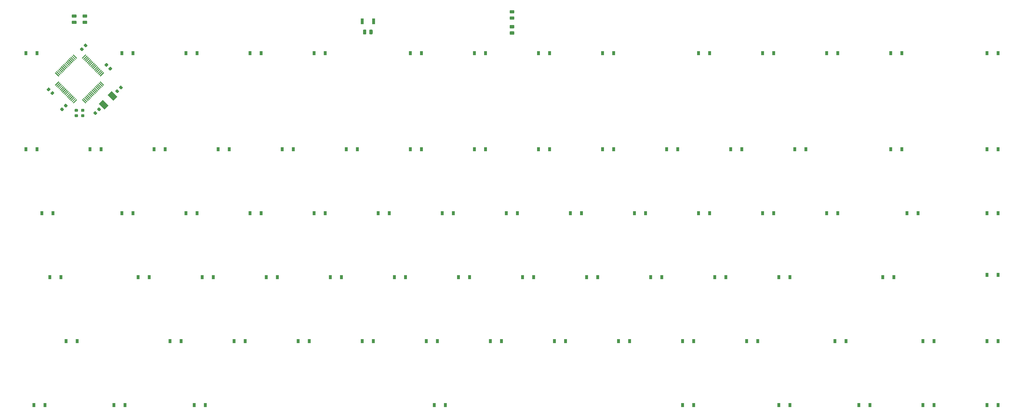
<source format=gbr>
G04 #@! TF.GenerationSoftware,KiCad,Pcbnew,5.1.5-52549c5~84~ubuntu18.04.1*
G04 #@! TF.CreationDate,2020-03-23T20:00:11-05:00*
G04 #@! TF.ProjectId,keyboard-cherry-mx-pcb-mounted,6b657962-6f61-4726-942d-636865727279,rev?*
G04 #@! TF.SameCoordinates,Original*
G04 #@! TF.FileFunction,Paste,Bot*
G04 #@! TF.FilePolarity,Positive*
%FSLAX46Y46*%
G04 Gerber Fmt 4.6, Leading zero omitted, Abs format (unit mm)*
G04 Created by KiCad (PCBNEW 5.1.5-52549c5~84~ubuntu18.04.1) date 2020-03-23 20:00:11*
%MOMM*%
%LPD*%
G04 APERTURE LIST*
%ADD10C,0.100000*%
%ADD11R,0.900000X1.700000*%
%ADD12R,0.900000X1.200000*%
G04 APERTURE END LIST*
D10*
G36*
X41838077Y-74378274D02*
G01*
X41859312Y-74381424D01*
X41880136Y-74386640D01*
X41900348Y-74393872D01*
X41919754Y-74403051D01*
X41938167Y-74414087D01*
X41955410Y-74426875D01*
X41971316Y-74441291D01*
X42333709Y-74803684D01*
X42348125Y-74819590D01*
X42360913Y-74836833D01*
X42371949Y-74855246D01*
X42381128Y-74874652D01*
X42388360Y-74894864D01*
X42393576Y-74915688D01*
X42396726Y-74936923D01*
X42397779Y-74958364D01*
X42396726Y-74979805D01*
X42393576Y-75001040D01*
X42388360Y-75021864D01*
X42381128Y-75042076D01*
X42371949Y-75061482D01*
X42360913Y-75079895D01*
X42348125Y-75097138D01*
X42333709Y-75113044D01*
X42024350Y-75422403D01*
X42008444Y-75436819D01*
X41991201Y-75449607D01*
X41972788Y-75460643D01*
X41953382Y-75469822D01*
X41933170Y-75477054D01*
X41912346Y-75482270D01*
X41891111Y-75485420D01*
X41869670Y-75486473D01*
X41848229Y-75485420D01*
X41826994Y-75482270D01*
X41806170Y-75477054D01*
X41785958Y-75469822D01*
X41766552Y-75460643D01*
X41748139Y-75449607D01*
X41730896Y-75436819D01*
X41714990Y-75422403D01*
X41352597Y-75060010D01*
X41338181Y-75044104D01*
X41325393Y-75026861D01*
X41314357Y-75008448D01*
X41305178Y-74989042D01*
X41297946Y-74968830D01*
X41292730Y-74948006D01*
X41289580Y-74926771D01*
X41288527Y-74905330D01*
X41289580Y-74883889D01*
X41292730Y-74862654D01*
X41297946Y-74841830D01*
X41305178Y-74821618D01*
X41314357Y-74802212D01*
X41325393Y-74783799D01*
X41338181Y-74766556D01*
X41352597Y-74750650D01*
X41661956Y-74441291D01*
X41677862Y-74426875D01*
X41695105Y-74414087D01*
X41713518Y-74403051D01*
X41732924Y-74393872D01*
X41753136Y-74386640D01*
X41773960Y-74381424D01*
X41795195Y-74378274D01*
X41816636Y-74377221D01*
X41838077Y-74378274D01*
G37*
G36*
X42951771Y-73264580D02*
G01*
X42973006Y-73267730D01*
X42993830Y-73272946D01*
X43014042Y-73280178D01*
X43033448Y-73289357D01*
X43051861Y-73300393D01*
X43069104Y-73313181D01*
X43085010Y-73327597D01*
X43447403Y-73689990D01*
X43461819Y-73705896D01*
X43474607Y-73723139D01*
X43485643Y-73741552D01*
X43494822Y-73760958D01*
X43502054Y-73781170D01*
X43507270Y-73801994D01*
X43510420Y-73823229D01*
X43511473Y-73844670D01*
X43510420Y-73866111D01*
X43507270Y-73887346D01*
X43502054Y-73908170D01*
X43494822Y-73928382D01*
X43485643Y-73947788D01*
X43474607Y-73966201D01*
X43461819Y-73983444D01*
X43447403Y-73999350D01*
X43138044Y-74308709D01*
X43122138Y-74323125D01*
X43104895Y-74335913D01*
X43086482Y-74346949D01*
X43067076Y-74356128D01*
X43046864Y-74363360D01*
X43026040Y-74368576D01*
X43004805Y-74371726D01*
X42983364Y-74372779D01*
X42961923Y-74371726D01*
X42940688Y-74368576D01*
X42919864Y-74363360D01*
X42899652Y-74356128D01*
X42880246Y-74346949D01*
X42861833Y-74335913D01*
X42844590Y-74323125D01*
X42828684Y-74308709D01*
X42466291Y-73946316D01*
X42451875Y-73930410D01*
X42439087Y-73913167D01*
X42428051Y-73894754D01*
X42418872Y-73875348D01*
X42411640Y-73855136D01*
X42406424Y-73834312D01*
X42403274Y-73813077D01*
X42402221Y-73791636D01*
X42403274Y-73770195D01*
X42406424Y-73748960D01*
X42411640Y-73728136D01*
X42418872Y-73707924D01*
X42428051Y-73688518D01*
X42439087Y-73670105D01*
X42451875Y-73652862D01*
X42466291Y-73636956D01*
X42775650Y-73327597D01*
X42791556Y-73313181D01*
X42808799Y-73300393D01*
X42827212Y-73289357D01*
X42846618Y-73280178D01*
X42866830Y-73272946D01*
X42887654Y-73267730D01*
X42908889Y-73264580D01*
X42930330Y-73263527D01*
X42951771Y-73264580D01*
G37*
G36*
X49451771Y-66764580D02*
G01*
X49473006Y-66767730D01*
X49493830Y-66772946D01*
X49514042Y-66780178D01*
X49533448Y-66789357D01*
X49551861Y-66800393D01*
X49569104Y-66813181D01*
X49585010Y-66827597D01*
X49947403Y-67189990D01*
X49961819Y-67205896D01*
X49974607Y-67223139D01*
X49985643Y-67241552D01*
X49994822Y-67260958D01*
X50002054Y-67281170D01*
X50007270Y-67301994D01*
X50010420Y-67323229D01*
X50011473Y-67344670D01*
X50010420Y-67366111D01*
X50007270Y-67387346D01*
X50002054Y-67408170D01*
X49994822Y-67428382D01*
X49985643Y-67447788D01*
X49974607Y-67466201D01*
X49961819Y-67483444D01*
X49947403Y-67499350D01*
X49638044Y-67808709D01*
X49622138Y-67823125D01*
X49604895Y-67835913D01*
X49586482Y-67846949D01*
X49567076Y-67856128D01*
X49546864Y-67863360D01*
X49526040Y-67868576D01*
X49504805Y-67871726D01*
X49483364Y-67872779D01*
X49461923Y-67871726D01*
X49440688Y-67868576D01*
X49419864Y-67863360D01*
X49399652Y-67856128D01*
X49380246Y-67846949D01*
X49361833Y-67835913D01*
X49344590Y-67823125D01*
X49328684Y-67808709D01*
X48966291Y-67446316D01*
X48951875Y-67430410D01*
X48939087Y-67413167D01*
X48928051Y-67394754D01*
X48918872Y-67375348D01*
X48911640Y-67355136D01*
X48906424Y-67334312D01*
X48903274Y-67313077D01*
X48902221Y-67291636D01*
X48903274Y-67270195D01*
X48906424Y-67248960D01*
X48911640Y-67228136D01*
X48918872Y-67207924D01*
X48928051Y-67188518D01*
X48939087Y-67170105D01*
X48951875Y-67152862D01*
X48966291Y-67136956D01*
X49275650Y-66827597D01*
X49291556Y-66813181D01*
X49308799Y-66800393D01*
X49327212Y-66789357D01*
X49346618Y-66780178D01*
X49366830Y-66772946D01*
X49387654Y-66767730D01*
X49408889Y-66764580D01*
X49430330Y-66763527D01*
X49451771Y-66764580D01*
G37*
G36*
X48338077Y-67878274D02*
G01*
X48359312Y-67881424D01*
X48380136Y-67886640D01*
X48400348Y-67893872D01*
X48419754Y-67903051D01*
X48438167Y-67914087D01*
X48455410Y-67926875D01*
X48471316Y-67941291D01*
X48833709Y-68303684D01*
X48848125Y-68319590D01*
X48860913Y-68336833D01*
X48871949Y-68355246D01*
X48881128Y-68374652D01*
X48888360Y-68394864D01*
X48893576Y-68415688D01*
X48896726Y-68436923D01*
X48897779Y-68458364D01*
X48896726Y-68479805D01*
X48893576Y-68501040D01*
X48888360Y-68521864D01*
X48881128Y-68542076D01*
X48871949Y-68561482D01*
X48860913Y-68579895D01*
X48848125Y-68597138D01*
X48833709Y-68613044D01*
X48524350Y-68922403D01*
X48508444Y-68936819D01*
X48491201Y-68949607D01*
X48472788Y-68960643D01*
X48453382Y-68969822D01*
X48433170Y-68977054D01*
X48412346Y-68982270D01*
X48391111Y-68985420D01*
X48369670Y-68986473D01*
X48348229Y-68985420D01*
X48326994Y-68982270D01*
X48306170Y-68977054D01*
X48285958Y-68969822D01*
X48266552Y-68960643D01*
X48248139Y-68949607D01*
X48230896Y-68936819D01*
X48214990Y-68922403D01*
X47852597Y-68560010D01*
X47838181Y-68544104D01*
X47825393Y-68526861D01*
X47814357Y-68508448D01*
X47805178Y-68489042D01*
X47797946Y-68468830D01*
X47792730Y-68448006D01*
X47789580Y-68426771D01*
X47788527Y-68405330D01*
X47789580Y-68383889D01*
X47792730Y-68362654D01*
X47797946Y-68341830D01*
X47805178Y-68321618D01*
X47814357Y-68302212D01*
X47825393Y-68283799D01*
X47838181Y-68266556D01*
X47852597Y-68250650D01*
X48161956Y-67941291D01*
X48177862Y-67926875D01*
X48195105Y-67914087D01*
X48213518Y-67903051D01*
X48232924Y-67893872D01*
X48253136Y-67886640D01*
X48273960Y-67881424D01*
X48295195Y-67878274D01*
X48316636Y-67877221D01*
X48338077Y-67878274D01*
G37*
G36*
X46324805Y-61153774D02*
G01*
X46346040Y-61156924D01*
X46366864Y-61162140D01*
X46387076Y-61169372D01*
X46406482Y-61178551D01*
X46424895Y-61189587D01*
X46442138Y-61202375D01*
X46458044Y-61216791D01*
X46767403Y-61526150D01*
X46781819Y-61542056D01*
X46794607Y-61559299D01*
X46805643Y-61577712D01*
X46814822Y-61597118D01*
X46822054Y-61617330D01*
X46827270Y-61638154D01*
X46830420Y-61659389D01*
X46831473Y-61680830D01*
X46830420Y-61702271D01*
X46827270Y-61723506D01*
X46822054Y-61744330D01*
X46814822Y-61764542D01*
X46805643Y-61783948D01*
X46794607Y-61802361D01*
X46781819Y-61819604D01*
X46767403Y-61835510D01*
X46405010Y-62197903D01*
X46389104Y-62212319D01*
X46371861Y-62225107D01*
X46353448Y-62236143D01*
X46334042Y-62245322D01*
X46313830Y-62252554D01*
X46293006Y-62257770D01*
X46271771Y-62260920D01*
X46250330Y-62261973D01*
X46228889Y-62260920D01*
X46207654Y-62257770D01*
X46186830Y-62252554D01*
X46166618Y-62245322D01*
X46147212Y-62236143D01*
X46128799Y-62225107D01*
X46111556Y-62212319D01*
X46095650Y-62197903D01*
X45786291Y-61888544D01*
X45771875Y-61872638D01*
X45759087Y-61855395D01*
X45748051Y-61836982D01*
X45738872Y-61817576D01*
X45731640Y-61797364D01*
X45726424Y-61776540D01*
X45723274Y-61755305D01*
X45722221Y-61733864D01*
X45723274Y-61712423D01*
X45726424Y-61691188D01*
X45731640Y-61670364D01*
X45738872Y-61650152D01*
X45748051Y-61630746D01*
X45759087Y-61612333D01*
X45771875Y-61595090D01*
X45786291Y-61579184D01*
X46148684Y-61216791D01*
X46164590Y-61202375D01*
X46181833Y-61189587D01*
X46200246Y-61178551D01*
X46219652Y-61169372D01*
X46239864Y-61162140D01*
X46260688Y-61156924D01*
X46281923Y-61153774D01*
X46303364Y-61152721D01*
X46324805Y-61153774D01*
G37*
G36*
X45211111Y-60040080D02*
G01*
X45232346Y-60043230D01*
X45253170Y-60048446D01*
X45273382Y-60055678D01*
X45292788Y-60064857D01*
X45311201Y-60075893D01*
X45328444Y-60088681D01*
X45344350Y-60103097D01*
X45653709Y-60412456D01*
X45668125Y-60428362D01*
X45680913Y-60445605D01*
X45691949Y-60464018D01*
X45701128Y-60483424D01*
X45708360Y-60503636D01*
X45713576Y-60524460D01*
X45716726Y-60545695D01*
X45717779Y-60567136D01*
X45716726Y-60588577D01*
X45713576Y-60609812D01*
X45708360Y-60630636D01*
X45701128Y-60650848D01*
X45691949Y-60670254D01*
X45680913Y-60688667D01*
X45668125Y-60705910D01*
X45653709Y-60721816D01*
X45291316Y-61084209D01*
X45275410Y-61098625D01*
X45258167Y-61111413D01*
X45239754Y-61122449D01*
X45220348Y-61131628D01*
X45200136Y-61138860D01*
X45179312Y-61144076D01*
X45158077Y-61147226D01*
X45136636Y-61148279D01*
X45115195Y-61147226D01*
X45093960Y-61144076D01*
X45073136Y-61138860D01*
X45052924Y-61131628D01*
X45033518Y-61122449D01*
X45015105Y-61111413D01*
X44997862Y-61098625D01*
X44981956Y-61084209D01*
X44672597Y-60774850D01*
X44658181Y-60758944D01*
X44645393Y-60741701D01*
X44634357Y-60723288D01*
X44625178Y-60703882D01*
X44617946Y-60683670D01*
X44612730Y-60662846D01*
X44609580Y-60641611D01*
X44608527Y-60620170D01*
X44609580Y-60598729D01*
X44612730Y-60577494D01*
X44617946Y-60556670D01*
X44625178Y-60536458D01*
X44634357Y-60517052D01*
X44645393Y-60498639D01*
X44658181Y-60481396D01*
X44672597Y-60465490D01*
X45034990Y-60103097D01*
X45050896Y-60088681D01*
X45068139Y-60075893D01*
X45086552Y-60064857D01*
X45105958Y-60055678D01*
X45126170Y-60048446D01*
X45146994Y-60043230D01*
X45168229Y-60040080D01*
X45189670Y-60039027D01*
X45211111Y-60040080D01*
G37*
G36*
X28002611Y-67342580D02*
G01*
X28023846Y-67345730D01*
X28044670Y-67350946D01*
X28064882Y-67358178D01*
X28084288Y-67367357D01*
X28102701Y-67378393D01*
X28119944Y-67391181D01*
X28135850Y-67405597D01*
X28445209Y-67714956D01*
X28459625Y-67730862D01*
X28472413Y-67748105D01*
X28483449Y-67766518D01*
X28492628Y-67785924D01*
X28499860Y-67806136D01*
X28505076Y-67826960D01*
X28508226Y-67848195D01*
X28509279Y-67869636D01*
X28508226Y-67891077D01*
X28505076Y-67912312D01*
X28499860Y-67933136D01*
X28492628Y-67953348D01*
X28483449Y-67972754D01*
X28472413Y-67991167D01*
X28459625Y-68008410D01*
X28445209Y-68024316D01*
X28082816Y-68386709D01*
X28066910Y-68401125D01*
X28049667Y-68413913D01*
X28031254Y-68424949D01*
X28011848Y-68434128D01*
X27991636Y-68441360D01*
X27970812Y-68446576D01*
X27949577Y-68449726D01*
X27928136Y-68450779D01*
X27906695Y-68449726D01*
X27885460Y-68446576D01*
X27864636Y-68441360D01*
X27844424Y-68434128D01*
X27825018Y-68424949D01*
X27806605Y-68413913D01*
X27789362Y-68401125D01*
X27773456Y-68386709D01*
X27464097Y-68077350D01*
X27449681Y-68061444D01*
X27436893Y-68044201D01*
X27425857Y-68025788D01*
X27416678Y-68006382D01*
X27409446Y-67986170D01*
X27404230Y-67965346D01*
X27401080Y-67944111D01*
X27400027Y-67922670D01*
X27401080Y-67901229D01*
X27404230Y-67879994D01*
X27409446Y-67859170D01*
X27416678Y-67838958D01*
X27425857Y-67819552D01*
X27436893Y-67801139D01*
X27449681Y-67783896D01*
X27464097Y-67767990D01*
X27826490Y-67405597D01*
X27842396Y-67391181D01*
X27859639Y-67378393D01*
X27878052Y-67367357D01*
X27897458Y-67358178D01*
X27917670Y-67350946D01*
X27938494Y-67345730D01*
X27959729Y-67342580D01*
X27981170Y-67341527D01*
X28002611Y-67342580D01*
G37*
G36*
X29116305Y-68456274D02*
G01*
X29137540Y-68459424D01*
X29158364Y-68464640D01*
X29178576Y-68471872D01*
X29197982Y-68481051D01*
X29216395Y-68492087D01*
X29233638Y-68504875D01*
X29249544Y-68519291D01*
X29558903Y-68828650D01*
X29573319Y-68844556D01*
X29586107Y-68861799D01*
X29597143Y-68880212D01*
X29606322Y-68899618D01*
X29613554Y-68919830D01*
X29618770Y-68940654D01*
X29621920Y-68961889D01*
X29622973Y-68983330D01*
X29621920Y-69004771D01*
X29618770Y-69026006D01*
X29613554Y-69046830D01*
X29606322Y-69067042D01*
X29597143Y-69086448D01*
X29586107Y-69104861D01*
X29573319Y-69122104D01*
X29558903Y-69138010D01*
X29196510Y-69500403D01*
X29180604Y-69514819D01*
X29163361Y-69527607D01*
X29144948Y-69538643D01*
X29125542Y-69547822D01*
X29105330Y-69555054D01*
X29084506Y-69560270D01*
X29063271Y-69563420D01*
X29041830Y-69564473D01*
X29020389Y-69563420D01*
X28999154Y-69560270D01*
X28978330Y-69555054D01*
X28958118Y-69547822D01*
X28938712Y-69538643D01*
X28920299Y-69527607D01*
X28903056Y-69514819D01*
X28887150Y-69500403D01*
X28577791Y-69191044D01*
X28563375Y-69175138D01*
X28550587Y-69157895D01*
X28539551Y-69139482D01*
X28530372Y-69120076D01*
X28523140Y-69099864D01*
X28517924Y-69079040D01*
X28514774Y-69057805D01*
X28513721Y-69036364D01*
X28514774Y-69014923D01*
X28517924Y-68993688D01*
X28523140Y-68972864D01*
X28530372Y-68952652D01*
X28539551Y-68933246D01*
X28550587Y-68914833D01*
X28563375Y-68897590D01*
X28577791Y-68881684D01*
X28940184Y-68519291D01*
X28956090Y-68504875D01*
X28973333Y-68492087D01*
X28991746Y-68481051D01*
X29011152Y-68471872D01*
X29031364Y-68464640D01*
X29052188Y-68459424D01*
X29073423Y-68456274D01*
X29094864Y-68455221D01*
X29116305Y-68456274D01*
G37*
G36*
X37838077Y-55378274D02*
G01*
X37859312Y-55381424D01*
X37880136Y-55386640D01*
X37900348Y-55393872D01*
X37919754Y-55403051D01*
X37938167Y-55414087D01*
X37955410Y-55426875D01*
X37971316Y-55441291D01*
X38333709Y-55803684D01*
X38348125Y-55819590D01*
X38360913Y-55836833D01*
X38371949Y-55855246D01*
X38381128Y-55874652D01*
X38388360Y-55894864D01*
X38393576Y-55915688D01*
X38396726Y-55936923D01*
X38397779Y-55958364D01*
X38396726Y-55979805D01*
X38393576Y-56001040D01*
X38388360Y-56021864D01*
X38381128Y-56042076D01*
X38371949Y-56061482D01*
X38360913Y-56079895D01*
X38348125Y-56097138D01*
X38333709Y-56113044D01*
X38024350Y-56422403D01*
X38008444Y-56436819D01*
X37991201Y-56449607D01*
X37972788Y-56460643D01*
X37953382Y-56469822D01*
X37933170Y-56477054D01*
X37912346Y-56482270D01*
X37891111Y-56485420D01*
X37869670Y-56486473D01*
X37848229Y-56485420D01*
X37826994Y-56482270D01*
X37806170Y-56477054D01*
X37785958Y-56469822D01*
X37766552Y-56460643D01*
X37748139Y-56449607D01*
X37730896Y-56436819D01*
X37714990Y-56422403D01*
X37352597Y-56060010D01*
X37338181Y-56044104D01*
X37325393Y-56026861D01*
X37314357Y-56008448D01*
X37305178Y-55989042D01*
X37297946Y-55968830D01*
X37292730Y-55948006D01*
X37289580Y-55926771D01*
X37288527Y-55905330D01*
X37289580Y-55883889D01*
X37292730Y-55862654D01*
X37297946Y-55841830D01*
X37305178Y-55821618D01*
X37314357Y-55802212D01*
X37325393Y-55783799D01*
X37338181Y-55766556D01*
X37352597Y-55750650D01*
X37661956Y-55441291D01*
X37677862Y-55426875D01*
X37695105Y-55414087D01*
X37713518Y-55403051D01*
X37732924Y-55393872D01*
X37753136Y-55386640D01*
X37773960Y-55381424D01*
X37795195Y-55378274D01*
X37816636Y-55377221D01*
X37838077Y-55378274D01*
G37*
G36*
X38951771Y-54264580D02*
G01*
X38973006Y-54267730D01*
X38993830Y-54272946D01*
X39014042Y-54280178D01*
X39033448Y-54289357D01*
X39051861Y-54300393D01*
X39069104Y-54313181D01*
X39085010Y-54327597D01*
X39447403Y-54689990D01*
X39461819Y-54705896D01*
X39474607Y-54723139D01*
X39485643Y-54741552D01*
X39494822Y-54760958D01*
X39502054Y-54781170D01*
X39507270Y-54801994D01*
X39510420Y-54823229D01*
X39511473Y-54844670D01*
X39510420Y-54866111D01*
X39507270Y-54887346D01*
X39502054Y-54908170D01*
X39494822Y-54928382D01*
X39485643Y-54947788D01*
X39474607Y-54966201D01*
X39461819Y-54983444D01*
X39447403Y-54999350D01*
X39138044Y-55308709D01*
X39122138Y-55323125D01*
X39104895Y-55335913D01*
X39086482Y-55346949D01*
X39067076Y-55356128D01*
X39046864Y-55363360D01*
X39026040Y-55368576D01*
X39004805Y-55371726D01*
X38983364Y-55372779D01*
X38961923Y-55371726D01*
X38940688Y-55368576D01*
X38919864Y-55363360D01*
X38899652Y-55356128D01*
X38880246Y-55346949D01*
X38861833Y-55335913D01*
X38844590Y-55323125D01*
X38828684Y-55308709D01*
X38466291Y-54946316D01*
X38451875Y-54930410D01*
X38439087Y-54913167D01*
X38428051Y-54894754D01*
X38418872Y-54875348D01*
X38411640Y-54855136D01*
X38406424Y-54834312D01*
X38403274Y-54813077D01*
X38402221Y-54791636D01*
X38403274Y-54770195D01*
X38406424Y-54748960D01*
X38411640Y-54728136D01*
X38418872Y-54707924D01*
X38428051Y-54688518D01*
X38439087Y-54670105D01*
X38451875Y-54652862D01*
X38466291Y-54636956D01*
X38775650Y-54327597D01*
X38791556Y-54313181D01*
X38808799Y-54300393D01*
X38827212Y-54289357D01*
X38846618Y-54280178D01*
X38866830Y-54272946D01*
X38887654Y-54267730D01*
X38908889Y-54264580D01*
X38930330Y-54263527D01*
X38951771Y-54264580D01*
G37*
G36*
X33063771Y-72168580D02*
G01*
X33085006Y-72171730D01*
X33105830Y-72176946D01*
X33126042Y-72184178D01*
X33145448Y-72193357D01*
X33163861Y-72204393D01*
X33181104Y-72217181D01*
X33197010Y-72231597D01*
X33559403Y-72593990D01*
X33573819Y-72609896D01*
X33586607Y-72627139D01*
X33597643Y-72645552D01*
X33606822Y-72664958D01*
X33614054Y-72685170D01*
X33619270Y-72705994D01*
X33622420Y-72727229D01*
X33623473Y-72748670D01*
X33622420Y-72770111D01*
X33619270Y-72791346D01*
X33614054Y-72812170D01*
X33606822Y-72832382D01*
X33597643Y-72851788D01*
X33586607Y-72870201D01*
X33573819Y-72887444D01*
X33559403Y-72903350D01*
X33250044Y-73212709D01*
X33234138Y-73227125D01*
X33216895Y-73239913D01*
X33198482Y-73250949D01*
X33179076Y-73260128D01*
X33158864Y-73267360D01*
X33138040Y-73272576D01*
X33116805Y-73275726D01*
X33095364Y-73276779D01*
X33073923Y-73275726D01*
X33052688Y-73272576D01*
X33031864Y-73267360D01*
X33011652Y-73260128D01*
X32992246Y-73250949D01*
X32973833Y-73239913D01*
X32956590Y-73227125D01*
X32940684Y-73212709D01*
X32578291Y-72850316D01*
X32563875Y-72834410D01*
X32551087Y-72817167D01*
X32540051Y-72798754D01*
X32530872Y-72779348D01*
X32523640Y-72759136D01*
X32518424Y-72738312D01*
X32515274Y-72717077D01*
X32514221Y-72695636D01*
X32515274Y-72674195D01*
X32518424Y-72652960D01*
X32523640Y-72632136D01*
X32530872Y-72611924D01*
X32540051Y-72592518D01*
X32551087Y-72574105D01*
X32563875Y-72556862D01*
X32578291Y-72540956D01*
X32887650Y-72231597D01*
X32903556Y-72217181D01*
X32920799Y-72204393D01*
X32939212Y-72193357D01*
X32958618Y-72184178D01*
X32978830Y-72176946D01*
X32999654Y-72171730D01*
X33020889Y-72168580D01*
X33042330Y-72167527D01*
X33063771Y-72168580D01*
G37*
G36*
X31950077Y-73282274D02*
G01*
X31971312Y-73285424D01*
X31992136Y-73290640D01*
X32012348Y-73297872D01*
X32031754Y-73307051D01*
X32050167Y-73318087D01*
X32067410Y-73330875D01*
X32083316Y-73345291D01*
X32445709Y-73707684D01*
X32460125Y-73723590D01*
X32472913Y-73740833D01*
X32483949Y-73759246D01*
X32493128Y-73778652D01*
X32500360Y-73798864D01*
X32505576Y-73819688D01*
X32508726Y-73840923D01*
X32509779Y-73862364D01*
X32508726Y-73883805D01*
X32505576Y-73905040D01*
X32500360Y-73925864D01*
X32493128Y-73946076D01*
X32483949Y-73965482D01*
X32472913Y-73983895D01*
X32460125Y-74001138D01*
X32445709Y-74017044D01*
X32136350Y-74326403D01*
X32120444Y-74340819D01*
X32103201Y-74353607D01*
X32084788Y-74364643D01*
X32065382Y-74373822D01*
X32045170Y-74381054D01*
X32024346Y-74386270D01*
X32003111Y-74389420D01*
X31981670Y-74390473D01*
X31960229Y-74389420D01*
X31938994Y-74386270D01*
X31918170Y-74381054D01*
X31897958Y-74373822D01*
X31878552Y-74364643D01*
X31860139Y-74353607D01*
X31842896Y-74340819D01*
X31826990Y-74326403D01*
X31464597Y-73964010D01*
X31450181Y-73948104D01*
X31437393Y-73930861D01*
X31426357Y-73912448D01*
X31417178Y-73893042D01*
X31409946Y-73872830D01*
X31404730Y-73852006D01*
X31401580Y-73830771D01*
X31400527Y-73809330D01*
X31401580Y-73787889D01*
X31404730Y-73766654D01*
X31409946Y-73745830D01*
X31417178Y-73725618D01*
X31426357Y-73706212D01*
X31437393Y-73687799D01*
X31450181Y-73670556D01*
X31464597Y-73654650D01*
X31773956Y-73345291D01*
X31789862Y-73330875D01*
X31807105Y-73318087D01*
X31825518Y-73307051D01*
X31844924Y-73297872D01*
X31865136Y-73290640D01*
X31885960Y-73285424D01*
X31907195Y-73282274D01*
X31928636Y-73281221D01*
X31950077Y-73282274D01*
G37*
G36*
X44094365Y-70983579D02*
G01*
X45791421Y-72680635D01*
X44589339Y-73882717D01*
X42892283Y-72185661D01*
X44094365Y-70983579D01*
G37*
G36*
X46710661Y-68367283D02*
G01*
X48407717Y-70064339D01*
X47205635Y-71266421D01*
X45508579Y-69569365D01*
X46710661Y-68367283D01*
G37*
G36*
X44261274Y-62786172D02*
G01*
X44268555Y-62787252D01*
X44275694Y-62789040D01*
X44282624Y-62791520D01*
X44289278Y-62794667D01*
X44295591Y-62798451D01*
X44301502Y-62802835D01*
X44306956Y-62807778D01*
X44413022Y-62913844D01*
X44417965Y-62919298D01*
X44422349Y-62925209D01*
X44426133Y-62931522D01*
X44429280Y-62938176D01*
X44431760Y-62945106D01*
X44433548Y-62952245D01*
X44434628Y-62959526D01*
X44434989Y-62966877D01*
X44434628Y-62974228D01*
X44433548Y-62981509D01*
X44431760Y-62988648D01*
X44429280Y-62995578D01*
X44426133Y-63002232D01*
X44422349Y-63008545D01*
X44417965Y-63014456D01*
X44413022Y-63019910D01*
X43423072Y-64009860D01*
X43417618Y-64014803D01*
X43411707Y-64019187D01*
X43405394Y-64022971D01*
X43398740Y-64026118D01*
X43391810Y-64028598D01*
X43384671Y-64030386D01*
X43377390Y-64031466D01*
X43370039Y-64031827D01*
X43362688Y-64031466D01*
X43355407Y-64030386D01*
X43348268Y-64028598D01*
X43341338Y-64026118D01*
X43334684Y-64022971D01*
X43328371Y-64019187D01*
X43322460Y-64014803D01*
X43317006Y-64009860D01*
X43210940Y-63903794D01*
X43205997Y-63898340D01*
X43201613Y-63892429D01*
X43197829Y-63886116D01*
X43194682Y-63879462D01*
X43192202Y-63872532D01*
X43190414Y-63865393D01*
X43189334Y-63858112D01*
X43188973Y-63850761D01*
X43189334Y-63843410D01*
X43190414Y-63836129D01*
X43192202Y-63828990D01*
X43194682Y-63822060D01*
X43197829Y-63815406D01*
X43201613Y-63809093D01*
X43205997Y-63803182D01*
X43210940Y-63797728D01*
X44200890Y-62807778D01*
X44206344Y-62802835D01*
X44212255Y-62798451D01*
X44218568Y-62794667D01*
X44225222Y-62791520D01*
X44232152Y-62789040D01*
X44239291Y-62787252D01*
X44246572Y-62786172D01*
X44253923Y-62785811D01*
X44261274Y-62786172D01*
G37*
G36*
X43907721Y-62432619D02*
G01*
X43915002Y-62433699D01*
X43922141Y-62435487D01*
X43929071Y-62437967D01*
X43935725Y-62441114D01*
X43942038Y-62444898D01*
X43947949Y-62449282D01*
X43953403Y-62454225D01*
X44059469Y-62560291D01*
X44064412Y-62565745D01*
X44068796Y-62571656D01*
X44072580Y-62577969D01*
X44075727Y-62584623D01*
X44078207Y-62591553D01*
X44079995Y-62598692D01*
X44081075Y-62605973D01*
X44081436Y-62613324D01*
X44081075Y-62620675D01*
X44079995Y-62627956D01*
X44078207Y-62635095D01*
X44075727Y-62642025D01*
X44072580Y-62648679D01*
X44068796Y-62654992D01*
X44064412Y-62660903D01*
X44059469Y-62666357D01*
X43069519Y-63656307D01*
X43064065Y-63661250D01*
X43058154Y-63665634D01*
X43051841Y-63669418D01*
X43045187Y-63672565D01*
X43038257Y-63675045D01*
X43031118Y-63676833D01*
X43023837Y-63677913D01*
X43016486Y-63678274D01*
X43009135Y-63677913D01*
X43001854Y-63676833D01*
X42994715Y-63675045D01*
X42987785Y-63672565D01*
X42981131Y-63669418D01*
X42974818Y-63665634D01*
X42968907Y-63661250D01*
X42963453Y-63656307D01*
X42857387Y-63550241D01*
X42852444Y-63544787D01*
X42848060Y-63538876D01*
X42844276Y-63532563D01*
X42841129Y-63525909D01*
X42838649Y-63518979D01*
X42836861Y-63511840D01*
X42835781Y-63504559D01*
X42835420Y-63497208D01*
X42835781Y-63489857D01*
X42836861Y-63482576D01*
X42838649Y-63475437D01*
X42841129Y-63468507D01*
X42844276Y-63461853D01*
X42848060Y-63455540D01*
X42852444Y-63449629D01*
X42857387Y-63444175D01*
X43847337Y-62454225D01*
X43852791Y-62449282D01*
X43858702Y-62444898D01*
X43865015Y-62441114D01*
X43871669Y-62437967D01*
X43878599Y-62435487D01*
X43885738Y-62433699D01*
X43893019Y-62432619D01*
X43900370Y-62432258D01*
X43907721Y-62432619D01*
G37*
G36*
X43554168Y-62079066D02*
G01*
X43561449Y-62080146D01*
X43568588Y-62081934D01*
X43575518Y-62084414D01*
X43582172Y-62087561D01*
X43588485Y-62091345D01*
X43594396Y-62095729D01*
X43599850Y-62100672D01*
X43705916Y-62206738D01*
X43710859Y-62212192D01*
X43715243Y-62218103D01*
X43719027Y-62224416D01*
X43722174Y-62231070D01*
X43724654Y-62238000D01*
X43726442Y-62245139D01*
X43727522Y-62252420D01*
X43727883Y-62259771D01*
X43727522Y-62267122D01*
X43726442Y-62274403D01*
X43724654Y-62281542D01*
X43722174Y-62288472D01*
X43719027Y-62295126D01*
X43715243Y-62301439D01*
X43710859Y-62307350D01*
X43705916Y-62312804D01*
X42715966Y-63302754D01*
X42710512Y-63307697D01*
X42704601Y-63312081D01*
X42698288Y-63315865D01*
X42691634Y-63319012D01*
X42684704Y-63321492D01*
X42677565Y-63323280D01*
X42670284Y-63324360D01*
X42662933Y-63324721D01*
X42655582Y-63324360D01*
X42648301Y-63323280D01*
X42641162Y-63321492D01*
X42634232Y-63319012D01*
X42627578Y-63315865D01*
X42621265Y-63312081D01*
X42615354Y-63307697D01*
X42609900Y-63302754D01*
X42503834Y-63196688D01*
X42498891Y-63191234D01*
X42494507Y-63185323D01*
X42490723Y-63179010D01*
X42487576Y-63172356D01*
X42485096Y-63165426D01*
X42483308Y-63158287D01*
X42482228Y-63151006D01*
X42481867Y-63143655D01*
X42482228Y-63136304D01*
X42483308Y-63129023D01*
X42485096Y-63121884D01*
X42487576Y-63114954D01*
X42490723Y-63108300D01*
X42494507Y-63101987D01*
X42498891Y-63096076D01*
X42503834Y-63090622D01*
X43493784Y-62100672D01*
X43499238Y-62095729D01*
X43505149Y-62091345D01*
X43511462Y-62087561D01*
X43518116Y-62084414D01*
X43525046Y-62081934D01*
X43532185Y-62080146D01*
X43539466Y-62079066D01*
X43546817Y-62078705D01*
X43554168Y-62079066D01*
G37*
G36*
X43200614Y-61725512D02*
G01*
X43207895Y-61726592D01*
X43215034Y-61728380D01*
X43221964Y-61730860D01*
X43228618Y-61734007D01*
X43234931Y-61737791D01*
X43240842Y-61742175D01*
X43246296Y-61747118D01*
X43352362Y-61853184D01*
X43357305Y-61858638D01*
X43361689Y-61864549D01*
X43365473Y-61870862D01*
X43368620Y-61877516D01*
X43371100Y-61884446D01*
X43372888Y-61891585D01*
X43373968Y-61898866D01*
X43374329Y-61906217D01*
X43373968Y-61913568D01*
X43372888Y-61920849D01*
X43371100Y-61927988D01*
X43368620Y-61934918D01*
X43365473Y-61941572D01*
X43361689Y-61947885D01*
X43357305Y-61953796D01*
X43352362Y-61959250D01*
X42362412Y-62949200D01*
X42356958Y-62954143D01*
X42351047Y-62958527D01*
X42344734Y-62962311D01*
X42338080Y-62965458D01*
X42331150Y-62967938D01*
X42324011Y-62969726D01*
X42316730Y-62970806D01*
X42309379Y-62971167D01*
X42302028Y-62970806D01*
X42294747Y-62969726D01*
X42287608Y-62967938D01*
X42280678Y-62965458D01*
X42274024Y-62962311D01*
X42267711Y-62958527D01*
X42261800Y-62954143D01*
X42256346Y-62949200D01*
X42150280Y-62843134D01*
X42145337Y-62837680D01*
X42140953Y-62831769D01*
X42137169Y-62825456D01*
X42134022Y-62818802D01*
X42131542Y-62811872D01*
X42129754Y-62804733D01*
X42128674Y-62797452D01*
X42128313Y-62790101D01*
X42128674Y-62782750D01*
X42129754Y-62775469D01*
X42131542Y-62768330D01*
X42134022Y-62761400D01*
X42137169Y-62754746D01*
X42140953Y-62748433D01*
X42145337Y-62742522D01*
X42150280Y-62737068D01*
X43140230Y-61747118D01*
X43145684Y-61742175D01*
X43151595Y-61737791D01*
X43157908Y-61734007D01*
X43164562Y-61730860D01*
X43171492Y-61728380D01*
X43178631Y-61726592D01*
X43185912Y-61725512D01*
X43193263Y-61725151D01*
X43200614Y-61725512D01*
G37*
G36*
X42847061Y-61371959D02*
G01*
X42854342Y-61373039D01*
X42861481Y-61374827D01*
X42868411Y-61377307D01*
X42875065Y-61380454D01*
X42881378Y-61384238D01*
X42887289Y-61388622D01*
X42892743Y-61393565D01*
X42998809Y-61499631D01*
X43003752Y-61505085D01*
X43008136Y-61510996D01*
X43011920Y-61517309D01*
X43015067Y-61523963D01*
X43017547Y-61530893D01*
X43019335Y-61538032D01*
X43020415Y-61545313D01*
X43020776Y-61552664D01*
X43020415Y-61560015D01*
X43019335Y-61567296D01*
X43017547Y-61574435D01*
X43015067Y-61581365D01*
X43011920Y-61588019D01*
X43008136Y-61594332D01*
X43003752Y-61600243D01*
X42998809Y-61605697D01*
X42008859Y-62595647D01*
X42003405Y-62600590D01*
X41997494Y-62604974D01*
X41991181Y-62608758D01*
X41984527Y-62611905D01*
X41977597Y-62614385D01*
X41970458Y-62616173D01*
X41963177Y-62617253D01*
X41955826Y-62617614D01*
X41948475Y-62617253D01*
X41941194Y-62616173D01*
X41934055Y-62614385D01*
X41927125Y-62611905D01*
X41920471Y-62608758D01*
X41914158Y-62604974D01*
X41908247Y-62600590D01*
X41902793Y-62595647D01*
X41796727Y-62489581D01*
X41791784Y-62484127D01*
X41787400Y-62478216D01*
X41783616Y-62471903D01*
X41780469Y-62465249D01*
X41777989Y-62458319D01*
X41776201Y-62451180D01*
X41775121Y-62443899D01*
X41774760Y-62436548D01*
X41775121Y-62429197D01*
X41776201Y-62421916D01*
X41777989Y-62414777D01*
X41780469Y-62407847D01*
X41783616Y-62401193D01*
X41787400Y-62394880D01*
X41791784Y-62388969D01*
X41796727Y-62383515D01*
X42786677Y-61393565D01*
X42792131Y-61388622D01*
X42798042Y-61384238D01*
X42804355Y-61380454D01*
X42811009Y-61377307D01*
X42817939Y-61374827D01*
X42825078Y-61373039D01*
X42832359Y-61371959D01*
X42839710Y-61371598D01*
X42847061Y-61371959D01*
G37*
G36*
X42493507Y-61018405D02*
G01*
X42500788Y-61019485D01*
X42507927Y-61021273D01*
X42514857Y-61023753D01*
X42521511Y-61026900D01*
X42527824Y-61030684D01*
X42533735Y-61035068D01*
X42539189Y-61040011D01*
X42645255Y-61146077D01*
X42650198Y-61151531D01*
X42654582Y-61157442D01*
X42658366Y-61163755D01*
X42661513Y-61170409D01*
X42663993Y-61177339D01*
X42665781Y-61184478D01*
X42666861Y-61191759D01*
X42667222Y-61199110D01*
X42666861Y-61206461D01*
X42665781Y-61213742D01*
X42663993Y-61220881D01*
X42661513Y-61227811D01*
X42658366Y-61234465D01*
X42654582Y-61240778D01*
X42650198Y-61246689D01*
X42645255Y-61252143D01*
X41655305Y-62242093D01*
X41649851Y-62247036D01*
X41643940Y-62251420D01*
X41637627Y-62255204D01*
X41630973Y-62258351D01*
X41624043Y-62260831D01*
X41616904Y-62262619D01*
X41609623Y-62263699D01*
X41602272Y-62264060D01*
X41594921Y-62263699D01*
X41587640Y-62262619D01*
X41580501Y-62260831D01*
X41573571Y-62258351D01*
X41566917Y-62255204D01*
X41560604Y-62251420D01*
X41554693Y-62247036D01*
X41549239Y-62242093D01*
X41443173Y-62136027D01*
X41438230Y-62130573D01*
X41433846Y-62124662D01*
X41430062Y-62118349D01*
X41426915Y-62111695D01*
X41424435Y-62104765D01*
X41422647Y-62097626D01*
X41421567Y-62090345D01*
X41421206Y-62082994D01*
X41421567Y-62075643D01*
X41422647Y-62068362D01*
X41424435Y-62061223D01*
X41426915Y-62054293D01*
X41430062Y-62047639D01*
X41433846Y-62041326D01*
X41438230Y-62035415D01*
X41443173Y-62029961D01*
X42433123Y-61040011D01*
X42438577Y-61035068D01*
X42444488Y-61030684D01*
X42450801Y-61026900D01*
X42457455Y-61023753D01*
X42464385Y-61021273D01*
X42471524Y-61019485D01*
X42478805Y-61018405D01*
X42486156Y-61018044D01*
X42493507Y-61018405D01*
G37*
G36*
X42139954Y-60664852D02*
G01*
X42147235Y-60665932D01*
X42154374Y-60667720D01*
X42161304Y-60670200D01*
X42167958Y-60673347D01*
X42174271Y-60677131D01*
X42180182Y-60681515D01*
X42185636Y-60686458D01*
X42291702Y-60792524D01*
X42296645Y-60797978D01*
X42301029Y-60803889D01*
X42304813Y-60810202D01*
X42307960Y-60816856D01*
X42310440Y-60823786D01*
X42312228Y-60830925D01*
X42313308Y-60838206D01*
X42313669Y-60845557D01*
X42313308Y-60852908D01*
X42312228Y-60860189D01*
X42310440Y-60867328D01*
X42307960Y-60874258D01*
X42304813Y-60880912D01*
X42301029Y-60887225D01*
X42296645Y-60893136D01*
X42291702Y-60898590D01*
X41301752Y-61888540D01*
X41296298Y-61893483D01*
X41290387Y-61897867D01*
X41284074Y-61901651D01*
X41277420Y-61904798D01*
X41270490Y-61907278D01*
X41263351Y-61909066D01*
X41256070Y-61910146D01*
X41248719Y-61910507D01*
X41241368Y-61910146D01*
X41234087Y-61909066D01*
X41226948Y-61907278D01*
X41220018Y-61904798D01*
X41213364Y-61901651D01*
X41207051Y-61897867D01*
X41201140Y-61893483D01*
X41195686Y-61888540D01*
X41089620Y-61782474D01*
X41084677Y-61777020D01*
X41080293Y-61771109D01*
X41076509Y-61764796D01*
X41073362Y-61758142D01*
X41070882Y-61751212D01*
X41069094Y-61744073D01*
X41068014Y-61736792D01*
X41067653Y-61729441D01*
X41068014Y-61722090D01*
X41069094Y-61714809D01*
X41070882Y-61707670D01*
X41073362Y-61700740D01*
X41076509Y-61694086D01*
X41080293Y-61687773D01*
X41084677Y-61681862D01*
X41089620Y-61676408D01*
X42079570Y-60686458D01*
X42085024Y-60681515D01*
X42090935Y-60677131D01*
X42097248Y-60673347D01*
X42103902Y-60670200D01*
X42110832Y-60667720D01*
X42117971Y-60665932D01*
X42125252Y-60664852D01*
X42132603Y-60664491D01*
X42139954Y-60664852D01*
G37*
G36*
X41786401Y-60311299D02*
G01*
X41793682Y-60312379D01*
X41800821Y-60314167D01*
X41807751Y-60316647D01*
X41814405Y-60319794D01*
X41820718Y-60323578D01*
X41826629Y-60327962D01*
X41832083Y-60332905D01*
X41938149Y-60438971D01*
X41943092Y-60444425D01*
X41947476Y-60450336D01*
X41951260Y-60456649D01*
X41954407Y-60463303D01*
X41956887Y-60470233D01*
X41958675Y-60477372D01*
X41959755Y-60484653D01*
X41960116Y-60492004D01*
X41959755Y-60499355D01*
X41958675Y-60506636D01*
X41956887Y-60513775D01*
X41954407Y-60520705D01*
X41951260Y-60527359D01*
X41947476Y-60533672D01*
X41943092Y-60539583D01*
X41938149Y-60545037D01*
X40948199Y-61534987D01*
X40942745Y-61539930D01*
X40936834Y-61544314D01*
X40930521Y-61548098D01*
X40923867Y-61551245D01*
X40916937Y-61553725D01*
X40909798Y-61555513D01*
X40902517Y-61556593D01*
X40895166Y-61556954D01*
X40887815Y-61556593D01*
X40880534Y-61555513D01*
X40873395Y-61553725D01*
X40866465Y-61551245D01*
X40859811Y-61548098D01*
X40853498Y-61544314D01*
X40847587Y-61539930D01*
X40842133Y-61534987D01*
X40736067Y-61428921D01*
X40731124Y-61423467D01*
X40726740Y-61417556D01*
X40722956Y-61411243D01*
X40719809Y-61404589D01*
X40717329Y-61397659D01*
X40715541Y-61390520D01*
X40714461Y-61383239D01*
X40714100Y-61375888D01*
X40714461Y-61368537D01*
X40715541Y-61361256D01*
X40717329Y-61354117D01*
X40719809Y-61347187D01*
X40722956Y-61340533D01*
X40726740Y-61334220D01*
X40731124Y-61328309D01*
X40736067Y-61322855D01*
X41726017Y-60332905D01*
X41731471Y-60327962D01*
X41737382Y-60323578D01*
X41743695Y-60319794D01*
X41750349Y-60316647D01*
X41757279Y-60314167D01*
X41764418Y-60312379D01*
X41771699Y-60311299D01*
X41779050Y-60310938D01*
X41786401Y-60311299D01*
G37*
G36*
X41432847Y-59957745D02*
G01*
X41440128Y-59958825D01*
X41447267Y-59960613D01*
X41454197Y-59963093D01*
X41460851Y-59966240D01*
X41467164Y-59970024D01*
X41473075Y-59974408D01*
X41478529Y-59979351D01*
X41584595Y-60085417D01*
X41589538Y-60090871D01*
X41593922Y-60096782D01*
X41597706Y-60103095D01*
X41600853Y-60109749D01*
X41603333Y-60116679D01*
X41605121Y-60123818D01*
X41606201Y-60131099D01*
X41606562Y-60138450D01*
X41606201Y-60145801D01*
X41605121Y-60153082D01*
X41603333Y-60160221D01*
X41600853Y-60167151D01*
X41597706Y-60173805D01*
X41593922Y-60180118D01*
X41589538Y-60186029D01*
X41584595Y-60191483D01*
X40594645Y-61181433D01*
X40589191Y-61186376D01*
X40583280Y-61190760D01*
X40576967Y-61194544D01*
X40570313Y-61197691D01*
X40563383Y-61200171D01*
X40556244Y-61201959D01*
X40548963Y-61203039D01*
X40541612Y-61203400D01*
X40534261Y-61203039D01*
X40526980Y-61201959D01*
X40519841Y-61200171D01*
X40512911Y-61197691D01*
X40506257Y-61194544D01*
X40499944Y-61190760D01*
X40494033Y-61186376D01*
X40488579Y-61181433D01*
X40382513Y-61075367D01*
X40377570Y-61069913D01*
X40373186Y-61064002D01*
X40369402Y-61057689D01*
X40366255Y-61051035D01*
X40363775Y-61044105D01*
X40361987Y-61036966D01*
X40360907Y-61029685D01*
X40360546Y-61022334D01*
X40360907Y-61014983D01*
X40361987Y-61007702D01*
X40363775Y-61000563D01*
X40366255Y-60993633D01*
X40369402Y-60986979D01*
X40373186Y-60980666D01*
X40377570Y-60974755D01*
X40382513Y-60969301D01*
X41372463Y-59979351D01*
X41377917Y-59974408D01*
X41383828Y-59970024D01*
X41390141Y-59966240D01*
X41396795Y-59963093D01*
X41403725Y-59960613D01*
X41410864Y-59958825D01*
X41418145Y-59957745D01*
X41425496Y-59957384D01*
X41432847Y-59957745D01*
G37*
G36*
X41079294Y-59604192D02*
G01*
X41086575Y-59605272D01*
X41093714Y-59607060D01*
X41100644Y-59609540D01*
X41107298Y-59612687D01*
X41113611Y-59616471D01*
X41119522Y-59620855D01*
X41124976Y-59625798D01*
X41231042Y-59731864D01*
X41235985Y-59737318D01*
X41240369Y-59743229D01*
X41244153Y-59749542D01*
X41247300Y-59756196D01*
X41249780Y-59763126D01*
X41251568Y-59770265D01*
X41252648Y-59777546D01*
X41253009Y-59784897D01*
X41252648Y-59792248D01*
X41251568Y-59799529D01*
X41249780Y-59806668D01*
X41247300Y-59813598D01*
X41244153Y-59820252D01*
X41240369Y-59826565D01*
X41235985Y-59832476D01*
X41231042Y-59837930D01*
X40241092Y-60827880D01*
X40235638Y-60832823D01*
X40229727Y-60837207D01*
X40223414Y-60840991D01*
X40216760Y-60844138D01*
X40209830Y-60846618D01*
X40202691Y-60848406D01*
X40195410Y-60849486D01*
X40188059Y-60849847D01*
X40180708Y-60849486D01*
X40173427Y-60848406D01*
X40166288Y-60846618D01*
X40159358Y-60844138D01*
X40152704Y-60840991D01*
X40146391Y-60837207D01*
X40140480Y-60832823D01*
X40135026Y-60827880D01*
X40028960Y-60721814D01*
X40024017Y-60716360D01*
X40019633Y-60710449D01*
X40015849Y-60704136D01*
X40012702Y-60697482D01*
X40010222Y-60690552D01*
X40008434Y-60683413D01*
X40007354Y-60676132D01*
X40006993Y-60668781D01*
X40007354Y-60661430D01*
X40008434Y-60654149D01*
X40010222Y-60647010D01*
X40012702Y-60640080D01*
X40015849Y-60633426D01*
X40019633Y-60627113D01*
X40024017Y-60621202D01*
X40028960Y-60615748D01*
X41018910Y-59625798D01*
X41024364Y-59620855D01*
X41030275Y-59616471D01*
X41036588Y-59612687D01*
X41043242Y-59609540D01*
X41050172Y-59607060D01*
X41057311Y-59605272D01*
X41064592Y-59604192D01*
X41071943Y-59603831D01*
X41079294Y-59604192D01*
G37*
G36*
X40725741Y-59250639D02*
G01*
X40733022Y-59251719D01*
X40740161Y-59253507D01*
X40747091Y-59255987D01*
X40753745Y-59259134D01*
X40760058Y-59262918D01*
X40765969Y-59267302D01*
X40771423Y-59272245D01*
X40877489Y-59378311D01*
X40882432Y-59383765D01*
X40886816Y-59389676D01*
X40890600Y-59395989D01*
X40893747Y-59402643D01*
X40896227Y-59409573D01*
X40898015Y-59416712D01*
X40899095Y-59423993D01*
X40899456Y-59431344D01*
X40899095Y-59438695D01*
X40898015Y-59445976D01*
X40896227Y-59453115D01*
X40893747Y-59460045D01*
X40890600Y-59466699D01*
X40886816Y-59473012D01*
X40882432Y-59478923D01*
X40877489Y-59484377D01*
X39887539Y-60474327D01*
X39882085Y-60479270D01*
X39876174Y-60483654D01*
X39869861Y-60487438D01*
X39863207Y-60490585D01*
X39856277Y-60493065D01*
X39849138Y-60494853D01*
X39841857Y-60495933D01*
X39834506Y-60496294D01*
X39827155Y-60495933D01*
X39819874Y-60494853D01*
X39812735Y-60493065D01*
X39805805Y-60490585D01*
X39799151Y-60487438D01*
X39792838Y-60483654D01*
X39786927Y-60479270D01*
X39781473Y-60474327D01*
X39675407Y-60368261D01*
X39670464Y-60362807D01*
X39666080Y-60356896D01*
X39662296Y-60350583D01*
X39659149Y-60343929D01*
X39656669Y-60336999D01*
X39654881Y-60329860D01*
X39653801Y-60322579D01*
X39653440Y-60315228D01*
X39653801Y-60307877D01*
X39654881Y-60300596D01*
X39656669Y-60293457D01*
X39659149Y-60286527D01*
X39662296Y-60279873D01*
X39666080Y-60273560D01*
X39670464Y-60267649D01*
X39675407Y-60262195D01*
X40665357Y-59272245D01*
X40670811Y-59267302D01*
X40676722Y-59262918D01*
X40683035Y-59259134D01*
X40689689Y-59255987D01*
X40696619Y-59253507D01*
X40703758Y-59251719D01*
X40711039Y-59250639D01*
X40718390Y-59250278D01*
X40725741Y-59250639D01*
G37*
G36*
X40372187Y-58897085D02*
G01*
X40379468Y-58898165D01*
X40386607Y-58899953D01*
X40393537Y-58902433D01*
X40400191Y-58905580D01*
X40406504Y-58909364D01*
X40412415Y-58913748D01*
X40417869Y-58918691D01*
X40523935Y-59024757D01*
X40528878Y-59030211D01*
X40533262Y-59036122D01*
X40537046Y-59042435D01*
X40540193Y-59049089D01*
X40542673Y-59056019D01*
X40544461Y-59063158D01*
X40545541Y-59070439D01*
X40545902Y-59077790D01*
X40545541Y-59085141D01*
X40544461Y-59092422D01*
X40542673Y-59099561D01*
X40540193Y-59106491D01*
X40537046Y-59113145D01*
X40533262Y-59119458D01*
X40528878Y-59125369D01*
X40523935Y-59130823D01*
X39533985Y-60120773D01*
X39528531Y-60125716D01*
X39522620Y-60130100D01*
X39516307Y-60133884D01*
X39509653Y-60137031D01*
X39502723Y-60139511D01*
X39495584Y-60141299D01*
X39488303Y-60142379D01*
X39480952Y-60142740D01*
X39473601Y-60142379D01*
X39466320Y-60141299D01*
X39459181Y-60139511D01*
X39452251Y-60137031D01*
X39445597Y-60133884D01*
X39439284Y-60130100D01*
X39433373Y-60125716D01*
X39427919Y-60120773D01*
X39321853Y-60014707D01*
X39316910Y-60009253D01*
X39312526Y-60003342D01*
X39308742Y-59997029D01*
X39305595Y-59990375D01*
X39303115Y-59983445D01*
X39301327Y-59976306D01*
X39300247Y-59969025D01*
X39299886Y-59961674D01*
X39300247Y-59954323D01*
X39301327Y-59947042D01*
X39303115Y-59939903D01*
X39305595Y-59932973D01*
X39308742Y-59926319D01*
X39312526Y-59920006D01*
X39316910Y-59914095D01*
X39321853Y-59908641D01*
X40311803Y-58918691D01*
X40317257Y-58913748D01*
X40323168Y-58909364D01*
X40329481Y-58905580D01*
X40336135Y-58902433D01*
X40343065Y-58899953D01*
X40350204Y-58898165D01*
X40357485Y-58897085D01*
X40364836Y-58896724D01*
X40372187Y-58897085D01*
G37*
G36*
X40018634Y-58543532D02*
G01*
X40025915Y-58544612D01*
X40033054Y-58546400D01*
X40039984Y-58548880D01*
X40046638Y-58552027D01*
X40052951Y-58555811D01*
X40058862Y-58560195D01*
X40064316Y-58565138D01*
X40170382Y-58671204D01*
X40175325Y-58676658D01*
X40179709Y-58682569D01*
X40183493Y-58688882D01*
X40186640Y-58695536D01*
X40189120Y-58702466D01*
X40190908Y-58709605D01*
X40191988Y-58716886D01*
X40192349Y-58724237D01*
X40191988Y-58731588D01*
X40190908Y-58738869D01*
X40189120Y-58746008D01*
X40186640Y-58752938D01*
X40183493Y-58759592D01*
X40179709Y-58765905D01*
X40175325Y-58771816D01*
X40170382Y-58777270D01*
X39180432Y-59767220D01*
X39174978Y-59772163D01*
X39169067Y-59776547D01*
X39162754Y-59780331D01*
X39156100Y-59783478D01*
X39149170Y-59785958D01*
X39142031Y-59787746D01*
X39134750Y-59788826D01*
X39127399Y-59789187D01*
X39120048Y-59788826D01*
X39112767Y-59787746D01*
X39105628Y-59785958D01*
X39098698Y-59783478D01*
X39092044Y-59780331D01*
X39085731Y-59776547D01*
X39079820Y-59772163D01*
X39074366Y-59767220D01*
X38968300Y-59661154D01*
X38963357Y-59655700D01*
X38958973Y-59649789D01*
X38955189Y-59643476D01*
X38952042Y-59636822D01*
X38949562Y-59629892D01*
X38947774Y-59622753D01*
X38946694Y-59615472D01*
X38946333Y-59608121D01*
X38946694Y-59600770D01*
X38947774Y-59593489D01*
X38949562Y-59586350D01*
X38952042Y-59579420D01*
X38955189Y-59572766D01*
X38958973Y-59566453D01*
X38963357Y-59560542D01*
X38968300Y-59555088D01*
X39958250Y-58565138D01*
X39963704Y-58560195D01*
X39969615Y-58555811D01*
X39975928Y-58552027D01*
X39982582Y-58548880D01*
X39989512Y-58546400D01*
X39996651Y-58544612D01*
X40003932Y-58543532D01*
X40011283Y-58543171D01*
X40018634Y-58543532D01*
G37*
G36*
X39665080Y-58189978D02*
G01*
X39672361Y-58191058D01*
X39679500Y-58192846D01*
X39686430Y-58195326D01*
X39693084Y-58198473D01*
X39699397Y-58202257D01*
X39705308Y-58206641D01*
X39710762Y-58211584D01*
X39816828Y-58317650D01*
X39821771Y-58323104D01*
X39826155Y-58329015D01*
X39829939Y-58335328D01*
X39833086Y-58341982D01*
X39835566Y-58348912D01*
X39837354Y-58356051D01*
X39838434Y-58363332D01*
X39838795Y-58370683D01*
X39838434Y-58378034D01*
X39837354Y-58385315D01*
X39835566Y-58392454D01*
X39833086Y-58399384D01*
X39829939Y-58406038D01*
X39826155Y-58412351D01*
X39821771Y-58418262D01*
X39816828Y-58423716D01*
X38826878Y-59413666D01*
X38821424Y-59418609D01*
X38815513Y-59422993D01*
X38809200Y-59426777D01*
X38802546Y-59429924D01*
X38795616Y-59432404D01*
X38788477Y-59434192D01*
X38781196Y-59435272D01*
X38773845Y-59435633D01*
X38766494Y-59435272D01*
X38759213Y-59434192D01*
X38752074Y-59432404D01*
X38745144Y-59429924D01*
X38738490Y-59426777D01*
X38732177Y-59422993D01*
X38726266Y-59418609D01*
X38720812Y-59413666D01*
X38614746Y-59307600D01*
X38609803Y-59302146D01*
X38605419Y-59296235D01*
X38601635Y-59289922D01*
X38598488Y-59283268D01*
X38596008Y-59276338D01*
X38594220Y-59269199D01*
X38593140Y-59261918D01*
X38592779Y-59254567D01*
X38593140Y-59247216D01*
X38594220Y-59239935D01*
X38596008Y-59232796D01*
X38598488Y-59225866D01*
X38601635Y-59219212D01*
X38605419Y-59212899D01*
X38609803Y-59206988D01*
X38614746Y-59201534D01*
X39604696Y-58211584D01*
X39610150Y-58206641D01*
X39616061Y-58202257D01*
X39622374Y-58198473D01*
X39629028Y-58195326D01*
X39635958Y-58192846D01*
X39643097Y-58191058D01*
X39650378Y-58189978D01*
X39657729Y-58189617D01*
X39665080Y-58189978D01*
G37*
G36*
X39311527Y-57836425D02*
G01*
X39318808Y-57837505D01*
X39325947Y-57839293D01*
X39332877Y-57841773D01*
X39339531Y-57844920D01*
X39345844Y-57848704D01*
X39351755Y-57853088D01*
X39357209Y-57858031D01*
X39463275Y-57964097D01*
X39468218Y-57969551D01*
X39472602Y-57975462D01*
X39476386Y-57981775D01*
X39479533Y-57988429D01*
X39482013Y-57995359D01*
X39483801Y-58002498D01*
X39484881Y-58009779D01*
X39485242Y-58017130D01*
X39484881Y-58024481D01*
X39483801Y-58031762D01*
X39482013Y-58038901D01*
X39479533Y-58045831D01*
X39476386Y-58052485D01*
X39472602Y-58058798D01*
X39468218Y-58064709D01*
X39463275Y-58070163D01*
X38473325Y-59060113D01*
X38467871Y-59065056D01*
X38461960Y-59069440D01*
X38455647Y-59073224D01*
X38448993Y-59076371D01*
X38442063Y-59078851D01*
X38434924Y-59080639D01*
X38427643Y-59081719D01*
X38420292Y-59082080D01*
X38412941Y-59081719D01*
X38405660Y-59080639D01*
X38398521Y-59078851D01*
X38391591Y-59076371D01*
X38384937Y-59073224D01*
X38378624Y-59069440D01*
X38372713Y-59065056D01*
X38367259Y-59060113D01*
X38261193Y-58954047D01*
X38256250Y-58948593D01*
X38251866Y-58942682D01*
X38248082Y-58936369D01*
X38244935Y-58929715D01*
X38242455Y-58922785D01*
X38240667Y-58915646D01*
X38239587Y-58908365D01*
X38239226Y-58901014D01*
X38239587Y-58893663D01*
X38240667Y-58886382D01*
X38242455Y-58879243D01*
X38244935Y-58872313D01*
X38248082Y-58865659D01*
X38251866Y-58859346D01*
X38256250Y-58853435D01*
X38261193Y-58847981D01*
X39251143Y-57858031D01*
X39256597Y-57853088D01*
X39262508Y-57848704D01*
X39268821Y-57844920D01*
X39275475Y-57841773D01*
X39282405Y-57839293D01*
X39289544Y-57837505D01*
X39296825Y-57836425D01*
X39304176Y-57836064D01*
X39311527Y-57836425D01*
G37*
G36*
X38957974Y-57482872D02*
G01*
X38965255Y-57483952D01*
X38972394Y-57485740D01*
X38979324Y-57488220D01*
X38985978Y-57491367D01*
X38992291Y-57495151D01*
X38998202Y-57499535D01*
X39003656Y-57504478D01*
X39109722Y-57610544D01*
X39114665Y-57615998D01*
X39119049Y-57621909D01*
X39122833Y-57628222D01*
X39125980Y-57634876D01*
X39128460Y-57641806D01*
X39130248Y-57648945D01*
X39131328Y-57656226D01*
X39131689Y-57663577D01*
X39131328Y-57670928D01*
X39130248Y-57678209D01*
X39128460Y-57685348D01*
X39125980Y-57692278D01*
X39122833Y-57698932D01*
X39119049Y-57705245D01*
X39114665Y-57711156D01*
X39109722Y-57716610D01*
X38119772Y-58706560D01*
X38114318Y-58711503D01*
X38108407Y-58715887D01*
X38102094Y-58719671D01*
X38095440Y-58722818D01*
X38088510Y-58725298D01*
X38081371Y-58727086D01*
X38074090Y-58728166D01*
X38066739Y-58728527D01*
X38059388Y-58728166D01*
X38052107Y-58727086D01*
X38044968Y-58725298D01*
X38038038Y-58722818D01*
X38031384Y-58719671D01*
X38025071Y-58715887D01*
X38019160Y-58711503D01*
X38013706Y-58706560D01*
X37907640Y-58600494D01*
X37902697Y-58595040D01*
X37898313Y-58589129D01*
X37894529Y-58582816D01*
X37891382Y-58576162D01*
X37888902Y-58569232D01*
X37887114Y-58562093D01*
X37886034Y-58554812D01*
X37885673Y-58547461D01*
X37886034Y-58540110D01*
X37887114Y-58532829D01*
X37888902Y-58525690D01*
X37891382Y-58518760D01*
X37894529Y-58512106D01*
X37898313Y-58505793D01*
X37902697Y-58499882D01*
X37907640Y-58494428D01*
X38897590Y-57504478D01*
X38903044Y-57499535D01*
X38908955Y-57495151D01*
X38915268Y-57491367D01*
X38921922Y-57488220D01*
X38928852Y-57485740D01*
X38935991Y-57483952D01*
X38943272Y-57482872D01*
X38950623Y-57482511D01*
X38957974Y-57482872D01*
G37*
G36*
X35351728Y-57482872D02*
G01*
X35359009Y-57483952D01*
X35366148Y-57485740D01*
X35373078Y-57488220D01*
X35379732Y-57491367D01*
X35386045Y-57495151D01*
X35391956Y-57499535D01*
X35397410Y-57504478D01*
X36387360Y-58494428D01*
X36392303Y-58499882D01*
X36396687Y-58505793D01*
X36400471Y-58512106D01*
X36403618Y-58518760D01*
X36406098Y-58525690D01*
X36407886Y-58532829D01*
X36408966Y-58540110D01*
X36409327Y-58547461D01*
X36408966Y-58554812D01*
X36407886Y-58562093D01*
X36406098Y-58569232D01*
X36403618Y-58576162D01*
X36400471Y-58582816D01*
X36396687Y-58589129D01*
X36392303Y-58595040D01*
X36387360Y-58600494D01*
X36281294Y-58706560D01*
X36275840Y-58711503D01*
X36269929Y-58715887D01*
X36263616Y-58719671D01*
X36256962Y-58722818D01*
X36250032Y-58725298D01*
X36242893Y-58727086D01*
X36235612Y-58728166D01*
X36228261Y-58728527D01*
X36220910Y-58728166D01*
X36213629Y-58727086D01*
X36206490Y-58725298D01*
X36199560Y-58722818D01*
X36192906Y-58719671D01*
X36186593Y-58715887D01*
X36180682Y-58711503D01*
X36175228Y-58706560D01*
X35185278Y-57716610D01*
X35180335Y-57711156D01*
X35175951Y-57705245D01*
X35172167Y-57698932D01*
X35169020Y-57692278D01*
X35166540Y-57685348D01*
X35164752Y-57678209D01*
X35163672Y-57670928D01*
X35163311Y-57663577D01*
X35163672Y-57656226D01*
X35164752Y-57648945D01*
X35166540Y-57641806D01*
X35169020Y-57634876D01*
X35172167Y-57628222D01*
X35175951Y-57621909D01*
X35180335Y-57615998D01*
X35185278Y-57610544D01*
X35291344Y-57504478D01*
X35296798Y-57499535D01*
X35302709Y-57495151D01*
X35309022Y-57491367D01*
X35315676Y-57488220D01*
X35322606Y-57485740D01*
X35329745Y-57483952D01*
X35337026Y-57482872D01*
X35344377Y-57482511D01*
X35351728Y-57482872D01*
G37*
G36*
X34998175Y-57836425D02*
G01*
X35005456Y-57837505D01*
X35012595Y-57839293D01*
X35019525Y-57841773D01*
X35026179Y-57844920D01*
X35032492Y-57848704D01*
X35038403Y-57853088D01*
X35043857Y-57858031D01*
X36033807Y-58847981D01*
X36038750Y-58853435D01*
X36043134Y-58859346D01*
X36046918Y-58865659D01*
X36050065Y-58872313D01*
X36052545Y-58879243D01*
X36054333Y-58886382D01*
X36055413Y-58893663D01*
X36055774Y-58901014D01*
X36055413Y-58908365D01*
X36054333Y-58915646D01*
X36052545Y-58922785D01*
X36050065Y-58929715D01*
X36046918Y-58936369D01*
X36043134Y-58942682D01*
X36038750Y-58948593D01*
X36033807Y-58954047D01*
X35927741Y-59060113D01*
X35922287Y-59065056D01*
X35916376Y-59069440D01*
X35910063Y-59073224D01*
X35903409Y-59076371D01*
X35896479Y-59078851D01*
X35889340Y-59080639D01*
X35882059Y-59081719D01*
X35874708Y-59082080D01*
X35867357Y-59081719D01*
X35860076Y-59080639D01*
X35852937Y-59078851D01*
X35846007Y-59076371D01*
X35839353Y-59073224D01*
X35833040Y-59069440D01*
X35827129Y-59065056D01*
X35821675Y-59060113D01*
X34831725Y-58070163D01*
X34826782Y-58064709D01*
X34822398Y-58058798D01*
X34818614Y-58052485D01*
X34815467Y-58045831D01*
X34812987Y-58038901D01*
X34811199Y-58031762D01*
X34810119Y-58024481D01*
X34809758Y-58017130D01*
X34810119Y-58009779D01*
X34811199Y-58002498D01*
X34812987Y-57995359D01*
X34815467Y-57988429D01*
X34818614Y-57981775D01*
X34822398Y-57975462D01*
X34826782Y-57969551D01*
X34831725Y-57964097D01*
X34937791Y-57858031D01*
X34943245Y-57853088D01*
X34949156Y-57848704D01*
X34955469Y-57844920D01*
X34962123Y-57841773D01*
X34969053Y-57839293D01*
X34976192Y-57837505D01*
X34983473Y-57836425D01*
X34990824Y-57836064D01*
X34998175Y-57836425D01*
G37*
G36*
X34644622Y-58189978D02*
G01*
X34651903Y-58191058D01*
X34659042Y-58192846D01*
X34665972Y-58195326D01*
X34672626Y-58198473D01*
X34678939Y-58202257D01*
X34684850Y-58206641D01*
X34690304Y-58211584D01*
X35680254Y-59201534D01*
X35685197Y-59206988D01*
X35689581Y-59212899D01*
X35693365Y-59219212D01*
X35696512Y-59225866D01*
X35698992Y-59232796D01*
X35700780Y-59239935D01*
X35701860Y-59247216D01*
X35702221Y-59254567D01*
X35701860Y-59261918D01*
X35700780Y-59269199D01*
X35698992Y-59276338D01*
X35696512Y-59283268D01*
X35693365Y-59289922D01*
X35689581Y-59296235D01*
X35685197Y-59302146D01*
X35680254Y-59307600D01*
X35574188Y-59413666D01*
X35568734Y-59418609D01*
X35562823Y-59422993D01*
X35556510Y-59426777D01*
X35549856Y-59429924D01*
X35542926Y-59432404D01*
X35535787Y-59434192D01*
X35528506Y-59435272D01*
X35521155Y-59435633D01*
X35513804Y-59435272D01*
X35506523Y-59434192D01*
X35499384Y-59432404D01*
X35492454Y-59429924D01*
X35485800Y-59426777D01*
X35479487Y-59422993D01*
X35473576Y-59418609D01*
X35468122Y-59413666D01*
X34478172Y-58423716D01*
X34473229Y-58418262D01*
X34468845Y-58412351D01*
X34465061Y-58406038D01*
X34461914Y-58399384D01*
X34459434Y-58392454D01*
X34457646Y-58385315D01*
X34456566Y-58378034D01*
X34456205Y-58370683D01*
X34456566Y-58363332D01*
X34457646Y-58356051D01*
X34459434Y-58348912D01*
X34461914Y-58341982D01*
X34465061Y-58335328D01*
X34468845Y-58329015D01*
X34473229Y-58323104D01*
X34478172Y-58317650D01*
X34584238Y-58211584D01*
X34589692Y-58206641D01*
X34595603Y-58202257D01*
X34601916Y-58198473D01*
X34608570Y-58195326D01*
X34615500Y-58192846D01*
X34622639Y-58191058D01*
X34629920Y-58189978D01*
X34637271Y-58189617D01*
X34644622Y-58189978D01*
G37*
G36*
X34291068Y-58543532D02*
G01*
X34298349Y-58544612D01*
X34305488Y-58546400D01*
X34312418Y-58548880D01*
X34319072Y-58552027D01*
X34325385Y-58555811D01*
X34331296Y-58560195D01*
X34336750Y-58565138D01*
X35326700Y-59555088D01*
X35331643Y-59560542D01*
X35336027Y-59566453D01*
X35339811Y-59572766D01*
X35342958Y-59579420D01*
X35345438Y-59586350D01*
X35347226Y-59593489D01*
X35348306Y-59600770D01*
X35348667Y-59608121D01*
X35348306Y-59615472D01*
X35347226Y-59622753D01*
X35345438Y-59629892D01*
X35342958Y-59636822D01*
X35339811Y-59643476D01*
X35336027Y-59649789D01*
X35331643Y-59655700D01*
X35326700Y-59661154D01*
X35220634Y-59767220D01*
X35215180Y-59772163D01*
X35209269Y-59776547D01*
X35202956Y-59780331D01*
X35196302Y-59783478D01*
X35189372Y-59785958D01*
X35182233Y-59787746D01*
X35174952Y-59788826D01*
X35167601Y-59789187D01*
X35160250Y-59788826D01*
X35152969Y-59787746D01*
X35145830Y-59785958D01*
X35138900Y-59783478D01*
X35132246Y-59780331D01*
X35125933Y-59776547D01*
X35120022Y-59772163D01*
X35114568Y-59767220D01*
X34124618Y-58777270D01*
X34119675Y-58771816D01*
X34115291Y-58765905D01*
X34111507Y-58759592D01*
X34108360Y-58752938D01*
X34105880Y-58746008D01*
X34104092Y-58738869D01*
X34103012Y-58731588D01*
X34102651Y-58724237D01*
X34103012Y-58716886D01*
X34104092Y-58709605D01*
X34105880Y-58702466D01*
X34108360Y-58695536D01*
X34111507Y-58688882D01*
X34115291Y-58682569D01*
X34119675Y-58676658D01*
X34124618Y-58671204D01*
X34230684Y-58565138D01*
X34236138Y-58560195D01*
X34242049Y-58555811D01*
X34248362Y-58552027D01*
X34255016Y-58548880D01*
X34261946Y-58546400D01*
X34269085Y-58544612D01*
X34276366Y-58543532D01*
X34283717Y-58543171D01*
X34291068Y-58543532D01*
G37*
G36*
X33937515Y-58897085D02*
G01*
X33944796Y-58898165D01*
X33951935Y-58899953D01*
X33958865Y-58902433D01*
X33965519Y-58905580D01*
X33971832Y-58909364D01*
X33977743Y-58913748D01*
X33983197Y-58918691D01*
X34973147Y-59908641D01*
X34978090Y-59914095D01*
X34982474Y-59920006D01*
X34986258Y-59926319D01*
X34989405Y-59932973D01*
X34991885Y-59939903D01*
X34993673Y-59947042D01*
X34994753Y-59954323D01*
X34995114Y-59961674D01*
X34994753Y-59969025D01*
X34993673Y-59976306D01*
X34991885Y-59983445D01*
X34989405Y-59990375D01*
X34986258Y-59997029D01*
X34982474Y-60003342D01*
X34978090Y-60009253D01*
X34973147Y-60014707D01*
X34867081Y-60120773D01*
X34861627Y-60125716D01*
X34855716Y-60130100D01*
X34849403Y-60133884D01*
X34842749Y-60137031D01*
X34835819Y-60139511D01*
X34828680Y-60141299D01*
X34821399Y-60142379D01*
X34814048Y-60142740D01*
X34806697Y-60142379D01*
X34799416Y-60141299D01*
X34792277Y-60139511D01*
X34785347Y-60137031D01*
X34778693Y-60133884D01*
X34772380Y-60130100D01*
X34766469Y-60125716D01*
X34761015Y-60120773D01*
X33771065Y-59130823D01*
X33766122Y-59125369D01*
X33761738Y-59119458D01*
X33757954Y-59113145D01*
X33754807Y-59106491D01*
X33752327Y-59099561D01*
X33750539Y-59092422D01*
X33749459Y-59085141D01*
X33749098Y-59077790D01*
X33749459Y-59070439D01*
X33750539Y-59063158D01*
X33752327Y-59056019D01*
X33754807Y-59049089D01*
X33757954Y-59042435D01*
X33761738Y-59036122D01*
X33766122Y-59030211D01*
X33771065Y-59024757D01*
X33877131Y-58918691D01*
X33882585Y-58913748D01*
X33888496Y-58909364D01*
X33894809Y-58905580D01*
X33901463Y-58902433D01*
X33908393Y-58899953D01*
X33915532Y-58898165D01*
X33922813Y-58897085D01*
X33930164Y-58896724D01*
X33937515Y-58897085D01*
G37*
G36*
X33583961Y-59250639D02*
G01*
X33591242Y-59251719D01*
X33598381Y-59253507D01*
X33605311Y-59255987D01*
X33611965Y-59259134D01*
X33618278Y-59262918D01*
X33624189Y-59267302D01*
X33629643Y-59272245D01*
X34619593Y-60262195D01*
X34624536Y-60267649D01*
X34628920Y-60273560D01*
X34632704Y-60279873D01*
X34635851Y-60286527D01*
X34638331Y-60293457D01*
X34640119Y-60300596D01*
X34641199Y-60307877D01*
X34641560Y-60315228D01*
X34641199Y-60322579D01*
X34640119Y-60329860D01*
X34638331Y-60336999D01*
X34635851Y-60343929D01*
X34632704Y-60350583D01*
X34628920Y-60356896D01*
X34624536Y-60362807D01*
X34619593Y-60368261D01*
X34513527Y-60474327D01*
X34508073Y-60479270D01*
X34502162Y-60483654D01*
X34495849Y-60487438D01*
X34489195Y-60490585D01*
X34482265Y-60493065D01*
X34475126Y-60494853D01*
X34467845Y-60495933D01*
X34460494Y-60496294D01*
X34453143Y-60495933D01*
X34445862Y-60494853D01*
X34438723Y-60493065D01*
X34431793Y-60490585D01*
X34425139Y-60487438D01*
X34418826Y-60483654D01*
X34412915Y-60479270D01*
X34407461Y-60474327D01*
X33417511Y-59484377D01*
X33412568Y-59478923D01*
X33408184Y-59473012D01*
X33404400Y-59466699D01*
X33401253Y-59460045D01*
X33398773Y-59453115D01*
X33396985Y-59445976D01*
X33395905Y-59438695D01*
X33395544Y-59431344D01*
X33395905Y-59423993D01*
X33396985Y-59416712D01*
X33398773Y-59409573D01*
X33401253Y-59402643D01*
X33404400Y-59395989D01*
X33408184Y-59389676D01*
X33412568Y-59383765D01*
X33417511Y-59378311D01*
X33523577Y-59272245D01*
X33529031Y-59267302D01*
X33534942Y-59262918D01*
X33541255Y-59259134D01*
X33547909Y-59255987D01*
X33554839Y-59253507D01*
X33561978Y-59251719D01*
X33569259Y-59250639D01*
X33576610Y-59250278D01*
X33583961Y-59250639D01*
G37*
G36*
X33230408Y-59604192D02*
G01*
X33237689Y-59605272D01*
X33244828Y-59607060D01*
X33251758Y-59609540D01*
X33258412Y-59612687D01*
X33264725Y-59616471D01*
X33270636Y-59620855D01*
X33276090Y-59625798D01*
X34266040Y-60615748D01*
X34270983Y-60621202D01*
X34275367Y-60627113D01*
X34279151Y-60633426D01*
X34282298Y-60640080D01*
X34284778Y-60647010D01*
X34286566Y-60654149D01*
X34287646Y-60661430D01*
X34288007Y-60668781D01*
X34287646Y-60676132D01*
X34286566Y-60683413D01*
X34284778Y-60690552D01*
X34282298Y-60697482D01*
X34279151Y-60704136D01*
X34275367Y-60710449D01*
X34270983Y-60716360D01*
X34266040Y-60721814D01*
X34159974Y-60827880D01*
X34154520Y-60832823D01*
X34148609Y-60837207D01*
X34142296Y-60840991D01*
X34135642Y-60844138D01*
X34128712Y-60846618D01*
X34121573Y-60848406D01*
X34114292Y-60849486D01*
X34106941Y-60849847D01*
X34099590Y-60849486D01*
X34092309Y-60848406D01*
X34085170Y-60846618D01*
X34078240Y-60844138D01*
X34071586Y-60840991D01*
X34065273Y-60837207D01*
X34059362Y-60832823D01*
X34053908Y-60827880D01*
X33063958Y-59837930D01*
X33059015Y-59832476D01*
X33054631Y-59826565D01*
X33050847Y-59820252D01*
X33047700Y-59813598D01*
X33045220Y-59806668D01*
X33043432Y-59799529D01*
X33042352Y-59792248D01*
X33041991Y-59784897D01*
X33042352Y-59777546D01*
X33043432Y-59770265D01*
X33045220Y-59763126D01*
X33047700Y-59756196D01*
X33050847Y-59749542D01*
X33054631Y-59743229D01*
X33059015Y-59737318D01*
X33063958Y-59731864D01*
X33170024Y-59625798D01*
X33175478Y-59620855D01*
X33181389Y-59616471D01*
X33187702Y-59612687D01*
X33194356Y-59609540D01*
X33201286Y-59607060D01*
X33208425Y-59605272D01*
X33215706Y-59604192D01*
X33223057Y-59603831D01*
X33230408Y-59604192D01*
G37*
G36*
X32876855Y-59957745D02*
G01*
X32884136Y-59958825D01*
X32891275Y-59960613D01*
X32898205Y-59963093D01*
X32904859Y-59966240D01*
X32911172Y-59970024D01*
X32917083Y-59974408D01*
X32922537Y-59979351D01*
X33912487Y-60969301D01*
X33917430Y-60974755D01*
X33921814Y-60980666D01*
X33925598Y-60986979D01*
X33928745Y-60993633D01*
X33931225Y-61000563D01*
X33933013Y-61007702D01*
X33934093Y-61014983D01*
X33934454Y-61022334D01*
X33934093Y-61029685D01*
X33933013Y-61036966D01*
X33931225Y-61044105D01*
X33928745Y-61051035D01*
X33925598Y-61057689D01*
X33921814Y-61064002D01*
X33917430Y-61069913D01*
X33912487Y-61075367D01*
X33806421Y-61181433D01*
X33800967Y-61186376D01*
X33795056Y-61190760D01*
X33788743Y-61194544D01*
X33782089Y-61197691D01*
X33775159Y-61200171D01*
X33768020Y-61201959D01*
X33760739Y-61203039D01*
X33753388Y-61203400D01*
X33746037Y-61203039D01*
X33738756Y-61201959D01*
X33731617Y-61200171D01*
X33724687Y-61197691D01*
X33718033Y-61194544D01*
X33711720Y-61190760D01*
X33705809Y-61186376D01*
X33700355Y-61181433D01*
X32710405Y-60191483D01*
X32705462Y-60186029D01*
X32701078Y-60180118D01*
X32697294Y-60173805D01*
X32694147Y-60167151D01*
X32691667Y-60160221D01*
X32689879Y-60153082D01*
X32688799Y-60145801D01*
X32688438Y-60138450D01*
X32688799Y-60131099D01*
X32689879Y-60123818D01*
X32691667Y-60116679D01*
X32694147Y-60109749D01*
X32697294Y-60103095D01*
X32701078Y-60096782D01*
X32705462Y-60090871D01*
X32710405Y-60085417D01*
X32816471Y-59979351D01*
X32821925Y-59974408D01*
X32827836Y-59970024D01*
X32834149Y-59966240D01*
X32840803Y-59963093D01*
X32847733Y-59960613D01*
X32854872Y-59958825D01*
X32862153Y-59957745D01*
X32869504Y-59957384D01*
X32876855Y-59957745D01*
G37*
G36*
X32523301Y-60311299D02*
G01*
X32530582Y-60312379D01*
X32537721Y-60314167D01*
X32544651Y-60316647D01*
X32551305Y-60319794D01*
X32557618Y-60323578D01*
X32563529Y-60327962D01*
X32568983Y-60332905D01*
X33558933Y-61322855D01*
X33563876Y-61328309D01*
X33568260Y-61334220D01*
X33572044Y-61340533D01*
X33575191Y-61347187D01*
X33577671Y-61354117D01*
X33579459Y-61361256D01*
X33580539Y-61368537D01*
X33580900Y-61375888D01*
X33580539Y-61383239D01*
X33579459Y-61390520D01*
X33577671Y-61397659D01*
X33575191Y-61404589D01*
X33572044Y-61411243D01*
X33568260Y-61417556D01*
X33563876Y-61423467D01*
X33558933Y-61428921D01*
X33452867Y-61534987D01*
X33447413Y-61539930D01*
X33441502Y-61544314D01*
X33435189Y-61548098D01*
X33428535Y-61551245D01*
X33421605Y-61553725D01*
X33414466Y-61555513D01*
X33407185Y-61556593D01*
X33399834Y-61556954D01*
X33392483Y-61556593D01*
X33385202Y-61555513D01*
X33378063Y-61553725D01*
X33371133Y-61551245D01*
X33364479Y-61548098D01*
X33358166Y-61544314D01*
X33352255Y-61539930D01*
X33346801Y-61534987D01*
X32356851Y-60545037D01*
X32351908Y-60539583D01*
X32347524Y-60533672D01*
X32343740Y-60527359D01*
X32340593Y-60520705D01*
X32338113Y-60513775D01*
X32336325Y-60506636D01*
X32335245Y-60499355D01*
X32334884Y-60492004D01*
X32335245Y-60484653D01*
X32336325Y-60477372D01*
X32338113Y-60470233D01*
X32340593Y-60463303D01*
X32343740Y-60456649D01*
X32347524Y-60450336D01*
X32351908Y-60444425D01*
X32356851Y-60438971D01*
X32462917Y-60332905D01*
X32468371Y-60327962D01*
X32474282Y-60323578D01*
X32480595Y-60319794D01*
X32487249Y-60316647D01*
X32494179Y-60314167D01*
X32501318Y-60312379D01*
X32508599Y-60311299D01*
X32515950Y-60310938D01*
X32523301Y-60311299D01*
G37*
G36*
X32169748Y-60664852D02*
G01*
X32177029Y-60665932D01*
X32184168Y-60667720D01*
X32191098Y-60670200D01*
X32197752Y-60673347D01*
X32204065Y-60677131D01*
X32209976Y-60681515D01*
X32215430Y-60686458D01*
X33205380Y-61676408D01*
X33210323Y-61681862D01*
X33214707Y-61687773D01*
X33218491Y-61694086D01*
X33221638Y-61700740D01*
X33224118Y-61707670D01*
X33225906Y-61714809D01*
X33226986Y-61722090D01*
X33227347Y-61729441D01*
X33226986Y-61736792D01*
X33225906Y-61744073D01*
X33224118Y-61751212D01*
X33221638Y-61758142D01*
X33218491Y-61764796D01*
X33214707Y-61771109D01*
X33210323Y-61777020D01*
X33205380Y-61782474D01*
X33099314Y-61888540D01*
X33093860Y-61893483D01*
X33087949Y-61897867D01*
X33081636Y-61901651D01*
X33074982Y-61904798D01*
X33068052Y-61907278D01*
X33060913Y-61909066D01*
X33053632Y-61910146D01*
X33046281Y-61910507D01*
X33038930Y-61910146D01*
X33031649Y-61909066D01*
X33024510Y-61907278D01*
X33017580Y-61904798D01*
X33010926Y-61901651D01*
X33004613Y-61897867D01*
X32998702Y-61893483D01*
X32993248Y-61888540D01*
X32003298Y-60898590D01*
X31998355Y-60893136D01*
X31993971Y-60887225D01*
X31990187Y-60880912D01*
X31987040Y-60874258D01*
X31984560Y-60867328D01*
X31982772Y-60860189D01*
X31981692Y-60852908D01*
X31981331Y-60845557D01*
X31981692Y-60838206D01*
X31982772Y-60830925D01*
X31984560Y-60823786D01*
X31987040Y-60816856D01*
X31990187Y-60810202D01*
X31993971Y-60803889D01*
X31998355Y-60797978D01*
X32003298Y-60792524D01*
X32109364Y-60686458D01*
X32114818Y-60681515D01*
X32120729Y-60677131D01*
X32127042Y-60673347D01*
X32133696Y-60670200D01*
X32140626Y-60667720D01*
X32147765Y-60665932D01*
X32155046Y-60664852D01*
X32162397Y-60664491D01*
X32169748Y-60664852D01*
G37*
G36*
X31816195Y-61018405D02*
G01*
X31823476Y-61019485D01*
X31830615Y-61021273D01*
X31837545Y-61023753D01*
X31844199Y-61026900D01*
X31850512Y-61030684D01*
X31856423Y-61035068D01*
X31861877Y-61040011D01*
X32851827Y-62029961D01*
X32856770Y-62035415D01*
X32861154Y-62041326D01*
X32864938Y-62047639D01*
X32868085Y-62054293D01*
X32870565Y-62061223D01*
X32872353Y-62068362D01*
X32873433Y-62075643D01*
X32873794Y-62082994D01*
X32873433Y-62090345D01*
X32872353Y-62097626D01*
X32870565Y-62104765D01*
X32868085Y-62111695D01*
X32864938Y-62118349D01*
X32861154Y-62124662D01*
X32856770Y-62130573D01*
X32851827Y-62136027D01*
X32745761Y-62242093D01*
X32740307Y-62247036D01*
X32734396Y-62251420D01*
X32728083Y-62255204D01*
X32721429Y-62258351D01*
X32714499Y-62260831D01*
X32707360Y-62262619D01*
X32700079Y-62263699D01*
X32692728Y-62264060D01*
X32685377Y-62263699D01*
X32678096Y-62262619D01*
X32670957Y-62260831D01*
X32664027Y-62258351D01*
X32657373Y-62255204D01*
X32651060Y-62251420D01*
X32645149Y-62247036D01*
X32639695Y-62242093D01*
X31649745Y-61252143D01*
X31644802Y-61246689D01*
X31640418Y-61240778D01*
X31636634Y-61234465D01*
X31633487Y-61227811D01*
X31631007Y-61220881D01*
X31629219Y-61213742D01*
X31628139Y-61206461D01*
X31627778Y-61199110D01*
X31628139Y-61191759D01*
X31629219Y-61184478D01*
X31631007Y-61177339D01*
X31633487Y-61170409D01*
X31636634Y-61163755D01*
X31640418Y-61157442D01*
X31644802Y-61151531D01*
X31649745Y-61146077D01*
X31755811Y-61040011D01*
X31761265Y-61035068D01*
X31767176Y-61030684D01*
X31773489Y-61026900D01*
X31780143Y-61023753D01*
X31787073Y-61021273D01*
X31794212Y-61019485D01*
X31801493Y-61018405D01*
X31808844Y-61018044D01*
X31816195Y-61018405D01*
G37*
G36*
X31462641Y-61371959D02*
G01*
X31469922Y-61373039D01*
X31477061Y-61374827D01*
X31483991Y-61377307D01*
X31490645Y-61380454D01*
X31496958Y-61384238D01*
X31502869Y-61388622D01*
X31508323Y-61393565D01*
X32498273Y-62383515D01*
X32503216Y-62388969D01*
X32507600Y-62394880D01*
X32511384Y-62401193D01*
X32514531Y-62407847D01*
X32517011Y-62414777D01*
X32518799Y-62421916D01*
X32519879Y-62429197D01*
X32520240Y-62436548D01*
X32519879Y-62443899D01*
X32518799Y-62451180D01*
X32517011Y-62458319D01*
X32514531Y-62465249D01*
X32511384Y-62471903D01*
X32507600Y-62478216D01*
X32503216Y-62484127D01*
X32498273Y-62489581D01*
X32392207Y-62595647D01*
X32386753Y-62600590D01*
X32380842Y-62604974D01*
X32374529Y-62608758D01*
X32367875Y-62611905D01*
X32360945Y-62614385D01*
X32353806Y-62616173D01*
X32346525Y-62617253D01*
X32339174Y-62617614D01*
X32331823Y-62617253D01*
X32324542Y-62616173D01*
X32317403Y-62614385D01*
X32310473Y-62611905D01*
X32303819Y-62608758D01*
X32297506Y-62604974D01*
X32291595Y-62600590D01*
X32286141Y-62595647D01*
X31296191Y-61605697D01*
X31291248Y-61600243D01*
X31286864Y-61594332D01*
X31283080Y-61588019D01*
X31279933Y-61581365D01*
X31277453Y-61574435D01*
X31275665Y-61567296D01*
X31274585Y-61560015D01*
X31274224Y-61552664D01*
X31274585Y-61545313D01*
X31275665Y-61538032D01*
X31277453Y-61530893D01*
X31279933Y-61523963D01*
X31283080Y-61517309D01*
X31286864Y-61510996D01*
X31291248Y-61505085D01*
X31296191Y-61499631D01*
X31402257Y-61393565D01*
X31407711Y-61388622D01*
X31413622Y-61384238D01*
X31419935Y-61380454D01*
X31426589Y-61377307D01*
X31433519Y-61374827D01*
X31440658Y-61373039D01*
X31447939Y-61371959D01*
X31455290Y-61371598D01*
X31462641Y-61371959D01*
G37*
G36*
X31109088Y-61725512D02*
G01*
X31116369Y-61726592D01*
X31123508Y-61728380D01*
X31130438Y-61730860D01*
X31137092Y-61734007D01*
X31143405Y-61737791D01*
X31149316Y-61742175D01*
X31154770Y-61747118D01*
X32144720Y-62737068D01*
X32149663Y-62742522D01*
X32154047Y-62748433D01*
X32157831Y-62754746D01*
X32160978Y-62761400D01*
X32163458Y-62768330D01*
X32165246Y-62775469D01*
X32166326Y-62782750D01*
X32166687Y-62790101D01*
X32166326Y-62797452D01*
X32165246Y-62804733D01*
X32163458Y-62811872D01*
X32160978Y-62818802D01*
X32157831Y-62825456D01*
X32154047Y-62831769D01*
X32149663Y-62837680D01*
X32144720Y-62843134D01*
X32038654Y-62949200D01*
X32033200Y-62954143D01*
X32027289Y-62958527D01*
X32020976Y-62962311D01*
X32014322Y-62965458D01*
X32007392Y-62967938D01*
X32000253Y-62969726D01*
X31992972Y-62970806D01*
X31985621Y-62971167D01*
X31978270Y-62970806D01*
X31970989Y-62969726D01*
X31963850Y-62967938D01*
X31956920Y-62965458D01*
X31950266Y-62962311D01*
X31943953Y-62958527D01*
X31938042Y-62954143D01*
X31932588Y-62949200D01*
X30942638Y-61959250D01*
X30937695Y-61953796D01*
X30933311Y-61947885D01*
X30929527Y-61941572D01*
X30926380Y-61934918D01*
X30923900Y-61927988D01*
X30922112Y-61920849D01*
X30921032Y-61913568D01*
X30920671Y-61906217D01*
X30921032Y-61898866D01*
X30922112Y-61891585D01*
X30923900Y-61884446D01*
X30926380Y-61877516D01*
X30929527Y-61870862D01*
X30933311Y-61864549D01*
X30937695Y-61858638D01*
X30942638Y-61853184D01*
X31048704Y-61747118D01*
X31054158Y-61742175D01*
X31060069Y-61737791D01*
X31066382Y-61734007D01*
X31073036Y-61730860D01*
X31079966Y-61728380D01*
X31087105Y-61726592D01*
X31094386Y-61725512D01*
X31101737Y-61725151D01*
X31109088Y-61725512D01*
G37*
G36*
X30755534Y-62079066D02*
G01*
X30762815Y-62080146D01*
X30769954Y-62081934D01*
X30776884Y-62084414D01*
X30783538Y-62087561D01*
X30789851Y-62091345D01*
X30795762Y-62095729D01*
X30801216Y-62100672D01*
X31791166Y-63090622D01*
X31796109Y-63096076D01*
X31800493Y-63101987D01*
X31804277Y-63108300D01*
X31807424Y-63114954D01*
X31809904Y-63121884D01*
X31811692Y-63129023D01*
X31812772Y-63136304D01*
X31813133Y-63143655D01*
X31812772Y-63151006D01*
X31811692Y-63158287D01*
X31809904Y-63165426D01*
X31807424Y-63172356D01*
X31804277Y-63179010D01*
X31800493Y-63185323D01*
X31796109Y-63191234D01*
X31791166Y-63196688D01*
X31685100Y-63302754D01*
X31679646Y-63307697D01*
X31673735Y-63312081D01*
X31667422Y-63315865D01*
X31660768Y-63319012D01*
X31653838Y-63321492D01*
X31646699Y-63323280D01*
X31639418Y-63324360D01*
X31632067Y-63324721D01*
X31624716Y-63324360D01*
X31617435Y-63323280D01*
X31610296Y-63321492D01*
X31603366Y-63319012D01*
X31596712Y-63315865D01*
X31590399Y-63312081D01*
X31584488Y-63307697D01*
X31579034Y-63302754D01*
X30589084Y-62312804D01*
X30584141Y-62307350D01*
X30579757Y-62301439D01*
X30575973Y-62295126D01*
X30572826Y-62288472D01*
X30570346Y-62281542D01*
X30568558Y-62274403D01*
X30567478Y-62267122D01*
X30567117Y-62259771D01*
X30567478Y-62252420D01*
X30568558Y-62245139D01*
X30570346Y-62238000D01*
X30572826Y-62231070D01*
X30575973Y-62224416D01*
X30579757Y-62218103D01*
X30584141Y-62212192D01*
X30589084Y-62206738D01*
X30695150Y-62100672D01*
X30700604Y-62095729D01*
X30706515Y-62091345D01*
X30712828Y-62087561D01*
X30719482Y-62084414D01*
X30726412Y-62081934D01*
X30733551Y-62080146D01*
X30740832Y-62079066D01*
X30748183Y-62078705D01*
X30755534Y-62079066D01*
G37*
G36*
X30401981Y-62432619D02*
G01*
X30409262Y-62433699D01*
X30416401Y-62435487D01*
X30423331Y-62437967D01*
X30429985Y-62441114D01*
X30436298Y-62444898D01*
X30442209Y-62449282D01*
X30447663Y-62454225D01*
X31437613Y-63444175D01*
X31442556Y-63449629D01*
X31446940Y-63455540D01*
X31450724Y-63461853D01*
X31453871Y-63468507D01*
X31456351Y-63475437D01*
X31458139Y-63482576D01*
X31459219Y-63489857D01*
X31459580Y-63497208D01*
X31459219Y-63504559D01*
X31458139Y-63511840D01*
X31456351Y-63518979D01*
X31453871Y-63525909D01*
X31450724Y-63532563D01*
X31446940Y-63538876D01*
X31442556Y-63544787D01*
X31437613Y-63550241D01*
X31331547Y-63656307D01*
X31326093Y-63661250D01*
X31320182Y-63665634D01*
X31313869Y-63669418D01*
X31307215Y-63672565D01*
X31300285Y-63675045D01*
X31293146Y-63676833D01*
X31285865Y-63677913D01*
X31278514Y-63678274D01*
X31271163Y-63677913D01*
X31263882Y-63676833D01*
X31256743Y-63675045D01*
X31249813Y-63672565D01*
X31243159Y-63669418D01*
X31236846Y-63665634D01*
X31230935Y-63661250D01*
X31225481Y-63656307D01*
X30235531Y-62666357D01*
X30230588Y-62660903D01*
X30226204Y-62654992D01*
X30222420Y-62648679D01*
X30219273Y-62642025D01*
X30216793Y-62635095D01*
X30215005Y-62627956D01*
X30213925Y-62620675D01*
X30213564Y-62613324D01*
X30213925Y-62605973D01*
X30215005Y-62598692D01*
X30216793Y-62591553D01*
X30219273Y-62584623D01*
X30222420Y-62577969D01*
X30226204Y-62571656D01*
X30230588Y-62565745D01*
X30235531Y-62560291D01*
X30341597Y-62454225D01*
X30347051Y-62449282D01*
X30352962Y-62444898D01*
X30359275Y-62441114D01*
X30365929Y-62437967D01*
X30372859Y-62435487D01*
X30379998Y-62433699D01*
X30387279Y-62432619D01*
X30394630Y-62432258D01*
X30401981Y-62432619D01*
G37*
G36*
X30048428Y-62786172D02*
G01*
X30055709Y-62787252D01*
X30062848Y-62789040D01*
X30069778Y-62791520D01*
X30076432Y-62794667D01*
X30082745Y-62798451D01*
X30088656Y-62802835D01*
X30094110Y-62807778D01*
X31084060Y-63797728D01*
X31089003Y-63803182D01*
X31093387Y-63809093D01*
X31097171Y-63815406D01*
X31100318Y-63822060D01*
X31102798Y-63828990D01*
X31104586Y-63836129D01*
X31105666Y-63843410D01*
X31106027Y-63850761D01*
X31105666Y-63858112D01*
X31104586Y-63865393D01*
X31102798Y-63872532D01*
X31100318Y-63879462D01*
X31097171Y-63886116D01*
X31093387Y-63892429D01*
X31089003Y-63898340D01*
X31084060Y-63903794D01*
X30977994Y-64009860D01*
X30972540Y-64014803D01*
X30966629Y-64019187D01*
X30960316Y-64022971D01*
X30953662Y-64026118D01*
X30946732Y-64028598D01*
X30939593Y-64030386D01*
X30932312Y-64031466D01*
X30924961Y-64031827D01*
X30917610Y-64031466D01*
X30910329Y-64030386D01*
X30903190Y-64028598D01*
X30896260Y-64026118D01*
X30889606Y-64022971D01*
X30883293Y-64019187D01*
X30877382Y-64014803D01*
X30871928Y-64009860D01*
X29881978Y-63019910D01*
X29877035Y-63014456D01*
X29872651Y-63008545D01*
X29868867Y-63002232D01*
X29865720Y-62995578D01*
X29863240Y-62988648D01*
X29861452Y-62981509D01*
X29860372Y-62974228D01*
X29860011Y-62966877D01*
X29860372Y-62959526D01*
X29861452Y-62952245D01*
X29863240Y-62945106D01*
X29865720Y-62938176D01*
X29868867Y-62931522D01*
X29872651Y-62925209D01*
X29877035Y-62919298D01*
X29881978Y-62913844D01*
X29988044Y-62807778D01*
X29993498Y-62802835D01*
X29999409Y-62798451D01*
X30005722Y-62794667D01*
X30012376Y-62791520D01*
X30019306Y-62789040D01*
X30026445Y-62787252D01*
X30033726Y-62786172D01*
X30041077Y-62785811D01*
X30048428Y-62786172D01*
G37*
G36*
X30932312Y-65508534D02*
G01*
X30939593Y-65509614D01*
X30946732Y-65511402D01*
X30953662Y-65513882D01*
X30960316Y-65517029D01*
X30966629Y-65520813D01*
X30972540Y-65525197D01*
X30977994Y-65530140D01*
X31084060Y-65636206D01*
X31089003Y-65641660D01*
X31093387Y-65647571D01*
X31097171Y-65653884D01*
X31100318Y-65660538D01*
X31102798Y-65667468D01*
X31104586Y-65674607D01*
X31105666Y-65681888D01*
X31106027Y-65689239D01*
X31105666Y-65696590D01*
X31104586Y-65703871D01*
X31102798Y-65711010D01*
X31100318Y-65717940D01*
X31097171Y-65724594D01*
X31093387Y-65730907D01*
X31089003Y-65736818D01*
X31084060Y-65742272D01*
X30094110Y-66732222D01*
X30088656Y-66737165D01*
X30082745Y-66741549D01*
X30076432Y-66745333D01*
X30069778Y-66748480D01*
X30062848Y-66750960D01*
X30055709Y-66752748D01*
X30048428Y-66753828D01*
X30041077Y-66754189D01*
X30033726Y-66753828D01*
X30026445Y-66752748D01*
X30019306Y-66750960D01*
X30012376Y-66748480D01*
X30005722Y-66745333D01*
X29999409Y-66741549D01*
X29993498Y-66737165D01*
X29988044Y-66732222D01*
X29881978Y-66626156D01*
X29877035Y-66620702D01*
X29872651Y-66614791D01*
X29868867Y-66608478D01*
X29865720Y-66601824D01*
X29863240Y-66594894D01*
X29861452Y-66587755D01*
X29860372Y-66580474D01*
X29860011Y-66573123D01*
X29860372Y-66565772D01*
X29861452Y-66558491D01*
X29863240Y-66551352D01*
X29865720Y-66544422D01*
X29868867Y-66537768D01*
X29872651Y-66531455D01*
X29877035Y-66525544D01*
X29881978Y-66520090D01*
X30871928Y-65530140D01*
X30877382Y-65525197D01*
X30883293Y-65520813D01*
X30889606Y-65517029D01*
X30896260Y-65513882D01*
X30903190Y-65511402D01*
X30910329Y-65509614D01*
X30917610Y-65508534D01*
X30924961Y-65508173D01*
X30932312Y-65508534D01*
G37*
G36*
X31285865Y-65862087D02*
G01*
X31293146Y-65863167D01*
X31300285Y-65864955D01*
X31307215Y-65867435D01*
X31313869Y-65870582D01*
X31320182Y-65874366D01*
X31326093Y-65878750D01*
X31331547Y-65883693D01*
X31437613Y-65989759D01*
X31442556Y-65995213D01*
X31446940Y-66001124D01*
X31450724Y-66007437D01*
X31453871Y-66014091D01*
X31456351Y-66021021D01*
X31458139Y-66028160D01*
X31459219Y-66035441D01*
X31459580Y-66042792D01*
X31459219Y-66050143D01*
X31458139Y-66057424D01*
X31456351Y-66064563D01*
X31453871Y-66071493D01*
X31450724Y-66078147D01*
X31446940Y-66084460D01*
X31442556Y-66090371D01*
X31437613Y-66095825D01*
X30447663Y-67085775D01*
X30442209Y-67090718D01*
X30436298Y-67095102D01*
X30429985Y-67098886D01*
X30423331Y-67102033D01*
X30416401Y-67104513D01*
X30409262Y-67106301D01*
X30401981Y-67107381D01*
X30394630Y-67107742D01*
X30387279Y-67107381D01*
X30379998Y-67106301D01*
X30372859Y-67104513D01*
X30365929Y-67102033D01*
X30359275Y-67098886D01*
X30352962Y-67095102D01*
X30347051Y-67090718D01*
X30341597Y-67085775D01*
X30235531Y-66979709D01*
X30230588Y-66974255D01*
X30226204Y-66968344D01*
X30222420Y-66962031D01*
X30219273Y-66955377D01*
X30216793Y-66948447D01*
X30215005Y-66941308D01*
X30213925Y-66934027D01*
X30213564Y-66926676D01*
X30213925Y-66919325D01*
X30215005Y-66912044D01*
X30216793Y-66904905D01*
X30219273Y-66897975D01*
X30222420Y-66891321D01*
X30226204Y-66885008D01*
X30230588Y-66879097D01*
X30235531Y-66873643D01*
X31225481Y-65883693D01*
X31230935Y-65878750D01*
X31236846Y-65874366D01*
X31243159Y-65870582D01*
X31249813Y-65867435D01*
X31256743Y-65864955D01*
X31263882Y-65863167D01*
X31271163Y-65862087D01*
X31278514Y-65861726D01*
X31285865Y-65862087D01*
G37*
G36*
X31639418Y-66215640D02*
G01*
X31646699Y-66216720D01*
X31653838Y-66218508D01*
X31660768Y-66220988D01*
X31667422Y-66224135D01*
X31673735Y-66227919D01*
X31679646Y-66232303D01*
X31685100Y-66237246D01*
X31791166Y-66343312D01*
X31796109Y-66348766D01*
X31800493Y-66354677D01*
X31804277Y-66360990D01*
X31807424Y-66367644D01*
X31809904Y-66374574D01*
X31811692Y-66381713D01*
X31812772Y-66388994D01*
X31813133Y-66396345D01*
X31812772Y-66403696D01*
X31811692Y-66410977D01*
X31809904Y-66418116D01*
X31807424Y-66425046D01*
X31804277Y-66431700D01*
X31800493Y-66438013D01*
X31796109Y-66443924D01*
X31791166Y-66449378D01*
X30801216Y-67439328D01*
X30795762Y-67444271D01*
X30789851Y-67448655D01*
X30783538Y-67452439D01*
X30776884Y-67455586D01*
X30769954Y-67458066D01*
X30762815Y-67459854D01*
X30755534Y-67460934D01*
X30748183Y-67461295D01*
X30740832Y-67460934D01*
X30733551Y-67459854D01*
X30726412Y-67458066D01*
X30719482Y-67455586D01*
X30712828Y-67452439D01*
X30706515Y-67448655D01*
X30700604Y-67444271D01*
X30695150Y-67439328D01*
X30589084Y-67333262D01*
X30584141Y-67327808D01*
X30579757Y-67321897D01*
X30575973Y-67315584D01*
X30572826Y-67308930D01*
X30570346Y-67302000D01*
X30568558Y-67294861D01*
X30567478Y-67287580D01*
X30567117Y-67280229D01*
X30567478Y-67272878D01*
X30568558Y-67265597D01*
X30570346Y-67258458D01*
X30572826Y-67251528D01*
X30575973Y-67244874D01*
X30579757Y-67238561D01*
X30584141Y-67232650D01*
X30589084Y-67227196D01*
X31579034Y-66237246D01*
X31584488Y-66232303D01*
X31590399Y-66227919D01*
X31596712Y-66224135D01*
X31603366Y-66220988D01*
X31610296Y-66218508D01*
X31617435Y-66216720D01*
X31624716Y-66215640D01*
X31632067Y-66215279D01*
X31639418Y-66215640D01*
G37*
G36*
X31992972Y-66569194D02*
G01*
X32000253Y-66570274D01*
X32007392Y-66572062D01*
X32014322Y-66574542D01*
X32020976Y-66577689D01*
X32027289Y-66581473D01*
X32033200Y-66585857D01*
X32038654Y-66590800D01*
X32144720Y-66696866D01*
X32149663Y-66702320D01*
X32154047Y-66708231D01*
X32157831Y-66714544D01*
X32160978Y-66721198D01*
X32163458Y-66728128D01*
X32165246Y-66735267D01*
X32166326Y-66742548D01*
X32166687Y-66749899D01*
X32166326Y-66757250D01*
X32165246Y-66764531D01*
X32163458Y-66771670D01*
X32160978Y-66778600D01*
X32157831Y-66785254D01*
X32154047Y-66791567D01*
X32149663Y-66797478D01*
X32144720Y-66802932D01*
X31154770Y-67792882D01*
X31149316Y-67797825D01*
X31143405Y-67802209D01*
X31137092Y-67805993D01*
X31130438Y-67809140D01*
X31123508Y-67811620D01*
X31116369Y-67813408D01*
X31109088Y-67814488D01*
X31101737Y-67814849D01*
X31094386Y-67814488D01*
X31087105Y-67813408D01*
X31079966Y-67811620D01*
X31073036Y-67809140D01*
X31066382Y-67805993D01*
X31060069Y-67802209D01*
X31054158Y-67797825D01*
X31048704Y-67792882D01*
X30942638Y-67686816D01*
X30937695Y-67681362D01*
X30933311Y-67675451D01*
X30929527Y-67669138D01*
X30926380Y-67662484D01*
X30923900Y-67655554D01*
X30922112Y-67648415D01*
X30921032Y-67641134D01*
X30920671Y-67633783D01*
X30921032Y-67626432D01*
X30922112Y-67619151D01*
X30923900Y-67612012D01*
X30926380Y-67605082D01*
X30929527Y-67598428D01*
X30933311Y-67592115D01*
X30937695Y-67586204D01*
X30942638Y-67580750D01*
X31932588Y-66590800D01*
X31938042Y-66585857D01*
X31943953Y-66581473D01*
X31950266Y-66577689D01*
X31956920Y-66574542D01*
X31963850Y-66572062D01*
X31970989Y-66570274D01*
X31978270Y-66569194D01*
X31985621Y-66568833D01*
X31992972Y-66569194D01*
G37*
G36*
X32346525Y-66922747D02*
G01*
X32353806Y-66923827D01*
X32360945Y-66925615D01*
X32367875Y-66928095D01*
X32374529Y-66931242D01*
X32380842Y-66935026D01*
X32386753Y-66939410D01*
X32392207Y-66944353D01*
X32498273Y-67050419D01*
X32503216Y-67055873D01*
X32507600Y-67061784D01*
X32511384Y-67068097D01*
X32514531Y-67074751D01*
X32517011Y-67081681D01*
X32518799Y-67088820D01*
X32519879Y-67096101D01*
X32520240Y-67103452D01*
X32519879Y-67110803D01*
X32518799Y-67118084D01*
X32517011Y-67125223D01*
X32514531Y-67132153D01*
X32511384Y-67138807D01*
X32507600Y-67145120D01*
X32503216Y-67151031D01*
X32498273Y-67156485D01*
X31508323Y-68146435D01*
X31502869Y-68151378D01*
X31496958Y-68155762D01*
X31490645Y-68159546D01*
X31483991Y-68162693D01*
X31477061Y-68165173D01*
X31469922Y-68166961D01*
X31462641Y-68168041D01*
X31455290Y-68168402D01*
X31447939Y-68168041D01*
X31440658Y-68166961D01*
X31433519Y-68165173D01*
X31426589Y-68162693D01*
X31419935Y-68159546D01*
X31413622Y-68155762D01*
X31407711Y-68151378D01*
X31402257Y-68146435D01*
X31296191Y-68040369D01*
X31291248Y-68034915D01*
X31286864Y-68029004D01*
X31283080Y-68022691D01*
X31279933Y-68016037D01*
X31277453Y-68009107D01*
X31275665Y-68001968D01*
X31274585Y-67994687D01*
X31274224Y-67987336D01*
X31274585Y-67979985D01*
X31275665Y-67972704D01*
X31277453Y-67965565D01*
X31279933Y-67958635D01*
X31283080Y-67951981D01*
X31286864Y-67945668D01*
X31291248Y-67939757D01*
X31296191Y-67934303D01*
X32286141Y-66944353D01*
X32291595Y-66939410D01*
X32297506Y-66935026D01*
X32303819Y-66931242D01*
X32310473Y-66928095D01*
X32317403Y-66925615D01*
X32324542Y-66923827D01*
X32331823Y-66922747D01*
X32339174Y-66922386D01*
X32346525Y-66922747D01*
G37*
G36*
X32700079Y-67276301D02*
G01*
X32707360Y-67277381D01*
X32714499Y-67279169D01*
X32721429Y-67281649D01*
X32728083Y-67284796D01*
X32734396Y-67288580D01*
X32740307Y-67292964D01*
X32745761Y-67297907D01*
X32851827Y-67403973D01*
X32856770Y-67409427D01*
X32861154Y-67415338D01*
X32864938Y-67421651D01*
X32868085Y-67428305D01*
X32870565Y-67435235D01*
X32872353Y-67442374D01*
X32873433Y-67449655D01*
X32873794Y-67457006D01*
X32873433Y-67464357D01*
X32872353Y-67471638D01*
X32870565Y-67478777D01*
X32868085Y-67485707D01*
X32864938Y-67492361D01*
X32861154Y-67498674D01*
X32856770Y-67504585D01*
X32851827Y-67510039D01*
X31861877Y-68499989D01*
X31856423Y-68504932D01*
X31850512Y-68509316D01*
X31844199Y-68513100D01*
X31837545Y-68516247D01*
X31830615Y-68518727D01*
X31823476Y-68520515D01*
X31816195Y-68521595D01*
X31808844Y-68521956D01*
X31801493Y-68521595D01*
X31794212Y-68520515D01*
X31787073Y-68518727D01*
X31780143Y-68516247D01*
X31773489Y-68513100D01*
X31767176Y-68509316D01*
X31761265Y-68504932D01*
X31755811Y-68499989D01*
X31649745Y-68393923D01*
X31644802Y-68388469D01*
X31640418Y-68382558D01*
X31636634Y-68376245D01*
X31633487Y-68369591D01*
X31631007Y-68362661D01*
X31629219Y-68355522D01*
X31628139Y-68348241D01*
X31627778Y-68340890D01*
X31628139Y-68333539D01*
X31629219Y-68326258D01*
X31631007Y-68319119D01*
X31633487Y-68312189D01*
X31636634Y-68305535D01*
X31640418Y-68299222D01*
X31644802Y-68293311D01*
X31649745Y-68287857D01*
X32639695Y-67297907D01*
X32645149Y-67292964D01*
X32651060Y-67288580D01*
X32657373Y-67284796D01*
X32664027Y-67281649D01*
X32670957Y-67279169D01*
X32678096Y-67277381D01*
X32685377Y-67276301D01*
X32692728Y-67275940D01*
X32700079Y-67276301D01*
G37*
G36*
X33053632Y-67629854D02*
G01*
X33060913Y-67630934D01*
X33068052Y-67632722D01*
X33074982Y-67635202D01*
X33081636Y-67638349D01*
X33087949Y-67642133D01*
X33093860Y-67646517D01*
X33099314Y-67651460D01*
X33205380Y-67757526D01*
X33210323Y-67762980D01*
X33214707Y-67768891D01*
X33218491Y-67775204D01*
X33221638Y-67781858D01*
X33224118Y-67788788D01*
X33225906Y-67795927D01*
X33226986Y-67803208D01*
X33227347Y-67810559D01*
X33226986Y-67817910D01*
X33225906Y-67825191D01*
X33224118Y-67832330D01*
X33221638Y-67839260D01*
X33218491Y-67845914D01*
X33214707Y-67852227D01*
X33210323Y-67858138D01*
X33205380Y-67863592D01*
X32215430Y-68853542D01*
X32209976Y-68858485D01*
X32204065Y-68862869D01*
X32197752Y-68866653D01*
X32191098Y-68869800D01*
X32184168Y-68872280D01*
X32177029Y-68874068D01*
X32169748Y-68875148D01*
X32162397Y-68875509D01*
X32155046Y-68875148D01*
X32147765Y-68874068D01*
X32140626Y-68872280D01*
X32133696Y-68869800D01*
X32127042Y-68866653D01*
X32120729Y-68862869D01*
X32114818Y-68858485D01*
X32109364Y-68853542D01*
X32003298Y-68747476D01*
X31998355Y-68742022D01*
X31993971Y-68736111D01*
X31990187Y-68729798D01*
X31987040Y-68723144D01*
X31984560Y-68716214D01*
X31982772Y-68709075D01*
X31981692Y-68701794D01*
X31981331Y-68694443D01*
X31981692Y-68687092D01*
X31982772Y-68679811D01*
X31984560Y-68672672D01*
X31987040Y-68665742D01*
X31990187Y-68659088D01*
X31993971Y-68652775D01*
X31998355Y-68646864D01*
X32003298Y-68641410D01*
X32993248Y-67651460D01*
X32998702Y-67646517D01*
X33004613Y-67642133D01*
X33010926Y-67638349D01*
X33017580Y-67635202D01*
X33024510Y-67632722D01*
X33031649Y-67630934D01*
X33038930Y-67629854D01*
X33046281Y-67629493D01*
X33053632Y-67629854D01*
G37*
G36*
X33407185Y-67983407D02*
G01*
X33414466Y-67984487D01*
X33421605Y-67986275D01*
X33428535Y-67988755D01*
X33435189Y-67991902D01*
X33441502Y-67995686D01*
X33447413Y-68000070D01*
X33452867Y-68005013D01*
X33558933Y-68111079D01*
X33563876Y-68116533D01*
X33568260Y-68122444D01*
X33572044Y-68128757D01*
X33575191Y-68135411D01*
X33577671Y-68142341D01*
X33579459Y-68149480D01*
X33580539Y-68156761D01*
X33580900Y-68164112D01*
X33580539Y-68171463D01*
X33579459Y-68178744D01*
X33577671Y-68185883D01*
X33575191Y-68192813D01*
X33572044Y-68199467D01*
X33568260Y-68205780D01*
X33563876Y-68211691D01*
X33558933Y-68217145D01*
X32568983Y-69207095D01*
X32563529Y-69212038D01*
X32557618Y-69216422D01*
X32551305Y-69220206D01*
X32544651Y-69223353D01*
X32537721Y-69225833D01*
X32530582Y-69227621D01*
X32523301Y-69228701D01*
X32515950Y-69229062D01*
X32508599Y-69228701D01*
X32501318Y-69227621D01*
X32494179Y-69225833D01*
X32487249Y-69223353D01*
X32480595Y-69220206D01*
X32474282Y-69216422D01*
X32468371Y-69212038D01*
X32462917Y-69207095D01*
X32356851Y-69101029D01*
X32351908Y-69095575D01*
X32347524Y-69089664D01*
X32343740Y-69083351D01*
X32340593Y-69076697D01*
X32338113Y-69069767D01*
X32336325Y-69062628D01*
X32335245Y-69055347D01*
X32334884Y-69047996D01*
X32335245Y-69040645D01*
X32336325Y-69033364D01*
X32338113Y-69026225D01*
X32340593Y-69019295D01*
X32343740Y-69012641D01*
X32347524Y-69006328D01*
X32351908Y-69000417D01*
X32356851Y-68994963D01*
X33346801Y-68005013D01*
X33352255Y-68000070D01*
X33358166Y-67995686D01*
X33364479Y-67991902D01*
X33371133Y-67988755D01*
X33378063Y-67986275D01*
X33385202Y-67984487D01*
X33392483Y-67983407D01*
X33399834Y-67983046D01*
X33407185Y-67983407D01*
G37*
G36*
X33760739Y-68336961D02*
G01*
X33768020Y-68338041D01*
X33775159Y-68339829D01*
X33782089Y-68342309D01*
X33788743Y-68345456D01*
X33795056Y-68349240D01*
X33800967Y-68353624D01*
X33806421Y-68358567D01*
X33912487Y-68464633D01*
X33917430Y-68470087D01*
X33921814Y-68475998D01*
X33925598Y-68482311D01*
X33928745Y-68488965D01*
X33931225Y-68495895D01*
X33933013Y-68503034D01*
X33934093Y-68510315D01*
X33934454Y-68517666D01*
X33934093Y-68525017D01*
X33933013Y-68532298D01*
X33931225Y-68539437D01*
X33928745Y-68546367D01*
X33925598Y-68553021D01*
X33921814Y-68559334D01*
X33917430Y-68565245D01*
X33912487Y-68570699D01*
X32922537Y-69560649D01*
X32917083Y-69565592D01*
X32911172Y-69569976D01*
X32904859Y-69573760D01*
X32898205Y-69576907D01*
X32891275Y-69579387D01*
X32884136Y-69581175D01*
X32876855Y-69582255D01*
X32869504Y-69582616D01*
X32862153Y-69582255D01*
X32854872Y-69581175D01*
X32847733Y-69579387D01*
X32840803Y-69576907D01*
X32834149Y-69573760D01*
X32827836Y-69569976D01*
X32821925Y-69565592D01*
X32816471Y-69560649D01*
X32710405Y-69454583D01*
X32705462Y-69449129D01*
X32701078Y-69443218D01*
X32697294Y-69436905D01*
X32694147Y-69430251D01*
X32691667Y-69423321D01*
X32689879Y-69416182D01*
X32688799Y-69408901D01*
X32688438Y-69401550D01*
X32688799Y-69394199D01*
X32689879Y-69386918D01*
X32691667Y-69379779D01*
X32694147Y-69372849D01*
X32697294Y-69366195D01*
X32701078Y-69359882D01*
X32705462Y-69353971D01*
X32710405Y-69348517D01*
X33700355Y-68358567D01*
X33705809Y-68353624D01*
X33711720Y-68349240D01*
X33718033Y-68345456D01*
X33724687Y-68342309D01*
X33731617Y-68339829D01*
X33738756Y-68338041D01*
X33746037Y-68336961D01*
X33753388Y-68336600D01*
X33760739Y-68336961D01*
G37*
G36*
X34114292Y-68690514D02*
G01*
X34121573Y-68691594D01*
X34128712Y-68693382D01*
X34135642Y-68695862D01*
X34142296Y-68699009D01*
X34148609Y-68702793D01*
X34154520Y-68707177D01*
X34159974Y-68712120D01*
X34266040Y-68818186D01*
X34270983Y-68823640D01*
X34275367Y-68829551D01*
X34279151Y-68835864D01*
X34282298Y-68842518D01*
X34284778Y-68849448D01*
X34286566Y-68856587D01*
X34287646Y-68863868D01*
X34288007Y-68871219D01*
X34287646Y-68878570D01*
X34286566Y-68885851D01*
X34284778Y-68892990D01*
X34282298Y-68899920D01*
X34279151Y-68906574D01*
X34275367Y-68912887D01*
X34270983Y-68918798D01*
X34266040Y-68924252D01*
X33276090Y-69914202D01*
X33270636Y-69919145D01*
X33264725Y-69923529D01*
X33258412Y-69927313D01*
X33251758Y-69930460D01*
X33244828Y-69932940D01*
X33237689Y-69934728D01*
X33230408Y-69935808D01*
X33223057Y-69936169D01*
X33215706Y-69935808D01*
X33208425Y-69934728D01*
X33201286Y-69932940D01*
X33194356Y-69930460D01*
X33187702Y-69927313D01*
X33181389Y-69923529D01*
X33175478Y-69919145D01*
X33170024Y-69914202D01*
X33063958Y-69808136D01*
X33059015Y-69802682D01*
X33054631Y-69796771D01*
X33050847Y-69790458D01*
X33047700Y-69783804D01*
X33045220Y-69776874D01*
X33043432Y-69769735D01*
X33042352Y-69762454D01*
X33041991Y-69755103D01*
X33042352Y-69747752D01*
X33043432Y-69740471D01*
X33045220Y-69733332D01*
X33047700Y-69726402D01*
X33050847Y-69719748D01*
X33054631Y-69713435D01*
X33059015Y-69707524D01*
X33063958Y-69702070D01*
X34053908Y-68712120D01*
X34059362Y-68707177D01*
X34065273Y-68702793D01*
X34071586Y-68699009D01*
X34078240Y-68695862D01*
X34085170Y-68693382D01*
X34092309Y-68691594D01*
X34099590Y-68690514D01*
X34106941Y-68690153D01*
X34114292Y-68690514D01*
G37*
G36*
X34467845Y-69044067D02*
G01*
X34475126Y-69045147D01*
X34482265Y-69046935D01*
X34489195Y-69049415D01*
X34495849Y-69052562D01*
X34502162Y-69056346D01*
X34508073Y-69060730D01*
X34513527Y-69065673D01*
X34619593Y-69171739D01*
X34624536Y-69177193D01*
X34628920Y-69183104D01*
X34632704Y-69189417D01*
X34635851Y-69196071D01*
X34638331Y-69203001D01*
X34640119Y-69210140D01*
X34641199Y-69217421D01*
X34641560Y-69224772D01*
X34641199Y-69232123D01*
X34640119Y-69239404D01*
X34638331Y-69246543D01*
X34635851Y-69253473D01*
X34632704Y-69260127D01*
X34628920Y-69266440D01*
X34624536Y-69272351D01*
X34619593Y-69277805D01*
X33629643Y-70267755D01*
X33624189Y-70272698D01*
X33618278Y-70277082D01*
X33611965Y-70280866D01*
X33605311Y-70284013D01*
X33598381Y-70286493D01*
X33591242Y-70288281D01*
X33583961Y-70289361D01*
X33576610Y-70289722D01*
X33569259Y-70289361D01*
X33561978Y-70288281D01*
X33554839Y-70286493D01*
X33547909Y-70284013D01*
X33541255Y-70280866D01*
X33534942Y-70277082D01*
X33529031Y-70272698D01*
X33523577Y-70267755D01*
X33417511Y-70161689D01*
X33412568Y-70156235D01*
X33408184Y-70150324D01*
X33404400Y-70144011D01*
X33401253Y-70137357D01*
X33398773Y-70130427D01*
X33396985Y-70123288D01*
X33395905Y-70116007D01*
X33395544Y-70108656D01*
X33395905Y-70101305D01*
X33396985Y-70094024D01*
X33398773Y-70086885D01*
X33401253Y-70079955D01*
X33404400Y-70073301D01*
X33408184Y-70066988D01*
X33412568Y-70061077D01*
X33417511Y-70055623D01*
X34407461Y-69065673D01*
X34412915Y-69060730D01*
X34418826Y-69056346D01*
X34425139Y-69052562D01*
X34431793Y-69049415D01*
X34438723Y-69046935D01*
X34445862Y-69045147D01*
X34453143Y-69044067D01*
X34460494Y-69043706D01*
X34467845Y-69044067D01*
G37*
G36*
X34821399Y-69397621D02*
G01*
X34828680Y-69398701D01*
X34835819Y-69400489D01*
X34842749Y-69402969D01*
X34849403Y-69406116D01*
X34855716Y-69409900D01*
X34861627Y-69414284D01*
X34867081Y-69419227D01*
X34973147Y-69525293D01*
X34978090Y-69530747D01*
X34982474Y-69536658D01*
X34986258Y-69542971D01*
X34989405Y-69549625D01*
X34991885Y-69556555D01*
X34993673Y-69563694D01*
X34994753Y-69570975D01*
X34995114Y-69578326D01*
X34994753Y-69585677D01*
X34993673Y-69592958D01*
X34991885Y-69600097D01*
X34989405Y-69607027D01*
X34986258Y-69613681D01*
X34982474Y-69619994D01*
X34978090Y-69625905D01*
X34973147Y-69631359D01*
X33983197Y-70621309D01*
X33977743Y-70626252D01*
X33971832Y-70630636D01*
X33965519Y-70634420D01*
X33958865Y-70637567D01*
X33951935Y-70640047D01*
X33944796Y-70641835D01*
X33937515Y-70642915D01*
X33930164Y-70643276D01*
X33922813Y-70642915D01*
X33915532Y-70641835D01*
X33908393Y-70640047D01*
X33901463Y-70637567D01*
X33894809Y-70634420D01*
X33888496Y-70630636D01*
X33882585Y-70626252D01*
X33877131Y-70621309D01*
X33771065Y-70515243D01*
X33766122Y-70509789D01*
X33761738Y-70503878D01*
X33757954Y-70497565D01*
X33754807Y-70490911D01*
X33752327Y-70483981D01*
X33750539Y-70476842D01*
X33749459Y-70469561D01*
X33749098Y-70462210D01*
X33749459Y-70454859D01*
X33750539Y-70447578D01*
X33752327Y-70440439D01*
X33754807Y-70433509D01*
X33757954Y-70426855D01*
X33761738Y-70420542D01*
X33766122Y-70414631D01*
X33771065Y-70409177D01*
X34761015Y-69419227D01*
X34766469Y-69414284D01*
X34772380Y-69409900D01*
X34778693Y-69406116D01*
X34785347Y-69402969D01*
X34792277Y-69400489D01*
X34799416Y-69398701D01*
X34806697Y-69397621D01*
X34814048Y-69397260D01*
X34821399Y-69397621D01*
G37*
G36*
X35174952Y-69751174D02*
G01*
X35182233Y-69752254D01*
X35189372Y-69754042D01*
X35196302Y-69756522D01*
X35202956Y-69759669D01*
X35209269Y-69763453D01*
X35215180Y-69767837D01*
X35220634Y-69772780D01*
X35326700Y-69878846D01*
X35331643Y-69884300D01*
X35336027Y-69890211D01*
X35339811Y-69896524D01*
X35342958Y-69903178D01*
X35345438Y-69910108D01*
X35347226Y-69917247D01*
X35348306Y-69924528D01*
X35348667Y-69931879D01*
X35348306Y-69939230D01*
X35347226Y-69946511D01*
X35345438Y-69953650D01*
X35342958Y-69960580D01*
X35339811Y-69967234D01*
X35336027Y-69973547D01*
X35331643Y-69979458D01*
X35326700Y-69984912D01*
X34336750Y-70974862D01*
X34331296Y-70979805D01*
X34325385Y-70984189D01*
X34319072Y-70987973D01*
X34312418Y-70991120D01*
X34305488Y-70993600D01*
X34298349Y-70995388D01*
X34291068Y-70996468D01*
X34283717Y-70996829D01*
X34276366Y-70996468D01*
X34269085Y-70995388D01*
X34261946Y-70993600D01*
X34255016Y-70991120D01*
X34248362Y-70987973D01*
X34242049Y-70984189D01*
X34236138Y-70979805D01*
X34230684Y-70974862D01*
X34124618Y-70868796D01*
X34119675Y-70863342D01*
X34115291Y-70857431D01*
X34111507Y-70851118D01*
X34108360Y-70844464D01*
X34105880Y-70837534D01*
X34104092Y-70830395D01*
X34103012Y-70823114D01*
X34102651Y-70815763D01*
X34103012Y-70808412D01*
X34104092Y-70801131D01*
X34105880Y-70793992D01*
X34108360Y-70787062D01*
X34111507Y-70780408D01*
X34115291Y-70774095D01*
X34119675Y-70768184D01*
X34124618Y-70762730D01*
X35114568Y-69772780D01*
X35120022Y-69767837D01*
X35125933Y-69763453D01*
X35132246Y-69759669D01*
X35138900Y-69756522D01*
X35145830Y-69754042D01*
X35152969Y-69752254D01*
X35160250Y-69751174D01*
X35167601Y-69750813D01*
X35174952Y-69751174D01*
G37*
G36*
X35528506Y-70104728D02*
G01*
X35535787Y-70105808D01*
X35542926Y-70107596D01*
X35549856Y-70110076D01*
X35556510Y-70113223D01*
X35562823Y-70117007D01*
X35568734Y-70121391D01*
X35574188Y-70126334D01*
X35680254Y-70232400D01*
X35685197Y-70237854D01*
X35689581Y-70243765D01*
X35693365Y-70250078D01*
X35696512Y-70256732D01*
X35698992Y-70263662D01*
X35700780Y-70270801D01*
X35701860Y-70278082D01*
X35702221Y-70285433D01*
X35701860Y-70292784D01*
X35700780Y-70300065D01*
X35698992Y-70307204D01*
X35696512Y-70314134D01*
X35693365Y-70320788D01*
X35689581Y-70327101D01*
X35685197Y-70333012D01*
X35680254Y-70338466D01*
X34690304Y-71328416D01*
X34684850Y-71333359D01*
X34678939Y-71337743D01*
X34672626Y-71341527D01*
X34665972Y-71344674D01*
X34659042Y-71347154D01*
X34651903Y-71348942D01*
X34644622Y-71350022D01*
X34637271Y-71350383D01*
X34629920Y-71350022D01*
X34622639Y-71348942D01*
X34615500Y-71347154D01*
X34608570Y-71344674D01*
X34601916Y-71341527D01*
X34595603Y-71337743D01*
X34589692Y-71333359D01*
X34584238Y-71328416D01*
X34478172Y-71222350D01*
X34473229Y-71216896D01*
X34468845Y-71210985D01*
X34465061Y-71204672D01*
X34461914Y-71198018D01*
X34459434Y-71191088D01*
X34457646Y-71183949D01*
X34456566Y-71176668D01*
X34456205Y-71169317D01*
X34456566Y-71161966D01*
X34457646Y-71154685D01*
X34459434Y-71147546D01*
X34461914Y-71140616D01*
X34465061Y-71133962D01*
X34468845Y-71127649D01*
X34473229Y-71121738D01*
X34478172Y-71116284D01*
X35468122Y-70126334D01*
X35473576Y-70121391D01*
X35479487Y-70117007D01*
X35485800Y-70113223D01*
X35492454Y-70110076D01*
X35499384Y-70107596D01*
X35506523Y-70105808D01*
X35513804Y-70104728D01*
X35521155Y-70104367D01*
X35528506Y-70104728D01*
G37*
G36*
X35882059Y-70458281D02*
G01*
X35889340Y-70459361D01*
X35896479Y-70461149D01*
X35903409Y-70463629D01*
X35910063Y-70466776D01*
X35916376Y-70470560D01*
X35922287Y-70474944D01*
X35927741Y-70479887D01*
X36033807Y-70585953D01*
X36038750Y-70591407D01*
X36043134Y-70597318D01*
X36046918Y-70603631D01*
X36050065Y-70610285D01*
X36052545Y-70617215D01*
X36054333Y-70624354D01*
X36055413Y-70631635D01*
X36055774Y-70638986D01*
X36055413Y-70646337D01*
X36054333Y-70653618D01*
X36052545Y-70660757D01*
X36050065Y-70667687D01*
X36046918Y-70674341D01*
X36043134Y-70680654D01*
X36038750Y-70686565D01*
X36033807Y-70692019D01*
X35043857Y-71681969D01*
X35038403Y-71686912D01*
X35032492Y-71691296D01*
X35026179Y-71695080D01*
X35019525Y-71698227D01*
X35012595Y-71700707D01*
X35005456Y-71702495D01*
X34998175Y-71703575D01*
X34990824Y-71703936D01*
X34983473Y-71703575D01*
X34976192Y-71702495D01*
X34969053Y-71700707D01*
X34962123Y-71698227D01*
X34955469Y-71695080D01*
X34949156Y-71691296D01*
X34943245Y-71686912D01*
X34937791Y-71681969D01*
X34831725Y-71575903D01*
X34826782Y-71570449D01*
X34822398Y-71564538D01*
X34818614Y-71558225D01*
X34815467Y-71551571D01*
X34812987Y-71544641D01*
X34811199Y-71537502D01*
X34810119Y-71530221D01*
X34809758Y-71522870D01*
X34810119Y-71515519D01*
X34811199Y-71508238D01*
X34812987Y-71501099D01*
X34815467Y-71494169D01*
X34818614Y-71487515D01*
X34822398Y-71481202D01*
X34826782Y-71475291D01*
X34831725Y-71469837D01*
X35821675Y-70479887D01*
X35827129Y-70474944D01*
X35833040Y-70470560D01*
X35839353Y-70466776D01*
X35846007Y-70463629D01*
X35852937Y-70461149D01*
X35860076Y-70459361D01*
X35867357Y-70458281D01*
X35874708Y-70457920D01*
X35882059Y-70458281D01*
G37*
G36*
X36235612Y-70811834D02*
G01*
X36242893Y-70812914D01*
X36250032Y-70814702D01*
X36256962Y-70817182D01*
X36263616Y-70820329D01*
X36269929Y-70824113D01*
X36275840Y-70828497D01*
X36281294Y-70833440D01*
X36387360Y-70939506D01*
X36392303Y-70944960D01*
X36396687Y-70950871D01*
X36400471Y-70957184D01*
X36403618Y-70963838D01*
X36406098Y-70970768D01*
X36407886Y-70977907D01*
X36408966Y-70985188D01*
X36409327Y-70992539D01*
X36408966Y-70999890D01*
X36407886Y-71007171D01*
X36406098Y-71014310D01*
X36403618Y-71021240D01*
X36400471Y-71027894D01*
X36396687Y-71034207D01*
X36392303Y-71040118D01*
X36387360Y-71045572D01*
X35397410Y-72035522D01*
X35391956Y-72040465D01*
X35386045Y-72044849D01*
X35379732Y-72048633D01*
X35373078Y-72051780D01*
X35366148Y-72054260D01*
X35359009Y-72056048D01*
X35351728Y-72057128D01*
X35344377Y-72057489D01*
X35337026Y-72057128D01*
X35329745Y-72056048D01*
X35322606Y-72054260D01*
X35315676Y-72051780D01*
X35309022Y-72048633D01*
X35302709Y-72044849D01*
X35296798Y-72040465D01*
X35291344Y-72035522D01*
X35185278Y-71929456D01*
X35180335Y-71924002D01*
X35175951Y-71918091D01*
X35172167Y-71911778D01*
X35169020Y-71905124D01*
X35166540Y-71898194D01*
X35164752Y-71891055D01*
X35163672Y-71883774D01*
X35163311Y-71876423D01*
X35163672Y-71869072D01*
X35164752Y-71861791D01*
X35166540Y-71854652D01*
X35169020Y-71847722D01*
X35172167Y-71841068D01*
X35175951Y-71834755D01*
X35180335Y-71828844D01*
X35185278Y-71823390D01*
X36175228Y-70833440D01*
X36180682Y-70828497D01*
X36186593Y-70824113D01*
X36192906Y-70820329D01*
X36199560Y-70817182D01*
X36206490Y-70814702D01*
X36213629Y-70812914D01*
X36220910Y-70811834D01*
X36228261Y-70811473D01*
X36235612Y-70811834D01*
G37*
G36*
X38074090Y-70811834D02*
G01*
X38081371Y-70812914D01*
X38088510Y-70814702D01*
X38095440Y-70817182D01*
X38102094Y-70820329D01*
X38108407Y-70824113D01*
X38114318Y-70828497D01*
X38119772Y-70833440D01*
X39109722Y-71823390D01*
X39114665Y-71828844D01*
X39119049Y-71834755D01*
X39122833Y-71841068D01*
X39125980Y-71847722D01*
X39128460Y-71854652D01*
X39130248Y-71861791D01*
X39131328Y-71869072D01*
X39131689Y-71876423D01*
X39131328Y-71883774D01*
X39130248Y-71891055D01*
X39128460Y-71898194D01*
X39125980Y-71905124D01*
X39122833Y-71911778D01*
X39119049Y-71918091D01*
X39114665Y-71924002D01*
X39109722Y-71929456D01*
X39003656Y-72035522D01*
X38998202Y-72040465D01*
X38992291Y-72044849D01*
X38985978Y-72048633D01*
X38979324Y-72051780D01*
X38972394Y-72054260D01*
X38965255Y-72056048D01*
X38957974Y-72057128D01*
X38950623Y-72057489D01*
X38943272Y-72057128D01*
X38935991Y-72056048D01*
X38928852Y-72054260D01*
X38921922Y-72051780D01*
X38915268Y-72048633D01*
X38908955Y-72044849D01*
X38903044Y-72040465D01*
X38897590Y-72035522D01*
X37907640Y-71045572D01*
X37902697Y-71040118D01*
X37898313Y-71034207D01*
X37894529Y-71027894D01*
X37891382Y-71021240D01*
X37888902Y-71014310D01*
X37887114Y-71007171D01*
X37886034Y-70999890D01*
X37885673Y-70992539D01*
X37886034Y-70985188D01*
X37887114Y-70977907D01*
X37888902Y-70970768D01*
X37891382Y-70963838D01*
X37894529Y-70957184D01*
X37898313Y-70950871D01*
X37902697Y-70944960D01*
X37907640Y-70939506D01*
X38013706Y-70833440D01*
X38019160Y-70828497D01*
X38025071Y-70824113D01*
X38031384Y-70820329D01*
X38038038Y-70817182D01*
X38044968Y-70814702D01*
X38052107Y-70812914D01*
X38059388Y-70811834D01*
X38066739Y-70811473D01*
X38074090Y-70811834D01*
G37*
G36*
X38427643Y-70458281D02*
G01*
X38434924Y-70459361D01*
X38442063Y-70461149D01*
X38448993Y-70463629D01*
X38455647Y-70466776D01*
X38461960Y-70470560D01*
X38467871Y-70474944D01*
X38473325Y-70479887D01*
X39463275Y-71469837D01*
X39468218Y-71475291D01*
X39472602Y-71481202D01*
X39476386Y-71487515D01*
X39479533Y-71494169D01*
X39482013Y-71501099D01*
X39483801Y-71508238D01*
X39484881Y-71515519D01*
X39485242Y-71522870D01*
X39484881Y-71530221D01*
X39483801Y-71537502D01*
X39482013Y-71544641D01*
X39479533Y-71551571D01*
X39476386Y-71558225D01*
X39472602Y-71564538D01*
X39468218Y-71570449D01*
X39463275Y-71575903D01*
X39357209Y-71681969D01*
X39351755Y-71686912D01*
X39345844Y-71691296D01*
X39339531Y-71695080D01*
X39332877Y-71698227D01*
X39325947Y-71700707D01*
X39318808Y-71702495D01*
X39311527Y-71703575D01*
X39304176Y-71703936D01*
X39296825Y-71703575D01*
X39289544Y-71702495D01*
X39282405Y-71700707D01*
X39275475Y-71698227D01*
X39268821Y-71695080D01*
X39262508Y-71691296D01*
X39256597Y-71686912D01*
X39251143Y-71681969D01*
X38261193Y-70692019D01*
X38256250Y-70686565D01*
X38251866Y-70680654D01*
X38248082Y-70674341D01*
X38244935Y-70667687D01*
X38242455Y-70660757D01*
X38240667Y-70653618D01*
X38239587Y-70646337D01*
X38239226Y-70638986D01*
X38239587Y-70631635D01*
X38240667Y-70624354D01*
X38242455Y-70617215D01*
X38244935Y-70610285D01*
X38248082Y-70603631D01*
X38251866Y-70597318D01*
X38256250Y-70591407D01*
X38261193Y-70585953D01*
X38367259Y-70479887D01*
X38372713Y-70474944D01*
X38378624Y-70470560D01*
X38384937Y-70466776D01*
X38391591Y-70463629D01*
X38398521Y-70461149D01*
X38405660Y-70459361D01*
X38412941Y-70458281D01*
X38420292Y-70457920D01*
X38427643Y-70458281D01*
G37*
G36*
X38781196Y-70104728D02*
G01*
X38788477Y-70105808D01*
X38795616Y-70107596D01*
X38802546Y-70110076D01*
X38809200Y-70113223D01*
X38815513Y-70117007D01*
X38821424Y-70121391D01*
X38826878Y-70126334D01*
X39816828Y-71116284D01*
X39821771Y-71121738D01*
X39826155Y-71127649D01*
X39829939Y-71133962D01*
X39833086Y-71140616D01*
X39835566Y-71147546D01*
X39837354Y-71154685D01*
X39838434Y-71161966D01*
X39838795Y-71169317D01*
X39838434Y-71176668D01*
X39837354Y-71183949D01*
X39835566Y-71191088D01*
X39833086Y-71198018D01*
X39829939Y-71204672D01*
X39826155Y-71210985D01*
X39821771Y-71216896D01*
X39816828Y-71222350D01*
X39710762Y-71328416D01*
X39705308Y-71333359D01*
X39699397Y-71337743D01*
X39693084Y-71341527D01*
X39686430Y-71344674D01*
X39679500Y-71347154D01*
X39672361Y-71348942D01*
X39665080Y-71350022D01*
X39657729Y-71350383D01*
X39650378Y-71350022D01*
X39643097Y-71348942D01*
X39635958Y-71347154D01*
X39629028Y-71344674D01*
X39622374Y-71341527D01*
X39616061Y-71337743D01*
X39610150Y-71333359D01*
X39604696Y-71328416D01*
X38614746Y-70338466D01*
X38609803Y-70333012D01*
X38605419Y-70327101D01*
X38601635Y-70320788D01*
X38598488Y-70314134D01*
X38596008Y-70307204D01*
X38594220Y-70300065D01*
X38593140Y-70292784D01*
X38592779Y-70285433D01*
X38593140Y-70278082D01*
X38594220Y-70270801D01*
X38596008Y-70263662D01*
X38598488Y-70256732D01*
X38601635Y-70250078D01*
X38605419Y-70243765D01*
X38609803Y-70237854D01*
X38614746Y-70232400D01*
X38720812Y-70126334D01*
X38726266Y-70121391D01*
X38732177Y-70117007D01*
X38738490Y-70113223D01*
X38745144Y-70110076D01*
X38752074Y-70107596D01*
X38759213Y-70105808D01*
X38766494Y-70104728D01*
X38773845Y-70104367D01*
X38781196Y-70104728D01*
G37*
G36*
X39134750Y-69751174D02*
G01*
X39142031Y-69752254D01*
X39149170Y-69754042D01*
X39156100Y-69756522D01*
X39162754Y-69759669D01*
X39169067Y-69763453D01*
X39174978Y-69767837D01*
X39180432Y-69772780D01*
X40170382Y-70762730D01*
X40175325Y-70768184D01*
X40179709Y-70774095D01*
X40183493Y-70780408D01*
X40186640Y-70787062D01*
X40189120Y-70793992D01*
X40190908Y-70801131D01*
X40191988Y-70808412D01*
X40192349Y-70815763D01*
X40191988Y-70823114D01*
X40190908Y-70830395D01*
X40189120Y-70837534D01*
X40186640Y-70844464D01*
X40183493Y-70851118D01*
X40179709Y-70857431D01*
X40175325Y-70863342D01*
X40170382Y-70868796D01*
X40064316Y-70974862D01*
X40058862Y-70979805D01*
X40052951Y-70984189D01*
X40046638Y-70987973D01*
X40039984Y-70991120D01*
X40033054Y-70993600D01*
X40025915Y-70995388D01*
X40018634Y-70996468D01*
X40011283Y-70996829D01*
X40003932Y-70996468D01*
X39996651Y-70995388D01*
X39989512Y-70993600D01*
X39982582Y-70991120D01*
X39975928Y-70987973D01*
X39969615Y-70984189D01*
X39963704Y-70979805D01*
X39958250Y-70974862D01*
X38968300Y-69984912D01*
X38963357Y-69979458D01*
X38958973Y-69973547D01*
X38955189Y-69967234D01*
X38952042Y-69960580D01*
X38949562Y-69953650D01*
X38947774Y-69946511D01*
X38946694Y-69939230D01*
X38946333Y-69931879D01*
X38946694Y-69924528D01*
X38947774Y-69917247D01*
X38949562Y-69910108D01*
X38952042Y-69903178D01*
X38955189Y-69896524D01*
X38958973Y-69890211D01*
X38963357Y-69884300D01*
X38968300Y-69878846D01*
X39074366Y-69772780D01*
X39079820Y-69767837D01*
X39085731Y-69763453D01*
X39092044Y-69759669D01*
X39098698Y-69756522D01*
X39105628Y-69754042D01*
X39112767Y-69752254D01*
X39120048Y-69751174D01*
X39127399Y-69750813D01*
X39134750Y-69751174D01*
G37*
G36*
X39488303Y-69397621D02*
G01*
X39495584Y-69398701D01*
X39502723Y-69400489D01*
X39509653Y-69402969D01*
X39516307Y-69406116D01*
X39522620Y-69409900D01*
X39528531Y-69414284D01*
X39533985Y-69419227D01*
X40523935Y-70409177D01*
X40528878Y-70414631D01*
X40533262Y-70420542D01*
X40537046Y-70426855D01*
X40540193Y-70433509D01*
X40542673Y-70440439D01*
X40544461Y-70447578D01*
X40545541Y-70454859D01*
X40545902Y-70462210D01*
X40545541Y-70469561D01*
X40544461Y-70476842D01*
X40542673Y-70483981D01*
X40540193Y-70490911D01*
X40537046Y-70497565D01*
X40533262Y-70503878D01*
X40528878Y-70509789D01*
X40523935Y-70515243D01*
X40417869Y-70621309D01*
X40412415Y-70626252D01*
X40406504Y-70630636D01*
X40400191Y-70634420D01*
X40393537Y-70637567D01*
X40386607Y-70640047D01*
X40379468Y-70641835D01*
X40372187Y-70642915D01*
X40364836Y-70643276D01*
X40357485Y-70642915D01*
X40350204Y-70641835D01*
X40343065Y-70640047D01*
X40336135Y-70637567D01*
X40329481Y-70634420D01*
X40323168Y-70630636D01*
X40317257Y-70626252D01*
X40311803Y-70621309D01*
X39321853Y-69631359D01*
X39316910Y-69625905D01*
X39312526Y-69619994D01*
X39308742Y-69613681D01*
X39305595Y-69607027D01*
X39303115Y-69600097D01*
X39301327Y-69592958D01*
X39300247Y-69585677D01*
X39299886Y-69578326D01*
X39300247Y-69570975D01*
X39301327Y-69563694D01*
X39303115Y-69556555D01*
X39305595Y-69549625D01*
X39308742Y-69542971D01*
X39312526Y-69536658D01*
X39316910Y-69530747D01*
X39321853Y-69525293D01*
X39427919Y-69419227D01*
X39433373Y-69414284D01*
X39439284Y-69409900D01*
X39445597Y-69406116D01*
X39452251Y-69402969D01*
X39459181Y-69400489D01*
X39466320Y-69398701D01*
X39473601Y-69397621D01*
X39480952Y-69397260D01*
X39488303Y-69397621D01*
G37*
G36*
X39841857Y-69044067D02*
G01*
X39849138Y-69045147D01*
X39856277Y-69046935D01*
X39863207Y-69049415D01*
X39869861Y-69052562D01*
X39876174Y-69056346D01*
X39882085Y-69060730D01*
X39887539Y-69065673D01*
X40877489Y-70055623D01*
X40882432Y-70061077D01*
X40886816Y-70066988D01*
X40890600Y-70073301D01*
X40893747Y-70079955D01*
X40896227Y-70086885D01*
X40898015Y-70094024D01*
X40899095Y-70101305D01*
X40899456Y-70108656D01*
X40899095Y-70116007D01*
X40898015Y-70123288D01*
X40896227Y-70130427D01*
X40893747Y-70137357D01*
X40890600Y-70144011D01*
X40886816Y-70150324D01*
X40882432Y-70156235D01*
X40877489Y-70161689D01*
X40771423Y-70267755D01*
X40765969Y-70272698D01*
X40760058Y-70277082D01*
X40753745Y-70280866D01*
X40747091Y-70284013D01*
X40740161Y-70286493D01*
X40733022Y-70288281D01*
X40725741Y-70289361D01*
X40718390Y-70289722D01*
X40711039Y-70289361D01*
X40703758Y-70288281D01*
X40696619Y-70286493D01*
X40689689Y-70284013D01*
X40683035Y-70280866D01*
X40676722Y-70277082D01*
X40670811Y-70272698D01*
X40665357Y-70267755D01*
X39675407Y-69277805D01*
X39670464Y-69272351D01*
X39666080Y-69266440D01*
X39662296Y-69260127D01*
X39659149Y-69253473D01*
X39656669Y-69246543D01*
X39654881Y-69239404D01*
X39653801Y-69232123D01*
X39653440Y-69224772D01*
X39653801Y-69217421D01*
X39654881Y-69210140D01*
X39656669Y-69203001D01*
X39659149Y-69196071D01*
X39662296Y-69189417D01*
X39666080Y-69183104D01*
X39670464Y-69177193D01*
X39675407Y-69171739D01*
X39781473Y-69065673D01*
X39786927Y-69060730D01*
X39792838Y-69056346D01*
X39799151Y-69052562D01*
X39805805Y-69049415D01*
X39812735Y-69046935D01*
X39819874Y-69045147D01*
X39827155Y-69044067D01*
X39834506Y-69043706D01*
X39841857Y-69044067D01*
G37*
G36*
X40195410Y-68690514D02*
G01*
X40202691Y-68691594D01*
X40209830Y-68693382D01*
X40216760Y-68695862D01*
X40223414Y-68699009D01*
X40229727Y-68702793D01*
X40235638Y-68707177D01*
X40241092Y-68712120D01*
X41231042Y-69702070D01*
X41235985Y-69707524D01*
X41240369Y-69713435D01*
X41244153Y-69719748D01*
X41247300Y-69726402D01*
X41249780Y-69733332D01*
X41251568Y-69740471D01*
X41252648Y-69747752D01*
X41253009Y-69755103D01*
X41252648Y-69762454D01*
X41251568Y-69769735D01*
X41249780Y-69776874D01*
X41247300Y-69783804D01*
X41244153Y-69790458D01*
X41240369Y-69796771D01*
X41235985Y-69802682D01*
X41231042Y-69808136D01*
X41124976Y-69914202D01*
X41119522Y-69919145D01*
X41113611Y-69923529D01*
X41107298Y-69927313D01*
X41100644Y-69930460D01*
X41093714Y-69932940D01*
X41086575Y-69934728D01*
X41079294Y-69935808D01*
X41071943Y-69936169D01*
X41064592Y-69935808D01*
X41057311Y-69934728D01*
X41050172Y-69932940D01*
X41043242Y-69930460D01*
X41036588Y-69927313D01*
X41030275Y-69923529D01*
X41024364Y-69919145D01*
X41018910Y-69914202D01*
X40028960Y-68924252D01*
X40024017Y-68918798D01*
X40019633Y-68912887D01*
X40015849Y-68906574D01*
X40012702Y-68899920D01*
X40010222Y-68892990D01*
X40008434Y-68885851D01*
X40007354Y-68878570D01*
X40006993Y-68871219D01*
X40007354Y-68863868D01*
X40008434Y-68856587D01*
X40010222Y-68849448D01*
X40012702Y-68842518D01*
X40015849Y-68835864D01*
X40019633Y-68829551D01*
X40024017Y-68823640D01*
X40028960Y-68818186D01*
X40135026Y-68712120D01*
X40140480Y-68707177D01*
X40146391Y-68702793D01*
X40152704Y-68699009D01*
X40159358Y-68695862D01*
X40166288Y-68693382D01*
X40173427Y-68691594D01*
X40180708Y-68690514D01*
X40188059Y-68690153D01*
X40195410Y-68690514D01*
G37*
G36*
X40548963Y-68336961D02*
G01*
X40556244Y-68338041D01*
X40563383Y-68339829D01*
X40570313Y-68342309D01*
X40576967Y-68345456D01*
X40583280Y-68349240D01*
X40589191Y-68353624D01*
X40594645Y-68358567D01*
X41584595Y-69348517D01*
X41589538Y-69353971D01*
X41593922Y-69359882D01*
X41597706Y-69366195D01*
X41600853Y-69372849D01*
X41603333Y-69379779D01*
X41605121Y-69386918D01*
X41606201Y-69394199D01*
X41606562Y-69401550D01*
X41606201Y-69408901D01*
X41605121Y-69416182D01*
X41603333Y-69423321D01*
X41600853Y-69430251D01*
X41597706Y-69436905D01*
X41593922Y-69443218D01*
X41589538Y-69449129D01*
X41584595Y-69454583D01*
X41478529Y-69560649D01*
X41473075Y-69565592D01*
X41467164Y-69569976D01*
X41460851Y-69573760D01*
X41454197Y-69576907D01*
X41447267Y-69579387D01*
X41440128Y-69581175D01*
X41432847Y-69582255D01*
X41425496Y-69582616D01*
X41418145Y-69582255D01*
X41410864Y-69581175D01*
X41403725Y-69579387D01*
X41396795Y-69576907D01*
X41390141Y-69573760D01*
X41383828Y-69569976D01*
X41377917Y-69565592D01*
X41372463Y-69560649D01*
X40382513Y-68570699D01*
X40377570Y-68565245D01*
X40373186Y-68559334D01*
X40369402Y-68553021D01*
X40366255Y-68546367D01*
X40363775Y-68539437D01*
X40361987Y-68532298D01*
X40360907Y-68525017D01*
X40360546Y-68517666D01*
X40360907Y-68510315D01*
X40361987Y-68503034D01*
X40363775Y-68495895D01*
X40366255Y-68488965D01*
X40369402Y-68482311D01*
X40373186Y-68475998D01*
X40377570Y-68470087D01*
X40382513Y-68464633D01*
X40488579Y-68358567D01*
X40494033Y-68353624D01*
X40499944Y-68349240D01*
X40506257Y-68345456D01*
X40512911Y-68342309D01*
X40519841Y-68339829D01*
X40526980Y-68338041D01*
X40534261Y-68336961D01*
X40541612Y-68336600D01*
X40548963Y-68336961D01*
G37*
G36*
X40902517Y-67983407D02*
G01*
X40909798Y-67984487D01*
X40916937Y-67986275D01*
X40923867Y-67988755D01*
X40930521Y-67991902D01*
X40936834Y-67995686D01*
X40942745Y-68000070D01*
X40948199Y-68005013D01*
X41938149Y-68994963D01*
X41943092Y-69000417D01*
X41947476Y-69006328D01*
X41951260Y-69012641D01*
X41954407Y-69019295D01*
X41956887Y-69026225D01*
X41958675Y-69033364D01*
X41959755Y-69040645D01*
X41960116Y-69047996D01*
X41959755Y-69055347D01*
X41958675Y-69062628D01*
X41956887Y-69069767D01*
X41954407Y-69076697D01*
X41951260Y-69083351D01*
X41947476Y-69089664D01*
X41943092Y-69095575D01*
X41938149Y-69101029D01*
X41832083Y-69207095D01*
X41826629Y-69212038D01*
X41820718Y-69216422D01*
X41814405Y-69220206D01*
X41807751Y-69223353D01*
X41800821Y-69225833D01*
X41793682Y-69227621D01*
X41786401Y-69228701D01*
X41779050Y-69229062D01*
X41771699Y-69228701D01*
X41764418Y-69227621D01*
X41757279Y-69225833D01*
X41750349Y-69223353D01*
X41743695Y-69220206D01*
X41737382Y-69216422D01*
X41731471Y-69212038D01*
X41726017Y-69207095D01*
X40736067Y-68217145D01*
X40731124Y-68211691D01*
X40726740Y-68205780D01*
X40722956Y-68199467D01*
X40719809Y-68192813D01*
X40717329Y-68185883D01*
X40715541Y-68178744D01*
X40714461Y-68171463D01*
X40714100Y-68164112D01*
X40714461Y-68156761D01*
X40715541Y-68149480D01*
X40717329Y-68142341D01*
X40719809Y-68135411D01*
X40722956Y-68128757D01*
X40726740Y-68122444D01*
X40731124Y-68116533D01*
X40736067Y-68111079D01*
X40842133Y-68005013D01*
X40847587Y-68000070D01*
X40853498Y-67995686D01*
X40859811Y-67991902D01*
X40866465Y-67988755D01*
X40873395Y-67986275D01*
X40880534Y-67984487D01*
X40887815Y-67983407D01*
X40895166Y-67983046D01*
X40902517Y-67983407D01*
G37*
G36*
X41256070Y-67629854D02*
G01*
X41263351Y-67630934D01*
X41270490Y-67632722D01*
X41277420Y-67635202D01*
X41284074Y-67638349D01*
X41290387Y-67642133D01*
X41296298Y-67646517D01*
X41301752Y-67651460D01*
X42291702Y-68641410D01*
X42296645Y-68646864D01*
X42301029Y-68652775D01*
X42304813Y-68659088D01*
X42307960Y-68665742D01*
X42310440Y-68672672D01*
X42312228Y-68679811D01*
X42313308Y-68687092D01*
X42313669Y-68694443D01*
X42313308Y-68701794D01*
X42312228Y-68709075D01*
X42310440Y-68716214D01*
X42307960Y-68723144D01*
X42304813Y-68729798D01*
X42301029Y-68736111D01*
X42296645Y-68742022D01*
X42291702Y-68747476D01*
X42185636Y-68853542D01*
X42180182Y-68858485D01*
X42174271Y-68862869D01*
X42167958Y-68866653D01*
X42161304Y-68869800D01*
X42154374Y-68872280D01*
X42147235Y-68874068D01*
X42139954Y-68875148D01*
X42132603Y-68875509D01*
X42125252Y-68875148D01*
X42117971Y-68874068D01*
X42110832Y-68872280D01*
X42103902Y-68869800D01*
X42097248Y-68866653D01*
X42090935Y-68862869D01*
X42085024Y-68858485D01*
X42079570Y-68853542D01*
X41089620Y-67863592D01*
X41084677Y-67858138D01*
X41080293Y-67852227D01*
X41076509Y-67845914D01*
X41073362Y-67839260D01*
X41070882Y-67832330D01*
X41069094Y-67825191D01*
X41068014Y-67817910D01*
X41067653Y-67810559D01*
X41068014Y-67803208D01*
X41069094Y-67795927D01*
X41070882Y-67788788D01*
X41073362Y-67781858D01*
X41076509Y-67775204D01*
X41080293Y-67768891D01*
X41084677Y-67762980D01*
X41089620Y-67757526D01*
X41195686Y-67651460D01*
X41201140Y-67646517D01*
X41207051Y-67642133D01*
X41213364Y-67638349D01*
X41220018Y-67635202D01*
X41226948Y-67632722D01*
X41234087Y-67630934D01*
X41241368Y-67629854D01*
X41248719Y-67629493D01*
X41256070Y-67629854D01*
G37*
G36*
X41609623Y-67276301D02*
G01*
X41616904Y-67277381D01*
X41624043Y-67279169D01*
X41630973Y-67281649D01*
X41637627Y-67284796D01*
X41643940Y-67288580D01*
X41649851Y-67292964D01*
X41655305Y-67297907D01*
X42645255Y-68287857D01*
X42650198Y-68293311D01*
X42654582Y-68299222D01*
X42658366Y-68305535D01*
X42661513Y-68312189D01*
X42663993Y-68319119D01*
X42665781Y-68326258D01*
X42666861Y-68333539D01*
X42667222Y-68340890D01*
X42666861Y-68348241D01*
X42665781Y-68355522D01*
X42663993Y-68362661D01*
X42661513Y-68369591D01*
X42658366Y-68376245D01*
X42654582Y-68382558D01*
X42650198Y-68388469D01*
X42645255Y-68393923D01*
X42539189Y-68499989D01*
X42533735Y-68504932D01*
X42527824Y-68509316D01*
X42521511Y-68513100D01*
X42514857Y-68516247D01*
X42507927Y-68518727D01*
X42500788Y-68520515D01*
X42493507Y-68521595D01*
X42486156Y-68521956D01*
X42478805Y-68521595D01*
X42471524Y-68520515D01*
X42464385Y-68518727D01*
X42457455Y-68516247D01*
X42450801Y-68513100D01*
X42444488Y-68509316D01*
X42438577Y-68504932D01*
X42433123Y-68499989D01*
X41443173Y-67510039D01*
X41438230Y-67504585D01*
X41433846Y-67498674D01*
X41430062Y-67492361D01*
X41426915Y-67485707D01*
X41424435Y-67478777D01*
X41422647Y-67471638D01*
X41421567Y-67464357D01*
X41421206Y-67457006D01*
X41421567Y-67449655D01*
X41422647Y-67442374D01*
X41424435Y-67435235D01*
X41426915Y-67428305D01*
X41430062Y-67421651D01*
X41433846Y-67415338D01*
X41438230Y-67409427D01*
X41443173Y-67403973D01*
X41549239Y-67297907D01*
X41554693Y-67292964D01*
X41560604Y-67288580D01*
X41566917Y-67284796D01*
X41573571Y-67281649D01*
X41580501Y-67279169D01*
X41587640Y-67277381D01*
X41594921Y-67276301D01*
X41602272Y-67275940D01*
X41609623Y-67276301D01*
G37*
G36*
X41963177Y-66922747D02*
G01*
X41970458Y-66923827D01*
X41977597Y-66925615D01*
X41984527Y-66928095D01*
X41991181Y-66931242D01*
X41997494Y-66935026D01*
X42003405Y-66939410D01*
X42008859Y-66944353D01*
X42998809Y-67934303D01*
X43003752Y-67939757D01*
X43008136Y-67945668D01*
X43011920Y-67951981D01*
X43015067Y-67958635D01*
X43017547Y-67965565D01*
X43019335Y-67972704D01*
X43020415Y-67979985D01*
X43020776Y-67987336D01*
X43020415Y-67994687D01*
X43019335Y-68001968D01*
X43017547Y-68009107D01*
X43015067Y-68016037D01*
X43011920Y-68022691D01*
X43008136Y-68029004D01*
X43003752Y-68034915D01*
X42998809Y-68040369D01*
X42892743Y-68146435D01*
X42887289Y-68151378D01*
X42881378Y-68155762D01*
X42875065Y-68159546D01*
X42868411Y-68162693D01*
X42861481Y-68165173D01*
X42854342Y-68166961D01*
X42847061Y-68168041D01*
X42839710Y-68168402D01*
X42832359Y-68168041D01*
X42825078Y-68166961D01*
X42817939Y-68165173D01*
X42811009Y-68162693D01*
X42804355Y-68159546D01*
X42798042Y-68155762D01*
X42792131Y-68151378D01*
X42786677Y-68146435D01*
X41796727Y-67156485D01*
X41791784Y-67151031D01*
X41787400Y-67145120D01*
X41783616Y-67138807D01*
X41780469Y-67132153D01*
X41777989Y-67125223D01*
X41776201Y-67118084D01*
X41775121Y-67110803D01*
X41774760Y-67103452D01*
X41775121Y-67096101D01*
X41776201Y-67088820D01*
X41777989Y-67081681D01*
X41780469Y-67074751D01*
X41783616Y-67068097D01*
X41787400Y-67061784D01*
X41791784Y-67055873D01*
X41796727Y-67050419D01*
X41902793Y-66944353D01*
X41908247Y-66939410D01*
X41914158Y-66935026D01*
X41920471Y-66931242D01*
X41927125Y-66928095D01*
X41934055Y-66925615D01*
X41941194Y-66923827D01*
X41948475Y-66922747D01*
X41955826Y-66922386D01*
X41963177Y-66922747D01*
G37*
G36*
X42316730Y-66569194D02*
G01*
X42324011Y-66570274D01*
X42331150Y-66572062D01*
X42338080Y-66574542D01*
X42344734Y-66577689D01*
X42351047Y-66581473D01*
X42356958Y-66585857D01*
X42362412Y-66590800D01*
X43352362Y-67580750D01*
X43357305Y-67586204D01*
X43361689Y-67592115D01*
X43365473Y-67598428D01*
X43368620Y-67605082D01*
X43371100Y-67612012D01*
X43372888Y-67619151D01*
X43373968Y-67626432D01*
X43374329Y-67633783D01*
X43373968Y-67641134D01*
X43372888Y-67648415D01*
X43371100Y-67655554D01*
X43368620Y-67662484D01*
X43365473Y-67669138D01*
X43361689Y-67675451D01*
X43357305Y-67681362D01*
X43352362Y-67686816D01*
X43246296Y-67792882D01*
X43240842Y-67797825D01*
X43234931Y-67802209D01*
X43228618Y-67805993D01*
X43221964Y-67809140D01*
X43215034Y-67811620D01*
X43207895Y-67813408D01*
X43200614Y-67814488D01*
X43193263Y-67814849D01*
X43185912Y-67814488D01*
X43178631Y-67813408D01*
X43171492Y-67811620D01*
X43164562Y-67809140D01*
X43157908Y-67805993D01*
X43151595Y-67802209D01*
X43145684Y-67797825D01*
X43140230Y-67792882D01*
X42150280Y-66802932D01*
X42145337Y-66797478D01*
X42140953Y-66791567D01*
X42137169Y-66785254D01*
X42134022Y-66778600D01*
X42131542Y-66771670D01*
X42129754Y-66764531D01*
X42128674Y-66757250D01*
X42128313Y-66749899D01*
X42128674Y-66742548D01*
X42129754Y-66735267D01*
X42131542Y-66728128D01*
X42134022Y-66721198D01*
X42137169Y-66714544D01*
X42140953Y-66708231D01*
X42145337Y-66702320D01*
X42150280Y-66696866D01*
X42256346Y-66590800D01*
X42261800Y-66585857D01*
X42267711Y-66581473D01*
X42274024Y-66577689D01*
X42280678Y-66574542D01*
X42287608Y-66572062D01*
X42294747Y-66570274D01*
X42302028Y-66569194D01*
X42309379Y-66568833D01*
X42316730Y-66569194D01*
G37*
G36*
X42670284Y-66215640D02*
G01*
X42677565Y-66216720D01*
X42684704Y-66218508D01*
X42691634Y-66220988D01*
X42698288Y-66224135D01*
X42704601Y-66227919D01*
X42710512Y-66232303D01*
X42715966Y-66237246D01*
X43705916Y-67227196D01*
X43710859Y-67232650D01*
X43715243Y-67238561D01*
X43719027Y-67244874D01*
X43722174Y-67251528D01*
X43724654Y-67258458D01*
X43726442Y-67265597D01*
X43727522Y-67272878D01*
X43727883Y-67280229D01*
X43727522Y-67287580D01*
X43726442Y-67294861D01*
X43724654Y-67302000D01*
X43722174Y-67308930D01*
X43719027Y-67315584D01*
X43715243Y-67321897D01*
X43710859Y-67327808D01*
X43705916Y-67333262D01*
X43599850Y-67439328D01*
X43594396Y-67444271D01*
X43588485Y-67448655D01*
X43582172Y-67452439D01*
X43575518Y-67455586D01*
X43568588Y-67458066D01*
X43561449Y-67459854D01*
X43554168Y-67460934D01*
X43546817Y-67461295D01*
X43539466Y-67460934D01*
X43532185Y-67459854D01*
X43525046Y-67458066D01*
X43518116Y-67455586D01*
X43511462Y-67452439D01*
X43505149Y-67448655D01*
X43499238Y-67444271D01*
X43493784Y-67439328D01*
X42503834Y-66449378D01*
X42498891Y-66443924D01*
X42494507Y-66438013D01*
X42490723Y-66431700D01*
X42487576Y-66425046D01*
X42485096Y-66418116D01*
X42483308Y-66410977D01*
X42482228Y-66403696D01*
X42481867Y-66396345D01*
X42482228Y-66388994D01*
X42483308Y-66381713D01*
X42485096Y-66374574D01*
X42487576Y-66367644D01*
X42490723Y-66360990D01*
X42494507Y-66354677D01*
X42498891Y-66348766D01*
X42503834Y-66343312D01*
X42609900Y-66237246D01*
X42615354Y-66232303D01*
X42621265Y-66227919D01*
X42627578Y-66224135D01*
X42634232Y-66220988D01*
X42641162Y-66218508D01*
X42648301Y-66216720D01*
X42655582Y-66215640D01*
X42662933Y-66215279D01*
X42670284Y-66215640D01*
G37*
G36*
X43023837Y-65862087D02*
G01*
X43031118Y-65863167D01*
X43038257Y-65864955D01*
X43045187Y-65867435D01*
X43051841Y-65870582D01*
X43058154Y-65874366D01*
X43064065Y-65878750D01*
X43069519Y-65883693D01*
X44059469Y-66873643D01*
X44064412Y-66879097D01*
X44068796Y-66885008D01*
X44072580Y-66891321D01*
X44075727Y-66897975D01*
X44078207Y-66904905D01*
X44079995Y-66912044D01*
X44081075Y-66919325D01*
X44081436Y-66926676D01*
X44081075Y-66934027D01*
X44079995Y-66941308D01*
X44078207Y-66948447D01*
X44075727Y-66955377D01*
X44072580Y-66962031D01*
X44068796Y-66968344D01*
X44064412Y-66974255D01*
X44059469Y-66979709D01*
X43953403Y-67085775D01*
X43947949Y-67090718D01*
X43942038Y-67095102D01*
X43935725Y-67098886D01*
X43929071Y-67102033D01*
X43922141Y-67104513D01*
X43915002Y-67106301D01*
X43907721Y-67107381D01*
X43900370Y-67107742D01*
X43893019Y-67107381D01*
X43885738Y-67106301D01*
X43878599Y-67104513D01*
X43871669Y-67102033D01*
X43865015Y-67098886D01*
X43858702Y-67095102D01*
X43852791Y-67090718D01*
X43847337Y-67085775D01*
X42857387Y-66095825D01*
X42852444Y-66090371D01*
X42848060Y-66084460D01*
X42844276Y-66078147D01*
X42841129Y-66071493D01*
X42838649Y-66064563D01*
X42836861Y-66057424D01*
X42835781Y-66050143D01*
X42835420Y-66042792D01*
X42835781Y-66035441D01*
X42836861Y-66028160D01*
X42838649Y-66021021D01*
X42841129Y-66014091D01*
X42844276Y-66007437D01*
X42848060Y-66001124D01*
X42852444Y-65995213D01*
X42857387Y-65989759D01*
X42963453Y-65883693D01*
X42968907Y-65878750D01*
X42974818Y-65874366D01*
X42981131Y-65870582D01*
X42987785Y-65867435D01*
X42994715Y-65864955D01*
X43001854Y-65863167D01*
X43009135Y-65862087D01*
X43016486Y-65861726D01*
X43023837Y-65862087D01*
G37*
G36*
X43377390Y-65508534D02*
G01*
X43384671Y-65509614D01*
X43391810Y-65511402D01*
X43398740Y-65513882D01*
X43405394Y-65517029D01*
X43411707Y-65520813D01*
X43417618Y-65525197D01*
X43423072Y-65530140D01*
X44413022Y-66520090D01*
X44417965Y-66525544D01*
X44422349Y-66531455D01*
X44426133Y-66537768D01*
X44429280Y-66544422D01*
X44431760Y-66551352D01*
X44433548Y-66558491D01*
X44434628Y-66565772D01*
X44434989Y-66573123D01*
X44434628Y-66580474D01*
X44433548Y-66587755D01*
X44431760Y-66594894D01*
X44429280Y-66601824D01*
X44426133Y-66608478D01*
X44422349Y-66614791D01*
X44417965Y-66620702D01*
X44413022Y-66626156D01*
X44306956Y-66732222D01*
X44301502Y-66737165D01*
X44295591Y-66741549D01*
X44289278Y-66745333D01*
X44282624Y-66748480D01*
X44275694Y-66750960D01*
X44268555Y-66752748D01*
X44261274Y-66753828D01*
X44253923Y-66754189D01*
X44246572Y-66753828D01*
X44239291Y-66752748D01*
X44232152Y-66750960D01*
X44225222Y-66748480D01*
X44218568Y-66745333D01*
X44212255Y-66741549D01*
X44206344Y-66737165D01*
X44200890Y-66732222D01*
X43210940Y-65742272D01*
X43205997Y-65736818D01*
X43201613Y-65730907D01*
X43197829Y-65724594D01*
X43194682Y-65717940D01*
X43192202Y-65711010D01*
X43190414Y-65703871D01*
X43189334Y-65696590D01*
X43188973Y-65689239D01*
X43189334Y-65681888D01*
X43190414Y-65674607D01*
X43192202Y-65667468D01*
X43194682Y-65660538D01*
X43197829Y-65653884D01*
X43201613Y-65647571D01*
X43205997Y-65641660D01*
X43210940Y-65636206D01*
X43317006Y-65530140D01*
X43322460Y-65525197D01*
X43328371Y-65520813D01*
X43334684Y-65517029D01*
X43341338Y-65513882D01*
X43348268Y-65511402D01*
X43355407Y-65509614D01*
X43362688Y-65508534D01*
X43370039Y-65508173D01*
X43377390Y-65508534D01*
G37*
D11*
X121172500Y-47625000D03*
X124572500Y-47625000D03*
D10*
G36*
X39215142Y-45566174D02*
G01*
X39238803Y-45569684D01*
X39262007Y-45575496D01*
X39284529Y-45583554D01*
X39306153Y-45593782D01*
X39326670Y-45606079D01*
X39345883Y-45620329D01*
X39363607Y-45636393D01*
X39379671Y-45654117D01*
X39393921Y-45673330D01*
X39406218Y-45693847D01*
X39416446Y-45715471D01*
X39424504Y-45737993D01*
X39430316Y-45761197D01*
X39433826Y-45784858D01*
X39435000Y-45808750D01*
X39435000Y-46296250D01*
X39433826Y-46320142D01*
X39430316Y-46343803D01*
X39424504Y-46367007D01*
X39416446Y-46389529D01*
X39406218Y-46411153D01*
X39393921Y-46431670D01*
X39379671Y-46450883D01*
X39363607Y-46468607D01*
X39345883Y-46484671D01*
X39326670Y-46498921D01*
X39306153Y-46511218D01*
X39284529Y-46521446D01*
X39262007Y-46529504D01*
X39238803Y-46535316D01*
X39215142Y-46538826D01*
X39191250Y-46540000D01*
X38278750Y-46540000D01*
X38254858Y-46538826D01*
X38231197Y-46535316D01*
X38207993Y-46529504D01*
X38185471Y-46521446D01*
X38163847Y-46511218D01*
X38143330Y-46498921D01*
X38124117Y-46484671D01*
X38106393Y-46468607D01*
X38090329Y-46450883D01*
X38076079Y-46431670D01*
X38063782Y-46411153D01*
X38053554Y-46389529D01*
X38045496Y-46367007D01*
X38039684Y-46343803D01*
X38036174Y-46320142D01*
X38035000Y-46296250D01*
X38035000Y-45808750D01*
X38036174Y-45784858D01*
X38039684Y-45761197D01*
X38045496Y-45737993D01*
X38053554Y-45715471D01*
X38063782Y-45693847D01*
X38076079Y-45673330D01*
X38090329Y-45654117D01*
X38106393Y-45636393D01*
X38124117Y-45620329D01*
X38143330Y-45606079D01*
X38163847Y-45593782D01*
X38185471Y-45583554D01*
X38207993Y-45575496D01*
X38231197Y-45569684D01*
X38254858Y-45566174D01*
X38278750Y-45565000D01*
X39191250Y-45565000D01*
X39215142Y-45566174D01*
G37*
G36*
X39215142Y-47441174D02*
G01*
X39238803Y-47444684D01*
X39262007Y-47450496D01*
X39284529Y-47458554D01*
X39306153Y-47468782D01*
X39326670Y-47481079D01*
X39345883Y-47495329D01*
X39363607Y-47511393D01*
X39379671Y-47529117D01*
X39393921Y-47548330D01*
X39406218Y-47568847D01*
X39416446Y-47590471D01*
X39424504Y-47612993D01*
X39430316Y-47636197D01*
X39433826Y-47659858D01*
X39435000Y-47683750D01*
X39435000Y-48171250D01*
X39433826Y-48195142D01*
X39430316Y-48218803D01*
X39424504Y-48242007D01*
X39416446Y-48264529D01*
X39406218Y-48286153D01*
X39393921Y-48306670D01*
X39379671Y-48325883D01*
X39363607Y-48343607D01*
X39345883Y-48359671D01*
X39326670Y-48373921D01*
X39306153Y-48386218D01*
X39284529Y-48396446D01*
X39262007Y-48404504D01*
X39238803Y-48410316D01*
X39215142Y-48413826D01*
X39191250Y-48415000D01*
X38278750Y-48415000D01*
X38254858Y-48413826D01*
X38231197Y-48410316D01*
X38207993Y-48404504D01*
X38185471Y-48396446D01*
X38163847Y-48386218D01*
X38143330Y-48373921D01*
X38124117Y-48359671D01*
X38106393Y-48343607D01*
X38090329Y-48325883D01*
X38076079Y-48306670D01*
X38063782Y-48286153D01*
X38053554Y-48264529D01*
X38045496Y-48242007D01*
X38039684Y-48218803D01*
X38036174Y-48195142D01*
X38035000Y-48171250D01*
X38035000Y-47683750D01*
X38036174Y-47659858D01*
X38039684Y-47636197D01*
X38045496Y-47612993D01*
X38053554Y-47590471D01*
X38063782Y-47568847D01*
X38076079Y-47548330D01*
X38090329Y-47529117D01*
X38106393Y-47511393D01*
X38124117Y-47495329D01*
X38143330Y-47481079D01*
X38163847Y-47468782D01*
X38185471Y-47458554D01*
X38207993Y-47450496D01*
X38231197Y-47444684D01*
X38254858Y-47441174D01*
X38278750Y-47440000D01*
X39191250Y-47440000D01*
X39215142Y-47441174D01*
G37*
G36*
X36040142Y-45566174D02*
G01*
X36063803Y-45569684D01*
X36087007Y-45575496D01*
X36109529Y-45583554D01*
X36131153Y-45593782D01*
X36151670Y-45606079D01*
X36170883Y-45620329D01*
X36188607Y-45636393D01*
X36204671Y-45654117D01*
X36218921Y-45673330D01*
X36231218Y-45693847D01*
X36241446Y-45715471D01*
X36249504Y-45737993D01*
X36255316Y-45761197D01*
X36258826Y-45784858D01*
X36260000Y-45808750D01*
X36260000Y-46296250D01*
X36258826Y-46320142D01*
X36255316Y-46343803D01*
X36249504Y-46367007D01*
X36241446Y-46389529D01*
X36231218Y-46411153D01*
X36218921Y-46431670D01*
X36204671Y-46450883D01*
X36188607Y-46468607D01*
X36170883Y-46484671D01*
X36151670Y-46498921D01*
X36131153Y-46511218D01*
X36109529Y-46521446D01*
X36087007Y-46529504D01*
X36063803Y-46535316D01*
X36040142Y-46538826D01*
X36016250Y-46540000D01*
X35103750Y-46540000D01*
X35079858Y-46538826D01*
X35056197Y-46535316D01*
X35032993Y-46529504D01*
X35010471Y-46521446D01*
X34988847Y-46511218D01*
X34968330Y-46498921D01*
X34949117Y-46484671D01*
X34931393Y-46468607D01*
X34915329Y-46450883D01*
X34901079Y-46431670D01*
X34888782Y-46411153D01*
X34878554Y-46389529D01*
X34870496Y-46367007D01*
X34864684Y-46343803D01*
X34861174Y-46320142D01*
X34860000Y-46296250D01*
X34860000Y-45808750D01*
X34861174Y-45784858D01*
X34864684Y-45761197D01*
X34870496Y-45737993D01*
X34878554Y-45715471D01*
X34888782Y-45693847D01*
X34901079Y-45673330D01*
X34915329Y-45654117D01*
X34931393Y-45636393D01*
X34949117Y-45620329D01*
X34968330Y-45606079D01*
X34988847Y-45593782D01*
X35010471Y-45583554D01*
X35032993Y-45575496D01*
X35056197Y-45569684D01*
X35079858Y-45566174D01*
X35103750Y-45565000D01*
X36016250Y-45565000D01*
X36040142Y-45566174D01*
G37*
G36*
X36040142Y-47441174D02*
G01*
X36063803Y-47444684D01*
X36087007Y-47450496D01*
X36109529Y-47458554D01*
X36131153Y-47468782D01*
X36151670Y-47481079D01*
X36170883Y-47495329D01*
X36188607Y-47511393D01*
X36204671Y-47529117D01*
X36218921Y-47548330D01*
X36231218Y-47568847D01*
X36241446Y-47590471D01*
X36249504Y-47612993D01*
X36255316Y-47636197D01*
X36258826Y-47659858D01*
X36260000Y-47683750D01*
X36260000Y-48171250D01*
X36258826Y-48195142D01*
X36255316Y-48218803D01*
X36249504Y-48242007D01*
X36241446Y-48264529D01*
X36231218Y-48286153D01*
X36218921Y-48306670D01*
X36204671Y-48325883D01*
X36188607Y-48343607D01*
X36170883Y-48359671D01*
X36151670Y-48373921D01*
X36131153Y-48386218D01*
X36109529Y-48396446D01*
X36087007Y-48404504D01*
X36063803Y-48410316D01*
X36040142Y-48413826D01*
X36016250Y-48415000D01*
X35103750Y-48415000D01*
X35079858Y-48413826D01*
X35056197Y-48410316D01*
X35032993Y-48404504D01*
X35010471Y-48396446D01*
X34988847Y-48386218D01*
X34968330Y-48373921D01*
X34949117Y-48359671D01*
X34931393Y-48343607D01*
X34915329Y-48325883D01*
X34901079Y-48306670D01*
X34888782Y-48286153D01*
X34878554Y-48264529D01*
X34870496Y-48242007D01*
X34864684Y-48218803D01*
X34861174Y-48195142D01*
X34860000Y-48171250D01*
X34860000Y-47683750D01*
X34861174Y-47659858D01*
X34864684Y-47636197D01*
X34870496Y-47612993D01*
X34878554Y-47590471D01*
X34888782Y-47568847D01*
X34901079Y-47548330D01*
X34915329Y-47529117D01*
X34931393Y-47511393D01*
X34949117Y-47495329D01*
X34968330Y-47481079D01*
X34988847Y-47468782D01*
X35010471Y-47458554D01*
X35032993Y-47450496D01*
X35056197Y-47444684D01*
X35079858Y-47441174D01*
X35103750Y-47440000D01*
X36016250Y-47440000D01*
X36040142Y-47441174D01*
G37*
D12*
X245047500Y-161925000D03*
X248347500Y-161925000D03*
X216472500Y-161925000D03*
X219772500Y-161925000D03*
D10*
G36*
X124077642Y-50101174D02*
G01*
X124101303Y-50104684D01*
X124124507Y-50110496D01*
X124147029Y-50118554D01*
X124168653Y-50128782D01*
X124189170Y-50141079D01*
X124208383Y-50155329D01*
X124226107Y-50171393D01*
X124242171Y-50189117D01*
X124256421Y-50208330D01*
X124268718Y-50228847D01*
X124278946Y-50250471D01*
X124287004Y-50272993D01*
X124292816Y-50296197D01*
X124296326Y-50319858D01*
X124297500Y-50343750D01*
X124297500Y-51256250D01*
X124296326Y-51280142D01*
X124292816Y-51303803D01*
X124287004Y-51327007D01*
X124278946Y-51349529D01*
X124268718Y-51371153D01*
X124256421Y-51391670D01*
X124242171Y-51410883D01*
X124226107Y-51428607D01*
X124208383Y-51444671D01*
X124189170Y-51458921D01*
X124168653Y-51471218D01*
X124147029Y-51481446D01*
X124124507Y-51489504D01*
X124101303Y-51495316D01*
X124077642Y-51498826D01*
X124053750Y-51500000D01*
X123566250Y-51500000D01*
X123542358Y-51498826D01*
X123518697Y-51495316D01*
X123495493Y-51489504D01*
X123472971Y-51481446D01*
X123451347Y-51471218D01*
X123430830Y-51458921D01*
X123411617Y-51444671D01*
X123393893Y-51428607D01*
X123377829Y-51410883D01*
X123363579Y-51391670D01*
X123351282Y-51371153D01*
X123341054Y-51349529D01*
X123332996Y-51327007D01*
X123327184Y-51303803D01*
X123323674Y-51280142D01*
X123322500Y-51256250D01*
X123322500Y-50343750D01*
X123323674Y-50319858D01*
X123327184Y-50296197D01*
X123332996Y-50272993D01*
X123341054Y-50250471D01*
X123351282Y-50228847D01*
X123363579Y-50208330D01*
X123377829Y-50189117D01*
X123393893Y-50171393D01*
X123411617Y-50155329D01*
X123430830Y-50141079D01*
X123451347Y-50128782D01*
X123472971Y-50118554D01*
X123495493Y-50110496D01*
X123518697Y-50104684D01*
X123542358Y-50101174D01*
X123566250Y-50100000D01*
X124053750Y-50100000D01*
X124077642Y-50101174D01*
G37*
G36*
X122202642Y-50101174D02*
G01*
X122226303Y-50104684D01*
X122249507Y-50110496D01*
X122272029Y-50118554D01*
X122293653Y-50128782D01*
X122314170Y-50141079D01*
X122333383Y-50155329D01*
X122351107Y-50171393D01*
X122367171Y-50189117D01*
X122381421Y-50208330D01*
X122393718Y-50228847D01*
X122403946Y-50250471D01*
X122412004Y-50272993D01*
X122417816Y-50296197D01*
X122421326Y-50319858D01*
X122422500Y-50343750D01*
X122422500Y-51256250D01*
X122421326Y-51280142D01*
X122417816Y-51303803D01*
X122412004Y-51327007D01*
X122403946Y-51349529D01*
X122393718Y-51371153D01*
X122381421Y-51391670D01*
X122367171Y-51410883D01*
X122351107Y-51428607D01*
X122333383Y-51444671D01*
X122314170Y-51458921D01*
X122293653Y-51471218D01*
X122272029Y-51481446D01*
X122249507Y-51489504D01*
X122226303Y-51495316D01*
X122202642Y-51498826D01*
X122178750Y-51500000D01*
X121691250Y-51500000D01*
X121667358Y-51498826D01*
X121643697Y-51495316D01*
X121620493Y-51489504D01*
X121597971Y-51481446D01*
X121576347Y-51471218D01*
X121555830Y-51458921D01*
X121536617Y-51444671D01*
X121518893Y-51428607D01*
X121502829Y-51410883D01*
X121488579Y-51391670D01*
X121476282Y-51371153D01*
X121466054Y-51349529D01*
X121457996Y-51327007D01*
X121452184Y-51303803D01*
X121448674Y-51280142D01*
X121447500Y-51256250D01*
X121447500Y-50343750D01*
X121448674Y-50319858D01*
X121452184Y-50296197D01*
X121457996Y-50272993D01*
X121466054Y-50250471D01*
X121476282Y-50228847D01*
X121488579Y-50208330D01*
X121502829Y-50189117D01*
X121518893Y-50171393D01*
X121536617Y-50155329D01*
X121555830Y-50141079D01*
X121576347Y-50128782D01*
X121597971Y-50118554D01*
X121620493Y-50110496D01*
X121643697Y-50104684D01*
X121667358Y-50101174D01*
X121691250Y-50100000D01*
X122178750Y-50100000D01*
X122202642Y-50101174D01*
G37*
D12*
X21210000Y-57150000D03*
X24510000Y-57150000D03*
X192660000Y-57150000D03*
X195960000Y-57150000D03*
X53085000Y-57150000D03*
X49785000Y-57150000D03*
X224535000Y-57150000D03*
X221235000Y-57150000D03*
X72135000Y-57150000D03*
X68835000Y-57150000D03*
X243585000Y-57150000D03*
X240285000Y-57150000D03*
X87885000Y-57150000D03*
X91185000Y-57150000D03*
X259335000Y-57150000D03*
X262635000Y-57150000D03*
X106935000Y-57150000D03*
X110235000Y-57150000D03*
X278385000Y-57150000D03*
X281685000Y-57150000D03*
X138810000Y-57150000D03*
X135510000Y-57150000D03*
X310260000Y-57150000D03*
X306960000Y-57150000D03*
X157860000Y-57150000D03*
X154560000Y-57150000D03*
X173610000Y-57150000D03*
X176910000Y-57150000D03*
X24510000Y-85725000D03*
X21210000Y-85725000D03*
X173610000Y-85725000D03*
X176910000Y-85725000D03*
X43560000Y-85725000D03*
X40260000Y-85725000D03*
X195960000Y-85725000D03*
X192660000Y-85725000D03*
X62610000Y-85725000D03*
X59310000Y-85725000D03*
X215010000Y-85725000D03*
X211710000Y-85725000D03*
X81660000Y-85725000D03*
X78360000Y-85725000D03*
X230760000Y-85725000D03*
X234060000Y-85725000D03*
X97410000Y-85725000D03*
X100710000Y-85725000D03*
X249810000Y-85725000D03*
X253110000Y-85725000D03*
X119760000Y-85725000D03*
X116460000Y-85725000D03*
X281685000Y-85725000D03*
X278385000Y-85725000D03*
X138810000Y-85725000D03*
X135510000Y-85725000D03*
X306960000Y-85725000D03*
X310260000Y-85725000D03*
X154560000Y-85725000D03*
X157860000Y-85725000D03*
X23591250Y-161925000D03*
X26891250Y-161925000D03*
X50703750Y-161925000D03*
X47403750Y-161925000D03*
X74516250Y-161925000D03*
X71216250Y-161925000D03*
X145953750Y-161925000D03*
X142653750Y-161925000D03*
X272160000Y-161925000D03*
X268860000Y-161925000D03*
X287910000Y-161925000D03*
X291210000Y-161925000D03*
X306960000Y-161925000D03*
X310260000Y-161925000D03*
X36416250Y-142875000D03*
X33116250Y-142875000D03*
X200722500Y-142875000D03*
X197422500Y-142875000D03*
X64072500Y-142875000D03*
X67372500Y-142875000D03*
X219772500Y-142875000D03*
X216472500Y-142875000D03*
X83122500Y-142875000D03*
X86422500Y-142875000D03*
X235522500Y-142875000D03*
X238822500Y-142875000D03*
X102172500Y-142875000D03*
X105472500Y-142875000D03*
X265016250Y-142875000D03*
X261716250Y-142875000D03*
X124522500Y-142875000D03*
X121222500Y-142875000D03*
X291210000Y-142875000D03*
X287910000Y-142875000D03*
X143572500Y-142875000D03*
X140272500Y-142875000D03*
X306960000Y-142875000D03*
X310260000Y-142875000D03*
X159322500Y-142875000D03*
X162622500Y-142875000D03*
X178372500Y-142875000D03*
X181672500Y-142875000D03*
X31653750Y-123825000D03*
X28353750Y-123825000D03*
X187897500Y-123825000D03*
X191197500Y-123825000D03*
X57847500Y-123825000D03*
X54547500Y-123825000D03*
X206947500Y-123825000D03*
X210247500Y-123825000D03*
X73597500Y-123825000D03*
X76897500Y-123825000D03*
X229297500Y-123825000D03*
X225997500Y-123825000D03*
X92647500Y-123825000D03*
X95947500Y-123825000D03*
X245047500Y-123825000D03*
X248347500Y-123825000D03*
X114997500Y-123825000D03*
X111697500Y-123825000D03*
X279303750Y-123825000D03*
X276003750Y-123825000D03*
X130747500Y-123825000D03*
X134047500Y-123825000D03*
X310260000Y-123190000D03*
X306960000Y-123190000D03*
X153097500Y-123825000D03*
X149797500Y-123825000D03*
X168847500Y-123825000D03*
X172147500Y-123825000D03*
X25972500Y-104775000D03*
X29272500Y-104775000D03*
X186435000Y-104775000D03*
X183135000Y-104775000D03*
X53085000Y-104775000D03*
X49785000Y-104775000D03*
X202185000Y-104775000D03*
X205485000Y-104775000D03*
X68835000Y-104775000D03*
X72135000Y-104775000D03*
X224535000Y-104775000D03*
X221235000Y-104775000D03*
X87885000Y-104775000D03*
X91185000Y-104775000D03*
X240285000Y-104775000D03*
X243585000Y-104775000D03*
X106935000Y-104775000D03*
X110235000Y-104775000D03*
X262635000Y-104775000D03*
X259335000Y-104775000D03*
X125985000Y-104775000D03*
X129285000Y-104775000D03*
X283147500Y-104775000D03*
X286447500Y-104775000D03*
X145035000Y-104775000D03*
X148335000Y-104775000D03*
X310260000Y-104775000D03*
X306960000Y-104775000D03*
X164085000Y-104775000D03*
X167385000Y-104775000D03*
D10*
G36*
X166215142Y-48741174D02*
G01*
X166238803Y-48744684D01*
X166262007Y-48750496D01*
X166284529Y-48758554D01*
X166306153Y-48768782D01*
X166326670Y-48781079D01*
X166345883Y-48795329D01*
X166363607Y-48811393D01*
X166379671Y-48829117D01*
X166393921Y-48848330D01*
X166406218Y-48868847D01*
X166416446Y-48890471D01*
X166424504Y-48912993D01*
X166430316Y-48936197D01*
X166433826Y-48959858D01*
X166435000Y-48983750D01*
X166435000Y-49471250D01*
X166433826Y-49495142D01*
X166430316Y-49518803D01*
X166424504Y-49542007D01*
X166416446Y-49564529D01*
X166406218Y-49586153D01*
X166393921Y-49606670D01*
X166379671Y-49625883D01*
X166363607Y-49643607D01*
X166345883Y-49659671D01*
X166326670Y-49673921D01*
X166306153Y-49686218D01*
X166284529Y-49696446D01*
X166262007Y-49704504D01*
X166238803Y-49710316D01*
X166215142Y-49713826D01*
X166191250Y-49715000D01*
X165278750Y-49715000D01*
X165254858Y-49713826D01*
X165231197Y-49710316D01*
X165207993Y-49704504D01*
X165185471Y-49696446D01*
X165163847Y-49686218D01*
X165143330Y-49673921D01*
X165124117Y-49659671D01*
X165106393Y-49643607D01*
X165090329Y-49625883D01*
X165076079Y-49606670D01*
X165063782Y-49586153D01*
X165053554Y-49564529D01*
X165045496Y-49542007D01*
X165039684Y-49518803D01*
X165036174Y-49495142D01*
X165035000Y-49471250D01*
X165035000Y-48983750D01*
X165036174Y-48959858D01*
X165039684Y-48936197D01*
X165045496Y-48912993D01*
X165053554Y-48890471D01*
X165063782Y-48868847D01*
X165076079Y-48848330D01*
X165090329Y-48829117D01*
X165106393Y-48811393D01*
X165124117Y-48795329D01*
X165143330Y-48781079D01*
X165163847Y-48768782D01*
X165185471Y-48758554D01*
X165207993Y-48750496D01*
X165231197Y-48744684D01*
X165254858Y-48741174D01*
X165278750Y-48740000D01*
X166191250Y-48740000D01*
X166215142Y-48741174D01*
G37*
G36*
X166215142Y-50616174D02*
G01*
X166238803Y-50619684D01*
X166262007Y-50625496D01*
X166284529Y-50633554D01*
X166306153Y-50643782D01*
X166326670Y-50656079D01*
X166345883Y-50670329D01*
X166363607Y-50686393D01*
X166379671Y-50704117D01*
X166393921Y-50723330D01*
X166406218Y-50743847D01*
X166416446Y-50765471D01*
X166424504Y-50787993D01*
X166430316Y-50811197D01*
X166433826Y-50834858D01*
X166435000Y-50858750D01*
X166435000Y-51346250D01*
X166433826Y-51370142D01*
X166430316Y-51393803D01*
X166424504Y-51417007D01*
X166416446Y-51439529D01*
X166406218Y-51461153D01*
X166393921Y-51481670D01*
X166379671Y-51500883D01*
X166363607Y-51518607D01*
X166345883Y-51534671D01*
X166326670Y-51548921D01*
X166306153Y-51561218D01*
X166284529Y-51571446D01*
X166262007Y-51579504D01*
X166238803Y-51585316D01*
X166215142Y-51588826D01*
X166191250Y-51590000D01*
X165278750Y-51590000D01*
X165254858Y-51588826D01*
X165231197Y-51585316D01*
X165207993Y-51579504D01*
X165185471Y-51571446D01*
X165163847Y-51561218D01*
X165143330Y-51548921D01*
X165124117Y-51534671D01*
X165106393Y-51518607D01*
X165090329Y-51500883D01*
X165076079Y-51481670D01*
X165063782Y-51461153D01*
X165053554Y-51439529D01*
X165045496Y-51417007D01*
X165039684Y-51393803D01*
X165036174Y-51370142D01*
X165035000Y-51346250D01*
X165035000Y-50858750D01*
X165036174Y-50834858D01*
X165039684Y-50811197D01*
X165045496Y-50787993D01*
X165053554Y-50765471D01*
X165063782Y-50743847D01*
X165076079Y-50723330D01*
X165090329Y-50704117D01*
X165106393Y-50686393D01*
X165124117Y-50670329D01*
X165143330Y-50656079D01*
X165163847Y-50643782D01*
X165185471Y-50633554D01*
X165207993Y-50625496D01*
X165231197Y-50619684D01*
X165254858Y-50616174D01*
X165278750Y-50615000D01*
X166191250Y-50615000D01*
X166215142Y-50616174D01*
G37*
G36*
X166215142Y-44296174D02*
G01*
X166238803Y-44299684D01*
X166262007Y-44305496D01*
X166284529Y-44313554D01*
X166306153Y-44323782D01*
X166326670Y-44336079D01*
X166345883Y-44350329D01*
X166363607Y-44366393D01*
X166379671Y-44384117D01*
X166393921Y-44403330D01*
X166406218Y-44423847D01*
X166416446Y-44445471D01*
X166424504Y-44467993D01*
X166430316Y-44491197D01*
X166433826Y-44514858D01*
X166435000Y-44538750D01*
X166435000Y-45026250D01*
X166433826Y-45050142D01*
X166430316Y-45073803D01*
X166424504Y-45097007D01*
X166416446Y-45119529D01*
X166406218Y-45141153D01*
X166393921Y-45161670D01*
X166379671Y-45180883D01*
X166363607Y-45198607D01*
X166345883Y-45214671D01*
X166326670Y-45228921D01*
X166306153Y-45241218D01*
X166284529Y-45251446D01*
X166262007Y-45259504D01*
X166238803Y-45265316D01*
X166215142Y-45268826D01*
X166191250Y-45270000D01*
X165278750Y-45270000D01*
X165254858Y-45268826D01*
X165231197Y-45265316D01*
X165207993Y-45259504D01*
X165185471Y-45251446D01*
X165163847Y-45241218D01*
X165143330Y-45228921D01*
X165124117Y-45214671D01*
X165106393Y-45198607D01*
X165090329Y-45180883D01*
X165076079Y-45161670D01*
X165063782Y-45141153D01*
X165053554Y-45119529D01*
X165045496Y-45097007D01*
X165039684Y-45073803D01*
X165036174Y-45050142D01*
X165035000Y-45026250D01*
X165035000Y-44538750D01*
X165036174Y-44514858D01*
X165039684Y-44491197D01*
X165045496Y-44467993D01*
X165053554Y-44445471D01*
X165063782Y-44423847D01*
X165076079Y-44403330D01*
X165090329Y-44384117D01*
X165106393Y-44366393D01*
X165124117Y-44350329D01*
X165143330Y-44336079D01*
X165163847Y-44323782D01*
X165185471Y-44313554D01*
X165207993Y-44305496D01*
X165231197Y-44299684D01*
X165254858Y-44296174D01*
X165278750Y-44295000D01*
X166191250Y-44295000D01*
X166215142Y-44296174D01*
G37*
G36*
X166215142Y-46171174D02*
G01*
X166238803Y-46174684D01*
X166262007Y-46180496D01*
X166284529Y-46188554D01*
X166306153Y-46198782D01*
X166326670Y-46211079D01*
X166345883Y-46225329D01*
X166363607Y-46241393D01*
X166379671Y-46259117D01*
X166393921Y-46278330D01*
X166406218Y-46298847D01*
X166416446Y-46320471D01*
X166424504Y-46342993D01*
X166430316Y-46366197D01*
X166433826Y-46389858D01*
X166435000Y-46413750D01*
X166435000Y-46901250D01*
X166433826Y-46925142D01*
X166430316Y-46948803D01*
X166424504Y-46972007D01*
X166416446Y-46994529D01*
X166406218Y-47016153D01*
X166393921Y-47036670D01*
X166379671Y-47055883D01*
X166363607Y-47073607D01*
X166345883Y-47089671D01*
X166326670Y-47103921D01*
X166306153Y-47116218D01*
X166284529Y-47126446D01*
X166262007Y-47134504D01*
X166238803Y-47140316D01*
X166215142Y-47143826D01*
X166191250Y-47145000D01*
X165278750Y-47145000D01*
X165254858Y-47143826D01*
X165231197Y-47140316D01*
X165207993Y-47134504D01*
X165185471Y-47126446D01*
X165163847Y-47116218D01*
X165143330Y-47103921D01*
X165124117Y-47089671D01*
X165106393Y-47073607D01*
X165090329Y-47055883D01*
X165076079Y-47036670D01*
X165063782Y-47016153D01*
X165053554Y-46994529D01*
X165045496Y-46972007D01*
X165039684Y-46948803D01*
X165036174Y-46925142D01*
X165035000Y-46901250D01*
X165035000Y-46413750D01*
X165036174Y-46389858D01*
X165039684Y-46366197D01*
X165045496Y-46342993D01*
X165053554Y-46320471D01*
X165063782Y-46298847D01*
X165076079Y-46278330D01*
X165090329Y-46259117D01*
X165106393Y-46241393D01*
X165124117Y-46225329D01*
X165143330Y-46211079D01*
X165163847Y-46198782D01*
X165185471Y-46188554D01*
X165207993Y-46180496D01*
X165231197Y-46174684D01*
X165254858Y-46171174D01*
X165278750Y-46170000D01*
X166191250Y-46170000D01*
X166215142Y-46171174D01*
G37*
G36*
X36472691Y-75281053D02*
G01*
X36493926Y-75284203D01*
X36514750Y-75289419D01*
X36534962Y-75296651D01*
X36554368Y-75305830D01*
X36572781Y-75316866D01*
X36590024Y-75329654D01*
X36605930Y-75344070D01*
X36620346Y-75359976D01*
X36633134Y-75377219D01*
X36644170Y-75395632D01*
X36653349Y-75415038D01*
X36660581Y-75435250D01*
X36665797Y-75456074D01*
X36668947Y-75477309D01*
X36670000Y-75498750D01*
X36670000Y-75936250D01*
X36668947Y-75957691D01*
X36665797Y-75978926D01*
X36660581Y-75999750D01*
X36653349Y-76019962D01*
X36644170Y-76039368D01*
X36633134Y-76057781D01*
X36620346Y-76075024D01*
X36605930Y-76090930D01*
X36590024Y-76105346D01*
X36572781Y-76118134D01*
X36554368Y-76129170D01*
X36534962Y-76138349D01*
X36514750Y-76145581D01*
X36493926Y-76150797D01*
X36472691Y-76153947D01*
X36451250Y-76155000D01*
X35938750Y-76155000D01*
X35917309Y-76153947D01*
X35896074Y-76150797D01*
X35875250Y-76145581D01*
X35855038Y-76138349D01*
X35835632Y-76129170D01*
X35817219Y-76118134D01*
X35799976Y-76105346D01*
X35784070Y-76090930D01*
X35769654Y-76075024D01*
X35756866Y-76057781D01*
X35745830Y-76039368D01*
X35736651Y-76019962D01*
X35729419Y-75999750D01*
X35724203Y-75978926D01*
X35721053Y-75957691D01*
X35720000Y-75936250D01*
X35720000Y-75498750D01*
X35721053Y-75477309D01*
X35724203Y-75456074D01*
X35729419Y-75435250D01*
X35736651Y-75415038D01*
X35745830Y-75395632D01*
X35756866Y-75377219D01*
X35769654Y-75359976D01*
X35784070Y-75344070D01*
X35799976Y-75329654D01*
X35817219Y-75316866D01*
X35835632Y-75305830D01*
X35855038Y-75296651D01*
X35875250Y-75289419D01*
X35896074Y-75284203D01*
X35917309Y-75281053D01*
X35938750Y-75280000D01*
X36451250Y-75280000D01*
X36472691Y-75281053D01*
G37*
G36*
X36472691Y-73706053D02*
G01*
X36493926Y-73709203D01*
X36514750Y-73714419D01*
X36534962Y-73721651D01*
X36554368Y-73730830D01*
X36572781Y-73741866D01*
X36590024Y-73754654D01*
X36605930Y-73769070D01*
X36620346Y-73784976D01*
X36633134Y-73802219D01*
X36644170Y-73820632D01*
X36653349Y-73840038D01*
X36660581Y-73860250D01*
X36665797Y-73881074D01*
X36668947Y-73902309D01*
X36670000Y-73923750D01*
X36670000Y-74361250D01*
X36668947Y-74382691D01*
X36665797Y-74403926D01*
X36660581Y-74424750D01*
X36653349Y-74444962D01*
X36644170Y-74464368D01*
X36633134Y-74482781D01*
X36620346Y-74500024D01*
X36605930Y-74515930D01*
X36590024Y-74530346D01*
X36572781Y-74543134D01*
X36554368Y-74554170D01*
X36534962Y-74563349D01*
X36514750Y-74570581D01*
X36493926Y-74575797D01*
X36472691Y-74578947D01*
X36451250Y-74580000D01*
X35938750Y-74580000D01*
X35917309Y-74578947D01*
X35896074Y-74575797D01*
X35875250Y-74570581D01*
X35855038Y-74563349D01*
X35835632Y-74554170D01*
X35817219Y-74543134D01*
X35799976Y-74530346D01*
X35784070Y-74515930D01*
X35769654Y-74500024D01*
X35756866Y-74482781D01*
X35745830Y-74464368D01*
X35736651Y-74444962D01*
X35729419Y-74424750D01*
X35724203Y-74403926D01*
X35721053Y-74382691D01*
X35720000Y-74361250D01*
X35720000Y-73923750D01*
X35721053Y-73902309D01*
X35724203Y-73881074D01*
X35729419Y-73860250D01*
X35736651Y-73840038D01*
X35745830Y-73820632D01*
X35756866Y-73802219D01*
X35769654Y-73784976D01*
X35784070Y-73769070D01*
X35799976Y-73754654D01*
X35817219Y-73741866D01*
X35835632Y-73730830D01*
X35855038Y-73721651D01*
X35875250Y-73714419D01*
X35896074Y-73709203D01*
X35917309Y-73706053D01*
X35938750Y-73705000D01*
X36451250Y-73705000D01*
X36472691Y-73706053D01*
G37*
G36*
X38377691Y-73706053D02*
G01*
X38398926Y-73709203D01*
X38419750Y-73714419D01*
X38439962Y-73721651D01*
X38459368Y-73730830D01*
X38477781Y-73741866D01*
X38495024Y-73754654D01*
X38510930Y-73769070D01*
X38525346Y-73784976D01*
X38538134Y-73802219D01*
X38549170Y-73820632D01*
X38558349Y-73840038D01*
X38565581Y-73860250D01*
X38570797Y-73881074D01*
X38573947Y-73902309D01*
X38575000Y-73923750D01*
X38575000Y-74361250D01*
X38573947Y-74382691D01*
X38570797Y-74403926D01*
X38565581Y-74424750D01*
X38558349Y-74444962D01*
X38549170Y-74464368D01*
X38538134Y-74482781D01*
X38525346Y-74500024D01*
X38510930Y-74515930D01*
X38495024Y-74530346D01*
X38477781Y-74543134D01*
X38459368Y-74554170D01*
X38439962Y-74563349D01*
X38419750Y-74570581D01*
X38398926Y-74575797D01*
X38377691Y-74578947D01*
X38356250Y-74580000D01*
X37843750Y-74580000D01*
X37822309Y-74578947D01*
X37801074Y-74575797D01*
X37780250Y-74570581D01*
X37760038Y-74563349D01*
X37740632Y-74554170D01*
X37722219Y-74543134D01*
X37704976Y-74530346D01*
X37689070Y-74515930D01*
X37674654Y-74500024D01*
X37661866Y-74482781D01*
X37650830Y-74464368D01*
X37641651Y-74444962D01*
X37634419Y-74424750D01*
X37629203Y-74403926D01*
X37626053Y-74382691D01*
X37625000Y-74361250D01*
X37625000Y-73923750D01*
X37626053Y-73902309D01*
X37629203Y-73881074D01*
X37634419Y-73860250D01*
X37641651Y-73840038D01*
X37650830Y-73820632D01*
X37661866Y-73802219D01*
X37674654Y-73784976D01*
X37689070Y-73769070D01*
X37704976Y-73754654D01*
X37722219Y-73741866D01*
X37740632Y-73730830D01*
X37760038Y-73721651D01*
X37780250Y-73714419D01*
X37801074Y-73709203D01*
X37822309Y-73706053D01*
X37843750Y-73705000D01*
X38356250Y-73705000D01*
X38377691Y-73706053D01*
G37*
G36*
X38377691Y-75281053D02*
G01*
X38398926Y-75284203D01*
X38419750Y-75289419D01*
X38439962Y-75296651D01*
X38459368Y-75305830D01*
X38477781Y-75316866D01*
X38495024Y-75329654D01*
X38510930Y-75344070D01*
X38525346Y-75359976D01*
X38538134Y-75377219D01*
X38549170Y-75395632D01*
X38558349Y-75415038D01*
X38565581Y-75435250D01*
X38570797Y-75456074D01*
X38573947Y-75477309D01*
X38575000Y-75498750D01*
X38575000Y-75936250D01*
X38573947Y-75957691D01*
X38570797Y-75978926D01*
X38565581Y-75999750D01*
X38558349Y-76019962D01*
X38549170Y-76039368D01*
X38538134Y-76057781D01*
X38525346Y-76075024D01*
X38510930Y-76090930D01*
X38495024Y-76105346D01*
X38477781Y-76118134D01*
X38459368Y-76129170D01*
X38439962Y-76138349D01*
X38419750Y-76145581D01*
X38398926Y-76150797D01*
X38377691Y-76153947D01*
X38356250Y-76155000D01*
X37843750Y-76155000D01*
X37822309Y-76153947D01*
X37801074Y-76150797D01*
X37780250Y-76145581D01*
X37760038Y-76138349D01*
X37740632Y-76129170D01*
X37722219Y-76118134D01*
X37704976Y-76105346D01*
X37689070Y-76090930D01*
X37674654Y-76075024D01*
X37661866Y-76057781D01*
X37650830Y-76039368D01*
X37641651Y-76019962D01*
X37634419Y-75999750D01*
X37629203Y-75978926D01*
X37626053Y-75957691D01*
X37625000Y-75936250D01*
X37625000Y-75498750D01*
X37626053Y-75477309D01*
X37629203Y-75456074D01*
X37634419Y-75435250D01*
X37641651Y-75415038D01*
X37650830Y-75395632D01*
X37661866Y-75377219D01*
X37674654Y-75359976D01*
X37689070Y-75344070D01*
X37704976Y-75329654D01*
X37722219Y-75316866D01*
X37740632Y-75305830D01*
X37760038Y-75296651D01*
X37780250Y-75289419D01*
X37801074Y-75284203D01*
X37822309Y-75281053D01*
X37843750Y-75280000D01*
X38356250Y-75280000D01*
X38377691Y-75281053D01*
G37*
M02*

</source>
